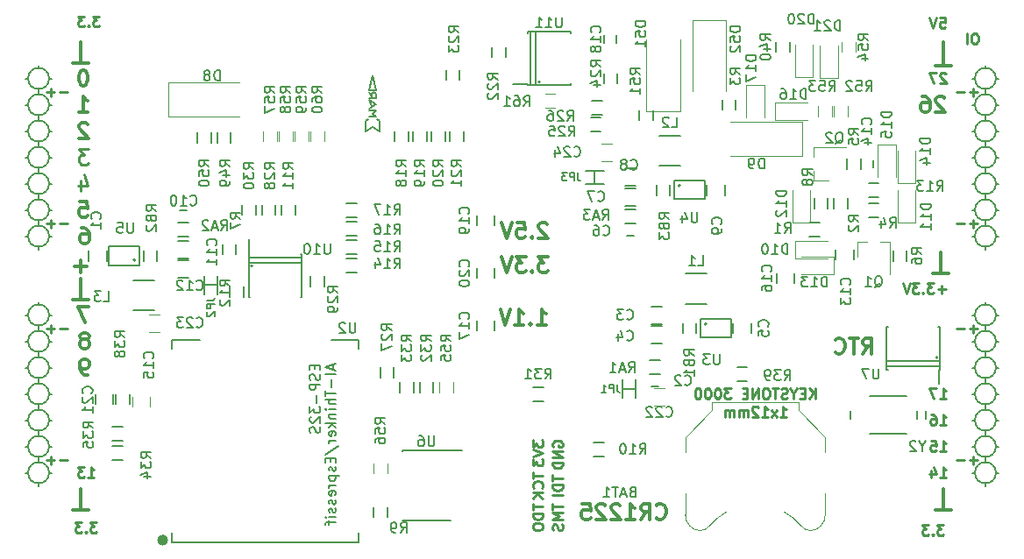
<source format=gbo>
G04 #@! TF.FileFunction,Legend,Bot*
%FSLAX46Y46*%
G04 Gerber Fmt 4.6, Leading zero omitted, Abs format (unit mm)*
G04 Created by KiCad (PCBNEW 4.0.7+dfsg1-1) date Wed Nov 15 16:27:29 2017*
%MOMM*%
%LPD*%
G01*
G04 APERTURE LIST*
%ADD10C,0.100000*%
%ADD11C,0.250000*%
%ADD12C,0.300000*%
%ADD13C,0.200000*%
%ADD14C,0.150000*%
%ADD15C,0.500000*%
%ADD16C,0.120000*%
%ADD17C,0.152400*%
G04 APERTURE END LIST*
D10*
D11*
X186032000Y-91971429D02*
X185270095Y-91971429D01*
X185651047Y-92352381D02*
X185651047Y-91590476D01*
X184793905Y-91971429D02*
X184032000Y-91971429D01*
X186032000Y-69111429D02*
X185270095Y-69111429D01*
X185651047Y-69492381D02*
X185651047Y-68730476D01*
X184793905Y-69111429D02*
X184032000Y-69111429D01*
X186032000Y-81811429D02*
X185270095Y-81811429D01*
X185651047Y-82192381D02*
X185651047Y-81430476D01*
X184793905Y-81811429D02*
X184032000Y-81811429D01*
X186032000Y-104671429D02*
X185270095Y-104671429D01*
X185651047Y-105052381D02*
X185651047Y-104290476D01*
X184793905Y-104671429D02*
X184032000Y-104671429D01*
X98148000Y-104671429D02*
X97386095Y-104671429D01*
X96909905Y-104671429D02*
X96148000Y-104671429D01*
X96528952Y-105052381D02*
X96528952Y-104290476D01*
X98148000Y-91971429D02*
X97386095Y-91971429D01*
X96909905Y-91971429D02*
X96148000Y-91971429D01*
X96528952Y-92352381D02*
X96528952Y-91590476D01*
X98148000Y-81811429D02*
X97386095Y-81811429D01*
X96909905Y-81811429D02*
X96148000Y-81811429D01*
X96528952Y-82192381D02*
X96528952Y-81430476D01*
X98148000Y-69111429D02*
X97386095Y-69111429D01*
X96909905Y-69111429D02*
X96148000Y-69111429D01*
X96528952Y-69492381D02*
X96528952Y-68730476D01*
X185873333Y-63412381D02*
X185682856Y-63412381D01*
X185587618Y-63460000D01*
X185492380Y-63555238D01*
X185444761Y-63745714D01*
X185444761Y-64079048D01*
X185492380Y-64269524D01*
X185587618Y-64364762D01*
X185682856Y-64412381D01*
X185873333Y-64412381D01*
X185968571Y-64364762D01*
X186063809Y-64269524D01*
X186111428Y-64079048D01*
X186111428Y-63745714D01*
X186063809Y-63555238D01*
X185968571Y-63460000D01*
X185873333Y-63412381D01*
X185016190Y-64412381D02*
X185016190Y-63412381D01*
D12*
X181984000Y-109426000D02*
X183508000Y-109426000D01*
X182746000Y-107394000D02*
X182746000Y-109426000D01*
D13*
X95370000Y-96726000D02*
X95370000Y-97234000D01*
X96386000Y-95710000D02*
X96640000Y-95710000D01*
X94354000Y-95710000D02*
X94100000Y-95710000D01*
X187826000Y-98250000D02*
X188080000Y-98250000D01*
X187826000Y-83010000D02*
X188080000Y-83010000D01*
X95370000Y-107140000D02*
X95370000Y-106886000D01*
X96386000Y-105870000D02*
X96640000Y-105870000D01*
X94354000Y-105870000D02*
X94100000Y-105870000D01*
X94354000Y-103330000D02*
X94100000Y-103330000D01*
X95370000Y-104346000D02*
X95370000Y-104854000D01*
X96386000Y-103330000D02*
X96640000Y-103330000D01*
X94354000Y-100790000D02*
X94100000Y-100790000D01*
X95370000Y-102314000D02*
X95370000Y-101806000D01*
X96386000Y-100790000D02*
X96640000Y-100790000D01*
X95370000Y-99266000D02*
X95370000Y-99774000D01*
X94354000Y-98250000D02*
X94100000Y-98250000D01*
X96386000Y-98250000D02*
X96640000Y-98250000D01*
X95370000Y-94186000D02*
X95370000Y-94694000D01*
X96386000Y-93170000D02*
X96640000Y-93170000D01*
X94354000Y-93170000D02*
X94100000Y-93170000D01*
X94354000Y-90630000D02*
X94100000Y-90630000D01*
X95370000Y-91646000D02*
X95370000Y-92154000D01*
X96640000Y-90630000D02*
X96386000Y-90630000D01*
X95370000Y-89360000D02*
X95370000Y-89614000D01*
X94354000Y-83010000D02*
X94100000Y-83010000D01*
X95370000Y-84280000D02*
X95370000Y-84026000D01*
X96386000Y-83010000D02*
X96640000Y-83010000D01*
X95370000Y-81486000D02*
X95370000Y-81994000D01*
X94354000Y-80470000D02*
X94100000Y-80470000D01*
X96640000Y-80470000D02*
X96386000Y-80470000D01*
X95370000Y-78946000D02*
X95370000Y-79454000D01*
X96386000Y-77930000D02*
X96640000Y-77930000D01*
X94354000Y-77930000D02*
X94100000Y-77930000D01*
X95370000Y-76406000D02*
X95370000Y-76914000D01*
X94354000Y-75390000D02*
X94100000Y-75390000D01*
X96386000Y-75390000D02*
X96640000Y-75390000D01*
X95370000Y-73866000D02*
X95370000Y-74374000D01*
X96386000Y-72850000D02*
X96640000Y-72850000D01*
X94100000Y-72850000D02*
X94354000Y-72850000D01*
X94354000Y-70310000D02*
X94100000Y-70310000D01*
X96640000Y-70310000D02*
X96386000Y-70310000D01*
X95370000Y-71326000D02*
X95370000Y-71834000D01*
X95370000Y-68786000D02*
X95370000Y-69294000D01*
X96386000Y-67770000D02*
X96640000Y-67770000D01*
X94354000Y-67770000D02*
X94100000Y-67770000D01*
X95370000Y-66500000D02*
X95370000Y-66754000D01*
X187826000Y-105870000D02*
X188080000Y-105870000D01*
X186810000Y-107140000D02*
X186810000Y-106886000D01*
X185540000Y-105870000D02*
X185794000Y-105870000D01*
X186810000Y-104346000D02*
X186810000Y-104854000D01*
X187826000Y-103330000D02*
X188080000Y-103330000D01*
X185540000Y-103330000D02*
X185794000Y-103330000D01*
X186810000Y-101806000D02*
X186810000Y-102314000D01*
X187826000Y-100790000D02*
X188080000Y-100790000D01*
X185540000Y-100790000D02*
X185794000Y-100790000D01*
X186810000Y-99266000D02*
X186810000Y-99774000D01*
X185540000Y-98250000D02*
X185794000Y-98250000D01*
X186810000Y-97234000D02*
X186810000Y-96726000D01*
X187826000Y-95710000D02*
X188080000Y-95710000D01*
X185540000Y-95710000D02*
X185794000Y-95710000D01*
X186810000Y-94694000D02*
X186810000Y-94186000D01*
X187826000Y-93170000D02*
X188080000Y-93170000D01*
X185540000Y-93170000D02*
X185794000Y-93170000D01*
X186810000Y-92154000D02*
X186810000Y-91646000D01*
X187826000Y-90630000D02*
X188080000Y-90630000D01*
X185540000Y-90630000D02*
X185794000Y-90630000D01*
X186810000Y-89360000D02*
X186810000Y-89614000D01*
X186810000Y-84280000D02*
X186810000Y-84026000D01*
X185540000Y-83010000D02*
X185794000Y-83010000D01*
X186810000Y-81994000D02*
X186810000Y-81486000D01*
X185794000Y-80470000D02*
X185540000Y-80470000D01*
X187826000Y-80470000D02*
X188080000Y-80470000D01*
X186810000Y-78946000D02*
X186810000Y-79454000D01*
X185794000Y-77930000D02*
X185540000Y-77930000D01*
X187826000Y-77930000D02*
X188080000Y-77930000D01*
X186810000Y-76406000D02*
X186810000Y-76914000D01*
X186810000Y-73866000D02*
X186810000Y-74374000D01*
X185794000Y-75390000D02*
X185540000Y-75390000D01*
X187826000Y-75390000D02*
X188080000Y-75390000D01*
X187826000Y-72850000D02*
X188080000Y-72850000D01*
X185540000Y-72850000D02*
X185794000Y-72850000D01*
X186810000Y-71834000D02*
X186810000Y-71326000D01*
X187826000Y-70310000D02*
X188080000Y-70310000D01*
X185540000Y-70310000D02*
X185794000Y-70310000D01*
X187826000Y-67770000D02*
X188080000Y-67770000D01*
X186810000Y-68786000D02*
X186810000Y-69294000D01*
X185540000Y-67770000D02*
X185794000Y-67770000D01*
X186810000Y-66500000D02*
X186810000Y-66754000D01*
X187826000Y-67770000D02*
G75*
G03X187826000Y-67770000I-1016000J0D01*
G01*
X187826000Y-70310000D02*
G75*
G03X187826000Y-70310000I-1016000J0D01*
G01*
X187826000Y-72850000D02*
G75*
G03X187826000Y-72850000I-1016000J0D01*
G01*
X187826000Y-75390000D02*
G75*
G03X187826000Y-75390000I-1016000J0D01*
G01*
X187826000Y-77930000D02*
G75*
G03X187826000Y-77930000I-1016000J0D01*
G01*
X187826000Y-80470000D02*
G75*
G03X187826000Y-80470000I-1016000J0D01*
G01*
X187826000Y-83010000D02*
G75*
G03X187826000Y-83010000I-1016000J0D01*
G01*
X187826000Y-90630000D02*
G75*
G03X187826000Y-90630000I-1016000J0D01*
G01*
X187826000Y-93170000D02*
G75*
G03X187826000Y-93170000I-1016000J0D01*
G01*
X187826000Y-95710000D02*
G75*
G03X187826000Y-95710000I-1016000J0D01*
G01*
X187826000Y-98250000D02*
G75*
G03X187826000Y-98250000I-1016000J0D01*
G01*
X187826000Y-100790000D02*
G75*
G03X187826000Y-100790000I-1016000J0D01*
G01*
X187826000Y-103330000D02*
G75*
G03X187826000Y-103330000I-1016000J0D01*
G01*
X187826000Y-105870000D02*
G75*
G03X187826000Y-105870000I-1016000J0D01*
G01*
X96386000Y-105870000D02*
G75*
G03X96386000Y-105870000I-1016000J0D01*
G01*
X96386000Y-103330000D02*
G75*
G03X96386000Y-103330000I-1016000J0D01*
G01*
X96386000Y-100790000D02*
G75*
G03X96386000Y-100790000I-1016000J0D01*
G01*
X96386000Y-98250000D02*
G75*
G03X96386000Y-98250000I-1016000J0D01*
G01*
X96386000Y-95710000D02*
G75*
G03X96386000Y-95710000I-1016000J0D01*
G01*
X96386000Y-93170000D02*
G75*
G03X96386000Y-93170000I-1016000J0D01*
G01*
X96386000Y-90630000D02*
G75*
G03X96386000Y-90630000I-1016000J0D01*
G01*
X96386000Y-83010000D02*
G75*
G03X96386000Y-83010000I-1016000J0D01*
G01*
X96386000Y-80470000D02*
G75*
G03X96386000Y-80470000I-1016000J0D01*
G01*
X96386000Y-77930000D02*
G75*
G03X96386000Y-77930000I-1016000J0D01*
G01*
X96386000Y-75390000D02*
G75*
G03X96386000Y-75390000I-1016000J0D01*
G01*
X96386000Y-72850000D02*
G75*
G03X96386000Y-72850000I-1016000J0D01*
G01*
X96386000Y-70310000D02*
G75*
G03X96386000Y-70310000I-1016000J0D01*
G01*
X96386000Y-67770000D02*
G75*
G03X96386000Y-67770000I-1016000J0D01*
G01*
D11*
X182428476Y-61888381D02*
X182904667Y-61888381D01*
X182952286Y-62364571D01*
X182904667Y-62316952D01*
X182809429Y-62269333D01*
X182571333Y-62269333D01*
X182476095Y-62316952D01*
X182428476Y-62364571D01*
X182380857Y-62459810D01*
X182380857Y-62697905D01*
X182428476Y-62793143D01*
X182476095Y-62840762D01*
X182571333Y-62888381D01*
X182809429Y-62888381D01*
X182904667Y-62840762D01*
X182952286Y-62793143D01*
X182095143Y-61888381D02*
X181761810Y-62888381D01*
X181428476Y-61888381D01*
D12*
X181984000Y-66500000D02*
X183508000Y-66500000D01*
X182746000Y-64214000D02*
X182746000Y-66500000D01*
D11*
X182999905Y-67317619D02*
X182952286Y-67270000D01*
X182857048Y-67222381D01*
X182618952Y-67222381D01*
X182523714Y-67270000D01*
X182476095Y-67317619D01*
X182428476Y-67412857D01*
X182428476Y-67508095D01*
X182476095Y-67650952D01*
X183047524Y-68222381D01*
X182428476Y-68222381D01*
X182095143Y-67222381D02*
X181428476Y-67222381D01*
X181857048Y-68222381D01*
D12*
X182872857Y-69631429D02*
X182801428Y-69560000D01*
X182658571Y-69488571D01*
X182301428Y-69488571D01*
X182158571Y-69560000D01*
X182087142Y-69631429D01*
X182015714Y-69774286D01*
X182015714Y-69917143D01*
X182087142Y-70131429D01*
X182944285Y-70988571D01*
X182015714Y-70988571D01*
X180730000Y-69488571D02*
X181015714Y-69488571D01*
X181158571Y-69560000D01*
X181230000Y-69631429D01*
X181372857Y-69845714D01*
X181444286Y-70131429D01*
X181444286Y-70702857D01*
X181372857Y-70845714D01*
X181301429Y-70917143D01*
X181158571Y-70988571D01*
X180872857Y-70988571D01*
X180730000Y-70917143D01*
X180658571Y-70845714D01*
X180587143Y-70702857D01*
X180587143Y-70345714D01*
X180658571Y-70202857D01*
X180730000Y-70131429D01*
X180872857Y-70060000D01*
X181158571Y-70060000D01*
X181301429Y-70131429D01*
X181372857Y-70202857D01*
X181444286Y-70345714D01*
X181730000Y-86566000D02*
X183254000Y-86566000D01*
X182492000Y-84534000D02*
X182492000Y-86566000D01*
D11*
X182968000Y-88161429D02*
X182206095Y-88161429D01*
X182587047Y-88542381D02*
X182587047Y-87780476D01*
X181825143Y-87542381D02*
X181206095Y-87542381D01*
X181539429Y-87923333D01*
X181396571Y-87923333D01*
X181301333Y-87970952D01*
X181253714Y-88018571D01*
X181206095Y-88113810D01*
X181206095Y-88351905D01*
X181253714Y-88447143D01*
X181301333Y-88494762D01*
X181396571Y-88542381D01*
X181682286Y-88542381D01*
X181777524Y-88494762D01*
X181825143Y-88447143D01*
X180777524Y-88447143D02*
X180729905Y-88494762D01*
X180777524Y-88542381D01*
X180825143Y-88494762D01*
X180777524Y-88447143D01*
X180777524Y-88542381D01*
X180396572Y-87542381D02*
X179777524Y-87542381D01*
X180110858Y-87923333D01*
X179968000Y-87923333D01*
X179872762Y-87970952D01*
X179825143Y-88018571D01*
X179777524Y-88113810D01*
X179777524Y-88351905D01*
X179825143Y-88447143D01*
X179872762Y-88494762D01*
X179968000Y-88542381D01*
X180253715Y-88542381D01*
X180348953Y-88494762D01*
X180396572Y-88447143D01*
X179491810Y-87542381D02*
X179158477Y-88542381D01*
X178825143Y-87542381D01*
X182428476Y-98702381D02*
X182999905Y-98702381D01*
X182714191Y-98702381D02*
X182714191Y-97702381D01*
X182809429Y-97845238D01*
X182904667Y-97940476D01*
X182999905Y-97988095D01*
X182095143Y-97702381D02*
X181428476Y-97702381D01*
X181857048Y-98702381D01*
X182428476Y-101242381D02*
X182999905Y-101242381D01*
X182714191Y-101242381D02*
X182714191Y-100242381D01*
X182809429Y-100385238D01*
X182904667Y-100480476D01*
X182999905Y-100528095D01*
X181571333Y-100242381D02*
X181761810Y-100242381D01*
X181857048Y-100290000D01*
X181904667Y-100337619D01*
X181999905Y-100480476D01*
X182047524Y-100670952D01*
X182047524Y-101051905D01*
X181999905Y-101147143D01*
X181952286Y-101194762D01*
X181857048Y-101242381D01*
X181666571Y-101242381D01*
X181571333Y-101194762D01*
X181523714Y-101147143D01*
X181476095Y-101051905D01*
X181476095Y-100813810D01*
X181523714Y-100718571D01*
X181571333Y-100670952D01*
X181666571Y-100623333D01*
X181857048Y-100623333D01*
X181952286Y-100670952D01*
X181999905Y-100718571D01*
X182047524Y-100813810D01*
X182428476Y-103782381D02*
X182999905Y-103782381D01*
X182714191Y-103782381D02*
X182714191Y-102782381D01*
X182809429Y-102925238D01*
X182904667Y-103020476D01*
X182999905Y-103068095D01*
X181523714Y-102782381D02*
X181999905Y-102782381D01*
X182047524Y-103258571D01*
X181999905Y-103210952D01*
X181904667Y-103163333D01*
X181666571Y-103163333D01*
X181571333Y-103210952D01*
X181523714Y-103258571D01*
X181476095Y-103353810D01*
X181476095Y-103591905D01*
X181523714Y-103687143D01*
X181571333Y-103734762D01*
X181666571Y-103782381D01*
X181904667Y-103782381D01*
X181999905Y-103734762D01*
X182047524Y-103687143D01*
X182428476Y-106322381D02*
X182999905Y-106322381D01*
X182714191Y-106322381D02*
X182714191Y-105322381D01*
X182809429Y-105465238D01*
X182904667Y-105560476D01*
X182999905Y-105608095D01*
X181571333Y-105655714D02*
X181571333Y-106322381D01*
X181809429Y-105274762D02*
X182047524Y-105989048D01*
X181428476Y-105989048D01*
X182777619Y-110910381D02*
X182158571Y-110910381D01*
X182491905Y-111291333D01*
X182349047Y-111291333D01*
X182253809Y-111338952D01*
X182206190Y-111386571D01*
X182158571Y-111481810D01*
X182158571Y-111719905D01*
X182206190Y-111815143D01*
X182253809Y-111862762D01*
X182349047Y-111910381D01*
X182634762Y-111910381D01*
X182730000Y-111862762D01*
X182777619Y-111815143D01*
X181730000Y-111815143D02*
X181682381Y-111862762D01*
X181730000Y-111910381D01*
X181777619Y-111862762D01*
X181730000Y-111815143D01*
X181730000Y-111910381D01*
X181349048Y-110910381D02*
X180730000Y-110910381D01*
X181063334Y-111291333D01*
X180920476Y-111291333D01*
X180825238Y-111338952D01*
X180777619Y-111386571D01*
X180730000Y-111481810D01*
X180730000Y-111719905D01*
X180777619Y-111815143D01*
X180825238Y-111862762D01*
X180920476Y-111910381D01*
X181206191Y-111910381D01*
X181301429Y-111862762D01*
X181349048Y-111815143D01*
D12*
X100196000Y-109426000D02*
X98672000Y-109426000D01*
X99434000Y-107394000D02*
X99434000Y-109426000D01*
X98672000Y-89106000D02*
X100196000Y-89106000D01*
X99434000Y-87074000D02*
X99434000Y-89106000D01*
X98672000Y-66246000D02*
X100196000Y-66246000D01*
X99434000Y-64214000D02*
X99434000Y-66246000D01*
D11*
X100989619Y-110656381D02*
X100370571Y-110656381D01*
X100703905Y-111037333D01*
X100561047Y-111037333D01*
X100465809Y-111084952D01*
X100418190Y-111132571D01*
X100370571Y-111227810D01*
X100370571Y-111465905D01*
X100418190Y-111561143D01*
X100465809Y-111608762D01*
X100561047Y-111656381D01*
X100846762Y-111656381D01*
X100942000Y-111608762D01*
X100989619Y-111561143D01*
X99942000Y-111561143D02*
X99894381Y-111608762D01*
X99942000Y-111656381D01*
X99989619Y-111608762D01*
X99942000Y-111561143D01*
X99942000Y-111656381D01*
X99561048Y-110656381D02*
X98942000Y-110656381D01*
X99275334Y-111037333D01*
X99132476Y-111037333D01*
X99037238Y-111084952D01*
X98989619Y-111132571D01*
X98942000Y-111227810D01*
X98942000Y-111465905D01*
X98989619Y-111561143D01*
X99037238Y-111608762D01*
X99132476Y-111656381D01*
X99418191Y-111656381D01*
X99513429Y-111608762D01*
X99561048Y-111561143D01*
X100132476Y-106322381D02*
X100703905Y-106322381D01*
X100418191Y-106322381D02*
X100418191Y-105322381D01*
X100513429Y-105465238D01*
X100608667Y-105560476D01*
X100703905Y-105608095D01*
X99799143Y-105322381D02*
X99180095Y-105322381D01*
X99513429Y-105703333D01*
X99370571Y-105703333D01*
X99275333Y-105750952D01*
X99227714Y-105798571D01*
X99180095Y-105893810D01*
X99180095Y-106131905D01*
X99227714Y-106227143D01*
X99275333Y-106274762D01*
X99370571Y-106322381D01*
X99656286Y-106322381D01*
X99751524Y-106274762D01*
X99799143Y-106227143D01*
D12*
X100100714Y-96388571D02*
X99814999Y-96388571D01*
X99672142Y-96317143D01*
X99600714Y-96245714D01*
X99457856Y-96031429D01*
X99386428Y-95745714D01*
X99386428Y-95174286D01*
X99457856Y-95031429D01*
X99529285Y-94960000D01*
X99672142Y-94888571D01*
X99957856Y-94888571D01*
X100100714Y-94960000D01*
X100172142Y-95031429D01*
X100243571Y-95174286D01*
X100243571Y-95531429D01*
X100172142Y-95674286D01*
X100100714Y-95745714D01*
X99957856Y-95817143D01*
X99672142Y-95817143D01*
X99529285Y-95745714D01*
X99457856Y-95674286D01*
X99386428Y-95531429D01*
X99957856Y-92991429D02*
X100100714Y-92920000D01*
X100172142Y-92848571D01*
X100243571Y-92705714D01*
X100243571Y-92634286D01*
X100172142Y-92491429D01*
X100100714Y-92420000D01*
X99957856Y-92348571D01*
X99672142Y-92348571D01*
X99529285Y-92420000D01*
X99457856Y-92491429D01*
X99386428Y-92634286D01*
X99386428Y-92705714D01*
X99457856Y-92848571D01*
X99529285Y-92920000D01*
X99672142Y-92991429D01*
X99957856Y-92991429D01*
X100100714Y-93062857D01*
X100172142Y-93134286D01*
X100243571Y-93277143D01*
X100243571Y-93562857D01*
X100172142Y-93705714D01*
X100100714Y-93777143D01*
X99957856Y-93848571D01*
X99672142Y-93848571D01*
X99529285Y-93777143D01*
X99457856Y-93705714D01*
X99386428Y-93562857D01*
X99386428Y-93277143D01*
X99457856Y-93134286D01*
X99529285Y-93062857D01*
X99672142Y-92991429D01*
X100187999Y-89808571D02*
X99187999Y-89808571D01*
X99830856Y-91308571D01*
X100005428Y-85911143D02*
X98862571Y-85911143D01*
X99434000Y-86482571D02*
X99434000Y-85339714D01*
X99529285Y-82188571D02*
X99814999Y-82188571D01*
X99957856Y-82260000D01*
X100029285Y-82331429D01*
X100172142Y-82545714D01*
X100243571Y-82831429D01*
X100243571Y-83402857D01*
X100172142Y-83545714D01*
X100100714Y-83617143D01*
X99957856Y-83688571D01*
X99672142Y-83688571D01*
X99529285Y-83617143D01*
X99457856Y-83545714D01*
X99386428Y-83402857D01*
X99386428Y-83045714D01*
X99457856Y-82902857D01*
X99529285Y-82831429D01*
X99672142Y-82760000D01*
X99957856Y-82760000D01*
X100100714Y-82831429D01*
X100172142Y-82902857D01*
X100243571Y-83045714D01*
X99330856Y-79648571D02*
X100045142Y-79648571D01*
X100116571Y-80362857D01*
X100045142Y-80291429D01*
X99902285Y-80220000D01*
X99545142Y-80220000D01*
X99402285Y-80291429D01*
X99330856Y-80362857D01*
X99259428Y-80505714D01*
X99259428Y-80862857D01*
X99330856Y-81005714D01*
X99402285Y-81077143D01*
X99545142Y-81148571D01*
X99902285Y-81148571D01*
X100045142Y-81077143D01*
X100116571Y-81005714D01*
D11*
X99402285Y-77608571D02*
X99402285Y-78608571D01*
X99759428Y-77037143D02*
X100116571Y-78108571D01*
X99187999Y-78108571D01*
X100187999Y-74568571D02*
X99259428Y-74568571D01*
X99759428Y-75140000D01*
X99545142Y-75140000D01*
X99402285Y-75211429D01*
X99330856Y-75282857D01*
X99259428Y-75425714D01*
X99259428Y-75782857D01*
X99330856Y-75925714D01*
X99402285Y-75997143D01*
X99545142Y-76068571D01*
X99973714Y-76068571D01*
X100116571Y-75997143D01*
X100187999Y-75925714D01*
D12*
X100116571Y-72171429D02*
X100045142Y-72100000D01*
X99902285Y-72028571D01*
X99545142Y-72028571D01*
X99402285Y-72100000D01*
X99330856Y-72171429D01*
X99259428Y-72314286D01*
X99259428Y-72457143D01*
X99330856Y-72671429D01*
X100187999Y-73528571D01*
X99259428Y-73528571D01*
X99259428Y-70988571D02*
X100116571Y-70988571D01*
X99687999Y-70988571D02*
X99687999Y-69488571D01*
X99830856Y-69702857D01*
X99973714Y-69845714D01*
X100116571Y-69917143D01*
X99759428Y-66948571D02*
X99616571Y-66948571D01*
X99473714Y-67020000D01*
X99402285Y-67091429D01*
X99330856Y-67234286D01*
X99259428Y-67520000D01*
X99259428Y-67877143D01*
X99330856Y-68162857D01*
X99402285Y-68305714D01*
X99473714Y-68377143D01*
X99616571Y-68448571D01*
X99759428Y-68448571D01*
X99902285Y-68377143D01*
X99973714Y-68305714D01*
X100045142Y-68162857D01*
X100116571Y-67877143D01*
X100116571Y-67520000D01*
X100045142Y-67234286D01*
X99973714Y-67091429D01*
X99902285Y-67020000D01*
X99759428Y-66948571D01*
D11*
X101243619Y-61761381D02*
X100624571Y-61761381D01*
X100957905Y-62142333D01*
X100815047Y-62142333D01*
X100719809Y-62189952D01*
X100672190Y-62237571D01*
X100624571Y-62332810D01*
X100624571Y-62570905D01*
X100672190Y-62666143D01*
X100719809Y-62713762D01*
X100815047Y-62761381D01*
X101100762Y-62761381D01*
X101196000Y-62713762D01*
X101243619Y-62666143D01*
X100196000Y-62666143D02*
X100148381Y-62713762D01*
X100196000Y-62761381D01*
X100243619Y-62713762D01*
X100196000Y-62666143D01*
X100196000Y-62761381D01*
X99815048Y-61761381D02*
X99196000Y-61761381D01*
X99529334Y-62142333D01*
X99386476Y-62142333D01*
X99291238Y-62189952D01*
X99243619Y-62237571D01*
X99196000Y-62332810D01*
X99196000Y-62570905D01*
X99243619Y-62666143D01*
X99291238Y-62713762D01*
X99386476Y-62761381D01*
X99672191Y-62761381D01*
X99767429Y-62713762D01*
X99815048Y-62666143D01*
X170370715Y-98716381D02*
X170370715Y-97716381D01*
X169799286Y-98716381D02*
X170227858Y-98144952D01*
X169799286Y-97716381D02*
X170370715Y-98287810D01*
X169370715Y-98192571D02*
X169037381Y-98192571D01*
X168894524Y-98716381D02*
X169370715Y-98716381D01*
X169370715Y-97716381D01*
X168894524Y-97716381D01*
X168275477Y-98240190D02*
X168275477Y-98716381D01*
X168608810Y-97716381D02*
X168275477Y-98240190D01*
X167942143Y-97716381D01*
X167656429Y-98668762D02*
X167513572Y-98716381D01*
X167275476Y-98716381D01*
X167180238Y-98668762D01*
X167132619Y-98621143D01*
X167085000Y-98525905D01*
X167085000Y-98430667D01*
X167132619Y-98335429D01*
X167180238Y-98287810D01*
X167275476Y-98240190D01*
X167465953Y-98192571D01*
X167561191Y-98144952D01*
X167608810Y-98097333D01*
X167656429Y-98002095D01*
X167656429Y-97906857D01*
X167608810Y-97811619D01*
X167561191Y-97764000D01*
X167465953Y-97716381D01*
X167227857Y-97716381D01*
X167085000Y-97764000D01*
X166799286Y-97716381D02*
X166227857Y-97716381D01*
X166513572Y-98716381D02*
X166513572Y-97716381D01*
X165704048Y-97716381D02*
X165513571Y-97716381D01*
X165418333Y-97764000D01*
X165323095Y-97859238D01*
X165275476Y-98049714D01*
X165275476Y-98383048D01*
X165323095Y-98573524D01*
X165418333Y-98668762D01*
X165513571Y-98716381D01*
X165704048Y-98716381D01*
X165799286Y-98668762D01*
X165894524Y-98573524D01*
X165942143Y-98383048D01*
X165942143Y-98049714D01*
X165894524Y-97859238D01*
X165799286Y-97764000D01*
X165704048Y-97716381D01*
X164846905Y-98716381D02*
X164846905Y-97716381D01*
X164275476Y-98716381D01*
X164275476Y-97716381D01*
X163799286Y-98192571D02*
X163465952Y-98192571D01*
X163323095Y-98716381D02*
X163799286Y-98716381D01*
X163799286Y-97716381D01*
X163323095Y-97716381D01*
X162227857Y-97716381D02*
X161608809Y-97716381D01*
X161942143Y-98097333D01*
X161799285Y-98097333D01*
X161704047Y-98144952D01*
X161656428Y-98192571D01*
X161608809Y-98287810D01*
X161608809Y-98525905D01*
X161656428Y-98621143D01*
X161704047Y-98668762D01*
X161799285Y-98716381D01*
X162085000Y-98716381D01*
X162180238Y-98668762D01*
X162227857Y-98621143D01*
X160989762Y-97716381D02*
X160894523Y-97716381D01*
X160799285Y-97764000D01*
X160751666Y-97811619D01*
X160704047Y-97906857D01*
X160656428Y-98097333D01*
X160656428Y-98335429D01*
X160704047Y-98525905D01*
X160751666Y-98621143D01*
X160799285Y-98668762D01*
X160894523Y-98716381D01*
X160989762Y-98716381D01*
X161085000Y-98668762D01*
X161132619Y-98621143D01*
X161180238Y-98525905D01*
X161227857Y-98335429D01*
X161227857Y-98097333D01*
X161180238Y-97906857D01*
X161132619Y-97811619D01*
X161085000Y-97764000D01*
X160989762Y-97716381D01*
X160037381Y-97716381D02*
X159942142Y-97716381D01*
X159846904Y-97764000D01*
X159799285Y-97811619D01*
X159751666Y-97906857D01*
X159704047Y-98097333D01*
X159704047Y-98335429D01*
X159751666Y-98525905D01*
X159799285Y-98621143D01*
X159846904Y-98668762D01*
X159942142Y-98716381D01*
X160037381Y-98716381D01*
X160132619Y-98668762D01*
X160180238Y-98621143D01*
X160227857Y-98525905D01*
X160275476Y-98335429D01*
X160275476Y-98097333D01*
X160227857Y-97906857D01*
X160180238Y-97811619D01*
X160132619Y-97764000D01*
X160037381Y-97716381D01*
X159085000Y-97716381D02*
X158989761Y-97716381D01*
X158894523Y-97764000D01*
X158846904Y-97811619D01*
X158799285Y-97906857D01*
X158751666Y-98097333D01*
X158751666Y-98335429D01*
X158799285Y-98525905D01*
X158846904Y-98621143D01*
X158894523Y-98668762D01*
X158989761Y-98716381D01*
X159085000Y-98716381D01*
X159180238Y-98668762D01*
X159227857Y-98621143D01*
X159275476Y-98525905D01*
X159323095Y-98335429D01*
X159323095Y-98097333D01*
X159275476Y-97906857D01*
X159227857Y-97811619D01*
X159180238Y-97764000D01*
X159085000Y-97716381D01*
X166989761Y-100466381D02*
X167561190Y-100466381D01*
X167275476Y-100466381D02*
X167275476Y-99466381D01*
X167370714Y-99609238D01*
X167465952Y-99704476D01*
X167561190Y-99752095D01*
X166656428Y-100466381D02*
X166132618Y-99799714D01*
X166656428Y-99799714D02*
X166132618Y-100466381D01*
X165227856Y-100466381D02*
X165799285Y-100466381D01*
X165513571Y-100466381D02*
X165513571Y-99466381D01*
X165608809Y-99609238D01*
X165704047Y-99704476D01*
X165799285Y-99752095D01*
X164846904Y-99561619D02*
X164799285Y-99514000D01*
X164704047Y-99466381D01*
X164465951Y-99466381D01*
X164370713Y-99514000D01*
X164323094Y-99561619D01*
X164275475Y-99656857D01*
X164275475Y-99752095D01*
X164323094Y-99894952D01*
X164894523Y-100466381D01*
X164275475Y-100466381D01*
X163846904Y-100466381D02*
X163846904Y-99799714D01*
X163846904Y-99894952D02*
X163799285Y-99847333D01*
X163704047Y-99799714D01*
X163561189Y-99799714D01*
X163465951Y-99847333D01*
X163418332Y-99942571D01*
X163418332Y-100466381D01*
X163418332Y-99942571D02*
X163370713Y-99847333D01*
X163275475Y-99799714D01*
X163132618Y-99799714D01*
X163037380Y-99847333D01*
X162989761Y-99942571D01*
X162989761Y-100466381D01*
X162513571Y-100466381D02*
X162513571Y-99799714D01*
X162513571Y-99894952D02*
X162465952Y-99847333D01*
X162370714Y-99799714D01*
X162227856Y-99799714D01*
X162132618Y-99847333D01*
X162084999Y-99942571D01*
X162084999Y-100466381D01*
X162084999Y-99942571D02*
X162037380Y-99847333D01*
X161942142Y-99799714D01*
X161799285Y-99799714D01*
X161704047Y-99847333D01*
X161656428Y-99942571D01*
X161656428Y-100466381D01*
D12*
X155027856Y-110215714D02*
X155099285Y-110287143D01*
X155313571Y-110358571D01*
X155456428Y-110358571D01*
X155670713Y-110287143D01*
X155813571Y-110144286D01*
X155884999Y-110001429D01*
X155956428Y-109715714D01*
X155956428Y-109501429D01*
X155884999Y-109215714D01*
X155813571Y-109072857D01*
X155670713Y-108930000D01*
X155456428Y-108858571D01*
X155313571Y-108858571D01*
X155099285Y-108930000D01*
X155027856Y-109001429D01*
X153527856Y-110358571D02*
X154027856Y-109644286D01*
X154384999Y-110358571D02*
X154384999Y-108858571D01*
X153813571Y-108858571D01*
X153670713Y-108930000D01*
X153599285Y-109001429D01*
X153527856Y-109144286D01*
X153527856Y-109358571D01*
X153599285Y-109501429D01*
X153670713Y-109572857D01*
X153813571Y-109644286D01*
X154384999Y-109644286D01*
X152099285Y-110358571D02*
X152956428Y-110358571D01*
X152527856Y-110358571D02*
X152527856Y-108858571D01*
X152670713Y-109072857D01*
X152813571Y-109215714D01*
X152956428Y-109287143D01*
X151527857Y-109001429D02*
X151456428Y-108930000D01*
X151313571Y-108858571D01*
X150956428Y-108858571D01*
X150813571Y-108930000D01*
X150742142Y-109001429D01*
X150670714Y-109144286D01*
X150670714Y-109287143D01*
X150742142Y-109501429D01*
X151599285Y-110358571D01*
X150670714Y-110358571D01*
X150099286Y-109001429D02*
X150027857Y-108930000D01*
X149885000Y-108858571D01*
X149527857Y-108858571D01*
X149385000Y-108930000D01*
X149313571Y-109001429D01*
X149242143Y-109144286D01*
X149242143Y-109287143D01*
X149313571Y-109501429D01*
X150170714Y-110358571D01*
X149242143Y-110358571D01*
X147885000Y-108858571D02*
X148599286Y-108858571D01*
X148670715Y-109572857D01*
X148599286Y-109501429D01*
X148456429Y-109430000D01*
X148099286Y-109430000D01*
X147956429Y-109501429D01*
X147885000Y-109572857D01*
X147813572Y-109715714D01*
X147813572Y-110072857D01*
X147885000Y-110215714D01*
X147956429Y-110287143D01*
X148099286Y-110358571D01*
X148456429Y-110358571D01*
X148599286Y-110287143D01*
X148670715Y-110215714D01*
X144502857Y-81823429D02*
X144431428Y-81752000D01*
X144288571Y-81680571D01*
X143931428Y-81680571D01*
X143788571Y-81752000D01*
X143717142Y-81823429D01*
X143645714Y-81966286D01*
X143645714Y-82109143D01*
X143717142Y-82323429D01*
X144574285Y-83180571D01*
X143645714Y-83180571D01*
X143002857Y-83037714D02*
X142931429Y-83109143D01*
X143002857Y-83180571D01*
X143074286Y-83109143D01*
X143002857Y-83037714D01*
X143002857Y-83180571D01*
X141574285Y-81680571D02*
X142288571Y-81680571D01*
X142360000Y-82394857D01*
X142288571Y-82323429D01*
X142145714Y-82252000D01*
X141788571Y-82252000D01*
X141645714Y-82323429D01*
X141574285Y-82394857D01*
X141502857Y-82537714D01*
X141502857Y-82894857D01*
X141574285Y-83037714D01*
X141645714Y-83109143D01*
X141788571Y-83180571D01*
X142145714Y-83180571D01*
X142288571Y-83109143D01*
X142360000Y-83037714D01*
X141074286Y-81680571D02*
X140574286Y-83180571D01*
X140074286Y-81680571D01*
X144574285Y-84982571D02*
X143645714Y-84982571D01*
X144145714Y-85554000D01*
X143931428Y-85554000D01*
X143788571Y-85625429D01*
X143717142Y-85696857D01*
X143645714Y-85839714D01*
X143645714Y-86196857D01*
X143717142Y-86339714D01*
X143788571Y-86411143D01*
X143931428Y-86482571D01*
X144360000Y-86482571D01*
X144502857Y-86411143D01*
X144574285Y-86339714D01*
X143002857Y-86339714D02*
X142931429Y-86411143D01*
X143002857Y-86482571D01*
X143074286Y-86411143D01*
X143002857Y-86339714D01*
X143002857Y-86482571D01*
X142431428Y-84982571D02*
X141502857Y-84982571D01*
X142002857Y-85554000D01*
X141788571Y-85554000D01*
X141645714Y-85625429D01*
X141574285Y-85696857D01*
X141502857Y-85839714D01*
X141502857Y-86196857D01*
X141574285Y-86339714D01*
X141645714Y-86411143D01*
X141788571Y-86482571D01*
X142217143Y-86482571D01*
X142360000Y-86411143D01*
X142431428Y-86339714D01*
X141074286Y-84982571D02*
X140574286Y-86482571D01*
X140074286Y-84982571D01*
X143518714Y-91562571D02*
X144375857Y-91562571D01*
X143947285Y-91562571D02*
X143947285Y-90062571D01*
X144090142Y-90276857D01*
X144233000Y-90419714D01*
X144375857Y-90491143D01*
X142875857Y-91419714D02*
X142804429Y-91491143D01*
X142875857Y-91562571D01*
X142947286Y-91491143D01*
X142875857Y-91419714D01*
X142875857Y-91562571D01*
X141375857Y-91562571D02*
X142233000Y-91562571D01*
X141804428Y-91562571D02*
X141804428Y-90062571D01*
X141947285Y-90276857D01*
X142090143Y-90419714D01*
X142233000Y-90491143D01*
X140947286Y-90062571D02*
X140447286Y-91562571D01*
X139947286Y-90062571D01*
D11*
X143082381Y-105854286D02*
X143082381Y-106425715D01*
X144082381Y-106140000D02*
X143082381Y-106140000D01*
X143987143Y-107330477D02*
X144034762Y-107282858D01*
X144082381Y-107140001D01*
X144082381Y-107044763D01*
X144034762Y-106901905D01*
X143939524Y-106806667D01*
X143844286Y-106759048D01*
X143653810Y-106711429D01*
X143510952Y-106711429D01*
X143320476Y-106759048D01*
X143225238Y-106806667D01*
X143130000Y-106901905D01*
X143082381Y-107044763D01*
X143082381Y-107140001D01*
X143130000Y-107282858D01*
X143177619Y-107330477D01*
X144082381Y-107759048D02*
X143082381Y-107759048D01*
X144082381Y-108330477D02*
X143510952Y-107901905D01*
X143082381Y-108330477D02*
X143653810Y-107759048D01*
X143082381Y-102726905D02*
X143082381Y-103345953D01*
X143463333Y-103012619D01*
X143463333Y-103155477D01*
X143510952Y-103250715D01*
X143558571Y-103298334D01*
X143653810Y-103345953D01*
X143891905Y-103345953D01*
X143987143Y-103298334D01*
X144034762Y-103250715D01*
X144082381Y-103155477D01*
X144082381Y-102869762D01*
X144034762Y-102774524D01*
X143987143Y-102726905D01*
X143082381Y-103631667D02*
X144082381Y-103965000D01*
X143082381Y-104298334D01*
X143082381Y-104536429D02*
X143082381Y-105155477D01*
X143463333Y-104822143D01*
X143463333Y-104965001D01*
X143510952Y-105060239D01*
X143558571Y-105107858D01*
X143653810Y-105155477D01*
X143891905Y-105155477D01*
X143987143Y-105107858D01*
X144034762Y-105060239D01*
X144082381Y-104965001D01*
X144082381Y-104679286D01*
X144034762Y-104584048D01*
X143987143Y-104536429D01*
X143082381Y-108878476D02*
X143082381Y-109449905D01*
X144082381Y-109164190D02*
X143082381Y-109164190D01*
X144082381Y-109783238D02*
X143082381Y-109783238D01*
X143082381Y-110021333D01*
X143130000Y-110164191D01*
X143225238Y-110259429D01*
X143320476Y-110307048D01*
X143510952Y-110354667D01*
X143653810Y-110354667D01*
X143844286Y-110307048D01*
X143939524Y-110259429D01*
X144034762Y-110164191D01*
X144082381Y-110021333D01*
X144082381Y-109783238D01*
X143082381Y-110973714D02*
X143082381Y-111164191D01*
X143130000Y-111259429D01*
X143225238Y-111354667D01*
X143415714Y-111402286D01*
X143749048Y-111402286D01*
X143939524Y-111354667D01*
X144034762Y-111259429D01*
X144082381Y-111164191D01*
X144082381Y-110973714D01*
X144034762Y-110878476D01*
X143939524Y-110783238D01*
X143749048Y-110735619D01*
X143415714Y-110735619D01*
X143225238Y-110783238D01*
X143130000Y-110878476D01*
X143082381Y-110973714D01*
X145035000Y-103330096D02*
X144987381Y-103234858D01*
X144987381Y-103092001D01*
X145035000Y-102949143D01*
X145130238Y-102853905D01*
X145225476Y-102806286D01*
X145415952Y-102758667D01*
X145558810Y-102758667D01*
X145749286Y-102806286D01*
X145844524Y-102853905D01*
X145939762Y-102949143D01*
X145987381Y-103092001D01*
X145987381Y-103187239D01*
X145939762Y-103330096D01*
X145892143Y-103377715D01*
X145558810Y-103377715D01*
X145558810Y-103187239D01*
X145987381Y-103806286D02*
X144987381Y-103806286D01*
X145987381Y-104377715D01*
X144987381Y-104377715D01*
X145987381Y-104853905D02*
X144987381Y-104853905D01*
X144987381Y-105092000D01*
X145035000Y-105234858D01*
X145130238Y-105330096D01*
X145225476Y-105377715D01*
X145415952Y-105425334D01*
X145558810Y-105425334D01*
X145749286Y-105377715D01*
X145844524Y-105330096D01*
X145939762Y-105234858D01*
X145987381Y-105092000D01*
X145987381Y-104853905D01*
X144987381Y-106116191D02*
X144987381Y-106687620D01*
X145987381Y-106401905D02*
X144987381Y-106401905D01*
X145987381Y-107020953D02*
X144987381Y-107020953D01*
X144987381Y-107259048D01*
X145035000Y-107401906D01*
X145130238Y-107497144D01*
X145225476Y-107544763D01*
X145415952Y-107592382D01*
X145558810Y-107592382D01*
X145749286Y-107544763D01*
X145844524Y-107497144D01*
X145939762Y-107401906D01*
X145987381Y-107259048D01*
X145987381Y-107020953D01*
X145987381Y-108020953D02*
X144987381Y-108020953D01*
X144987381Y-108854667D02*
X144987381Y-109426096D01*
X145987381Y-109140381D02*
X144987381Y-109140381D01*
X145987381Y-109759429D02*
X144987381Y-109759429D01*
X145701667Y-110092763D01*
X144987381Y-110426096D01*
X145987381Y-110426096D01*
X145939762Y-110854667D02*
X145987381Y-110997524D01*
X145987381Y-111235620D01*
X145939762Y-111330858D01*
X145892143Y-111378477D01*
X145796905Y-111426096D01*
X145701667Y-111426096D01*
X145606429Y-111378477D01*
X145558810Y-111330858D01*
X145511190Y-111235620D01*
X145463571Y-111045143D01*
X145415952Y-110949905D01*
X145368333Y-110902286D01*
X145273095Y-110854667D01*
X145177857Y-110854667D01*
X145082619Y-110902286D01*
X145035000Y-110949905D01*
X144987381Y-111045143D01*
X144987381Y-111283239D01*
X145035000Y-111426096D01*
D12*
X174967142Y-94356571D02*
X175467142Y-93642286D01*
X175824285Y-94356571D02*
X175824285Y-92856571D01*
X175252857Y-92856571D01*
X175109999Y-92928000D01*
X175038571Y-92999429D01*
X174967142Y-93142286D01*
X174967142Y-93356571D01*
X175038571Y-93499429D01*
X175109999Y-93570857D01*
X175252857Y-93642286D01*
X175824285Y-93642286D01*
X174538571Y-92856571D02*
X173681428Y-92856571D01*
X174109999Y-94356571D02*
X174109999Y-92856571D01*
X172324285Y-94213714D02*
X172395714Y-94285143D01*
X172610000Y-94356571D01*
X172752857Y-94356571D01*
X172967142Y-94285143D01*
X173110000Y-94142286D01*
X173181428Y-93999429D01*
X173252857Y-93713714D01*
X173252857Y-93499429D01*
X173181428Y-93213714D01*
X173110000Y-93070857D01*
X172967142Y-92928000D01*
X172752857Y-92856571D01*
X172610000Y-92856571D01*
X172395714Y-92928000D01*
X172324285Y-92999429D01*
D14*
X102823000Y-98258000D02*
X102823000Y-99258000D01*
X104173000Y-99258000D02*
X104173000Y-98258000D01*
X151758000Y-97742000D02*
X153028000Y-97742000D01*
X153028000Y-96853000D02*
X153028000Y-98631000D01*
X151758000Y-96853000D02*
X151758000Y-98631000D01*
X108232500Y-112562000D02*
X108232500Y-111673000D01*
X126266500Y-112562000D02*
X108232500Y-112562000D01*
X126266500Y-111673000D02*
X126266500Y-112562000D01*
X126266500Y-93004000D02*
X126266500Y-93893000D01*
X123663000Y-93004000D02*
X126266500Y-93004000D01*
X108232500Y-93004000D02*
X110963000Y-93004000D01*
X108232500Y-93893000D02*
X108232500Y-93004000D01*
D15*
X107638415Y-112384338D02*
G75*
G03X107638415Y-112384338I-283981J0D01*
G01*
D16*
X157345000Y-70900000D02*
X154045000Y-70900000D01*
X154045000Y-70900000D02*
X154045000Y-64000000D01*
X157345000Y-70900000D02*
X157345000Y-64000000D01*
D14*
X153369000Y-70826000D02*
X153369000Y-71826000D01*
X154719000Y-71826000D02*
X154719000Y-70826000D01*
X157870000Y-89565000D02*
X159870000Y-89565000D01*
X159870000Y-86615000D02*
X157870000Y-86615000D01*
X159886803Y-91500000D02*
G75*
G03X159886803Y-91500000I-111803J0D01*
G01*
X159275000Y-92800000D02*
X162275000Y-92800000D01*
X162275000Y-92800000D02*
X162275000Y-91000000D01*
X162275000Y-91000000D02*
X159275000Y-91000000D01*
X159275000Y-91000000D02*
X159275000Y-92800000D01*
X155330000Y-76230000D02*
X157330000Y-76230000D01*
X157330000Y-73280000D02*
X155330000Y-73280000D01*
X157346803Y-78135000D02*
G75*
G03X157346803Y-78135000I-111803J0D01*
G01*
X156735000Y-79435000D02*
X159735000Y-79435000D01*
X159735000Y-79435000D02*
X159735000Y-77635000D01*
X159735000Y-77635000D02*
X156735000Y-77635000D01*
X156735000Y-77635000D02*
X156735000Y-79435000D01*
X106530000Y-87250000D02*
X104530000Y-87250000D01*
X104530000Y-90200000D02*
X106530000Y-90200000D01*
X104736803Y-85315000D02*
G75*
G03X104736803Y-85315000I-111803J0D01*
G01*
X105125000Y-84015000D02*
X102125000Y-84015000D01*
X102125000Y-84015000D02*
X102125000Y-85815000D01*
X102125000Y-85815000D02*
X105125000Y-85815000D01*
X105125000Y-85815000D02*
X105125000Y-84015000D01*
X100235000Y-85415000D02*
X100235000Y-84415000D01*
X101935000Y-84415000D02*
X101935000Y-85415000D01*
X155560000Y-91480000D02*
X154560000Y-91480000D01*
X154560000Y-89780000D02*
X155560000Y-89780000D01*
X155560000Y-93385000D02*
X154560000Y-93385000D01*
X154560000Y-91685000D02*
X155560000Y-91685000D01*
X164165000Y-91400000D02*
X164165000Y-92400000D01*
X162465000Y-92400000D02*
X162465000Y-91400000D01*
X153020000Y-80050000D02*
X152020000Y-80050000D01*
X152020000Y-78350000D02*
X153020000Y-78350000D01*
X153020000Y-78145000D02*
X152020000Y-78145000D01*
X152020000Y-76445000D02*
X153020000Y-76445000D01*
X161625000Y-78065000D02*
X161625000Y-79065000D01*
X159925000Y-79065000D02*
X159925000Y-78065000D01*
X108840000Y-83430000D02*
X109840000Y-83430000D01*
X109840000Y-85130000D02*
X108840000Y-85130000D01*
X108840000Y-85335000D02*
X109840000Y-85335000D01*
X109840000Y-87035000D02*
X108840000Y-87035000D01*
X174071000Y-84288000D02*
X174071000Y-85288000D01*
X172371000Y-85288000D02*
X172371000Y-84288000D01*
D16*
X174435000Y-83520000D02*
X175365000Y-83520000D01*
X177595000Y-83520000D02*
X176665000Y-83520000D01*
X177595000Y-83520000D02*
X177595000Y-86680000D01*
X174435000Y-83520000D02*
X174435000Y-84980000D01*
X170175000Y-77605000D02*
X170175000Y-76675000D01*
X170175000Y-74445000D02*
X170175000Y-75375000D01*
X170175000Y-74445000D02*
X173335000Y-74445000D01*
X170175000Y-77605000D02*
X171635000Y-77605000D01*
D14*
X154510000Y-97510000D02*
X155210000Y-97510000D01*
X155210000Y-96310000D02*
X154510000Y-96310000D01*
X152170000Y-82975000D02*
X152870000Y-82975000D01*
X152870000Y-81775000D02*
X152170000Y-81775000D01*
X109690000Y-80505000D02*
X108990000Y-80505000D01*
X108990000Y-81705000D02*
X109690000Y-81705000D01*
X174780000Y-75675000D02*
X174780000Y-76375000D01*
X175980000Y-76375000D02*
X175980000Y-75675000D01*
X170800000Y-81700000D02*
X169800000Y-81700000D01*
X169800000Y-83050000D02*
X170800000Y-83050000D01*
X172165000Y-79335000D02*
X172165000Y-80335000D01*
X173515000Y-80335000D02*
X173515000Y-79335000D01*
X175515000Y-81145000D02*
X176515000Y-81145000D01*
X176515000Y-79795000D02*
X175515000Y-79795000D01*
X174785000Y-76525000D02*
X174785000Y-75525000D01*
X173435000Y-75525000D02*
X173435000Y-76525000D01*
X179230000Y-85415000D02*
X179230000Y-84415000D01*
X177880000Y-84415000D02*
X177880000Y-85415000D01*
X114460000Y-84780000D02*
X114460000Y-83780000D01*
X113110000Y-83780000D02*
X113110000Y-84780000D01*
X170260000Y-79335000D02*
X170260000Y-80335000D01*
X171610000Y-80335000D02*
X171610000Y-79335000D01*
X129065000Y-110180000D02*
X129065000Y-109180000D01*
X127715000Y-109180000D02*
X127715000Y-110180000D01*
X148972000Y-104259000D02*
X149972000Y-104259000D01*
X149972000Y-102909000D02*
X148972000Y-102909000D01*
X175515000Y-79240000D02*
X176515000Y-79240000D01*
X176515000Y-77890000D02*
X175515000Y-77890000D01*
X155360000Y-94965000D02*
X154360000Y-94965000D01*
X154360000Y-96315000D02*
X155360000Y-96315000D01*
X108840000Y-83050000D02*
X109840000Y-83050000D01*
X109840000Y-81700000D02*
X108840000Y-81700000D01*
X153020000Y-80430000D02*
X152020000Y-80430000D01*
X152020000Y-81780000D02*
X153020000Y-81780000D01*
X158910000Y-92400000D02*
X158910000Y-91400000D01*
X157560000Y-91400000D02*
X157560000Y-92400000D01*
X105490000Y-84415000D02*
X105490000Y-85415000D01*
X106840000Y-85415000D02*
X106840000Y-84415000D01*
X156370000Y-79065000D02*
X156370000Y-78065000D01*
X155020000Y-78065000D02*
X155020000Y-79065000D01*
X125096000Y-86479000D02*
X126096000Y-86479000D01*
X126096000Y-85129000D02*
X125096000Y-85129000D01*
X125096000Y-84701000D02*
X126096000Y-84701000D01*
X126096000Y-83351000D02*
X125096000Y-83351000D01*
X125096000Y-82923000D02*
X126096000Y-82923000D01*
X126096000Y-81573000D02*
X125096000Y-81573000D01*
X125096000Y-81145000D02*
X126096000Y-81145000D01*
X126096000Y-79795000D02*
X125096000Y-79795000D01*
X129747000Y-72858000D02*
X129747000Y-73858000D01*
X131097000Y-73858000D02*
X131097000Y-72858000D01*
X131525000Y-72858000D02*
X131525000Y-73858000D01*
X132875000Y-73858000D02*
X132875000Y-72858000D01*
X133303000Y-72858000D02*
X133303000Y-73858000D01*
X134653000Y-73858000D02*
X134653000Y-72858000D01*
X135081000Y-72858000D02*
X135081000Y-73858000D01*
X136431000Y-73858000D02*
X136431000Y-72858000D01*
X151189600Y-64310000D02*
X151189600Y-63610000D01*
X149989600Y-63610000D02*
X149989600Y-64310000D01*
X161370000Y-69810000D02*
X161370000Y-70810000D01*
X162720000Y-70810000D02*
X162720000Y-69810000D01*
X139145000Y-64730000D02*
X139145000Y-65730000D01*
X140495000Y-65730000D02*
X140495000Y-64730000D01*
X134700000Y-66932000D02*
X134700000Y-67932000D01*
X136050000Y-67932000D02*
X136050000Y-66932000D01*
X149940000Y-67270000D02*
X149940000Y-68270000D01*
X151290000Y-68270000D02*
X151290000Y-67270000D01*
X148675000Y-72890000D02*
X149675000Y-72890000D01*
X149675000Y-71540000D02*
X148675000Y-71540000D01*
X148780000Y-71275000D02*
X149780000Y-71275000D01*
X149780000Y-69925000D02*
X148780000Y-69925000D01*
X130510000Y-103690000D02*
X130510000Y-103790000D01*
X130510000Y-110515000D02*
X130510000Y-110490000D01*
X135160000Y-110515000D02*
X135160000Y-110490000D01*
X136235000Y-103690000D02*
X130510000Y-103690000D01*
X135160000Y-110515000D02*
X130510000Y-110515000D01*
X120175000Y-80970000D02*
X120175000Y-79970000D01*
X118825000Y-79970000D02*
X118825000Y-80970000D01*
X113805000Y-87900000D02*
X113805000Y-88900000D01*
X115155000Y-88900000D02*
X115155000Y-87900000D01*
X128350000Y-95675000D02*
X128350000Y-96675000D01*
X129700000Y-96675000D02*
X129700000Y-95675000D01*
X118270000Y-80970000D02*
X118270000Y-79970000D01*
X116920000Y-79970000D02*
X116920000Y-80970000D01*
X122955000Y-87900000D02*
X122955000Y-86900000D01*
X121605000Y-86900000D02*
X121605000Y-87900000D01*
X116365000Y-80970000D02*
X116365000Y-79970000D01*
X115015000Y-79970000D02*
X115015000Y-80970000D01*
X143130000Y-98925000D02*
X144130000Y-98925000D01*
X144130000Y-97575000D02*
X143130000Y-97575000D01*
X132160000Y-97115000D02*
X132160000Y-98115000D01*
X133510000Y-98115000D02*
X133510000Y-97115000D01*
X130255000Y-97115000D02*
X130255000Y-98115000D01*
X131605000Y-98115000D02*
X131605000Y-97115000D01*
X103490000Y-103290000D02*
X102490000Y-103290000D01*
X102490000Y-104640000D02*
X103490000Y-104640000D01*
X102490000Y-102735000D02*
X103490000Y-102735000D01*
X103490000Y-101385000D02*
X102490000Y-101385000D01*
X168356000Y-86574000D02*
X168356000Y-87574000D01*
X166656000Y-87574000D02*
X166656000Y-86574000D01*
X162815000Y-97020000D02*
X163815000Y-97020000D01*
X163815000Y-95670000D02*
X162815000Y-95670000D01*
X166577000Y-64222000D02*
X166577000Y-65222000D01*
X167927000Y-65222000D02*
X167927000Y-64222000D01*
X137700000Y-92146000D02*
X137700000Y-91146000D01*
X139400000Y-91146000D02*
X139400000Y-92146000D01*
X139400000Y-80986000D02*
X139400000Y-81986000D01*
X137700000Y-81986000D02*
X137700000Y-80986000D01*
X137700000Y-87066000D02*
X137700000Y-86066000D01*
X139400000Y-86066000D02*
X139400000Y-87066000D01*
X100870000Y-99258000D02*
X100870000Y-98258000D01*
X102570000Y-98258000D02*
X102570000Y-99258000D01*
X112602000Y-72985000D02*
X112602000Y-73985000D01*
X113952000Y-73985000D02*
X113952000Y-72985000D01*
X110697000Y-72985000D02*
X110697000Y-73985000D01*
X112047000Y-73985000D02*
X112047000Y-72985000D01*
D16*
X172160000Y-70445000D02*
X172160000Y-71445000D01*
X173520000Y-71445000D02*
X173520000Y-70445000D01*
X170636000Y-70445000D02*
X170636000Y-71445000D01*
X171996000Y-71445000D02*
X171996000Y-70445000D01*
D14*
X173812000Y-99882000D02*
X173812000Y-100682000D01*
X179212000Y-98482000D02*
X175612000Y-98482000D01*
X179212000Y-102082000D02*
X175612000Y-102082000D01*
X180212000Y-99882000D02*
X180212000Y-100682000D01*
X181012000Y-99882000D02*
X181012000Y-100682000D01*
D16*
X106126000Y-98512000D02*
X106126000Y-99512000D01*
X104426000Y-99512000D02*
X104426000Y-98512000D01*
X107861000Y-71452000D02*
X107861000Y-68152000D01*
X107861000Y-68152000D02*
X114761000Y-68152000D01*
X107861000Y-71452000D02*
X114761000Y-71452000D01*
X169112000Y-71962000D02*
X169112000Y-75262000D01*
X169112000Y-75262000D02*
X162212000Y-75262000D01*
X169112000Y-71962000D02*
X162212000Y-71962000D01*
X158490000Y-62100000D02*
X161790000Y-62100000D01*
X161790000Y-62100000D02*
X161790000Y-69000000D01*
X158490000Y-62100000D02*
X158490000Y-69000000D01*
X155814000Y-99354000D02*
X154814000Y-99354000D01*
X154814000Y-97654000D02*
X155814000Y-97654000D01*
X106046000Y-90542000D02*
X107046000Y-90542000D01*
X107046000Y-92242000D02*
X106046000Y-92242000D01*
X149734000Y-74032000D02*
X150734000Y-74032000D01*
X150734000Y-75732000D02*
X149734000Y-75732000D01*
X172922000Y-64222000D02*
X172922000Y-65222000D01*
X174282000Y-65222000D02*
X174282000Y-64222000D01*
X135420000Y-98115000D02*
X135420000Y-97115000D01*
X134060000Y-97115000D02*
X134060000Y-98115000D01*
D14*
X126928000Y-71869000D02*
X127228000Y-71669000D01*
X128328000Y-71869000D02*
X128028000Y-71669000D01*
X126928000Y-72869000D02*
X126928000Y-71869000D01*
X127628000Y-72469000D02*
X126928000Y-72869000D01*
X128328000Y-72869000D02*
X127628000Y-72469000D01*
X128328000Y-71869000D02*
X128328000Y-72869000D01*
X127628000Y-67469000D02*
X127328000Y-68869000D01*
X127928000Y-68869000D02*
X127628000Y-67469000D01*
X127328000Y-68869000D02*
X127928000Y-68869000D01*
X127328000Y-69069000D02*
X127528000Y-69569000D01*
X127528000Y-69269000D02*
X127528000Y-69669000D01*
X127728000Y-69069000D02*
X127528000Y-69269000D01*
X127928000Y-69269000D02*
X127728000Y-69069000D01*
X127928000Y-69669000D02*
X127928000Y-69269000D01*
X127328000Y-69669000D02*
X127928000Y-69669000D01*
X127328000Y-69869000D02*
X127528000Y-70469000D01*
X127928000Y-70269000D02*
X127328000Y-69869000D01*
X127328000Y-70669000D02*
X127928000Y-70269000D01*
X127928000Y-70869000D02*
X127328000Y-70869000D01*
X127628000Y-71169000D02*
X127928000Y-70869000D01*
X127928000Y-71469000D02*
X127628000Y-71169000D01*
X127328000Y-71469000D02*
X127928000Y-71469000D01*
D16*
X160091264Y-111074552D02*
G75*
G02X161785000Y-109670000I4493736J-3695448D01*
G01*
X167317553Y-109624793D02*
G75*
G02X169085000Y-111070000I-2732553J-5145207D01*
G01*
X159170385Y-111454160D02*
G75*
G03X160085000Y-111070000I124615J984160D01*
G01*
X169999615Y-111454160D02*
G75*
G02X169085000Y-111070000I-124615J984160D01*
G01*
X157835000Y-109920000D02*
G75*
G03X159285000Y-111470000I1500000J-50000D01*
G01*
X171335000Y-109920000D02*
G75*
G02X169885000Y-111470000I-1500000J-50000D01*
G01*
X157835000Y-107870000D02*
X157835000Y-109970000D01*
X171335000Y-107870000D02*
X171335000Y-109970000D01*
X171335000Y-103870000D02*
X171335000Y-102420000D01*
X171335000Y-102420000D02*
X168735000Y-99820000D01*
X168735000Y-99820000D02*
X168735000Y-99020000D01*
X168735000Y-99020000D02*
X160435000Y-99020000D01*
X160435000Y-99020000D02*
X160435000Y-99820000D01*
X160435000Y-99820000D02*
X157835000Y-102420000D01*
X157835000Y-102420000D02*
X157835000Y-103870000D01*
X170134000Y-67638000D02*
X168434000Y-67638000D01*
X168434000Y-67638000D02*
X168434000Y-64488000D01*
X170134000Y-67638000D02*
X170134000Y-64488000D01*
X172547000Y-67731000D02*
X170847000Y-67731000D01*
X170847000Y-67731000D02*
X170847000Y-64581000D01*
X172547000Y-67731000D02*
X172547000Y-64581000D01*
X168400000Y-85130000D02*
X168400000Y-83430000D01*
X168400000Y-83430000D02*
X171550000Y-83430000D01*
X168400000Y-85130000D02*
X171550000Y-85130000D01*
X180040000Y-81735000D02*
X178340000Y-81735000D01*
X178340000Y-81735000D02*
X178340000Y-78585000D01*
X180040000Y-81735000D02*
X180040000Y-78585000D01*
X169880000Y-81735000D02*
X168180000Y-81735000D01*
X168180000Y-81735000D02*
X168180000Y-78585000D01*
X169880000Y-81735000D02*
X169880000Y-78585000D01*
X172200000Y-84954000D02*
X172200000Y-86654000D01*
X172200000Y-86654000D02*
X169050000Y-86654000D01*
X172200000Y-84954000D02*
X169050000Y-84954000D01*
X180040000Y-77925000D02*
X178340000Y-77925000D01*
X178340000Y-77925000D02*
X178340000Y-74775000D01*
X180040000Y-77925000D02*
X180040000Y-74775000D01*
X176435000Y-74125000D02*
X178135000Y-74125000D01*
X178135000Y-74125000D02*
X178135000Y-77275000D01*
X176435000Y-74125000D02*
X176435000Y-77275000D01*
X166495000Y-71795000D02*
X166495000Y-70095000D01*
X166495000Y-70095000D02*
X169645000Y-70095000D01*
X166495000Y-71795000D02*
X169645000Y-71795000D01*
X163735000Y-68410000D02*
X165435000Y-68410000D01*
X165435000Y-68410000D02*
X165435000Y-71560000D01*
X163735000Y-68410000D02*
X163735000Y-71560000D01*
D14*
X111372000Y-87709000D02*
X112642000Y-87709000D01*
X112642000Y-86820000D02*
X112642000Y-88598000D01*
X111372000Y-86820000D02*
X111372000Y-88598000D01*
X149091000Y-76660000D02*
X149091000Y-77930000D01*
X149980000Y-77930000D02*
X148202000Y-77930000D01*
X149980000Y-76660000D02*
X148202000Y-76660000D01*
D16*
X127710000Y-104946000D02*
X127710000Y-105946000D01*
X129070000Y-105946000D02*
X129070000Y-104946000D01*
X117042000Y-72858000D02*
X117042000Y-73858000D01*
X118402000Y-73858000D02*
X118402000Y-72858000D01*
X118566000Y-72858000D02*
X118566000Y-73858000D01*
X119926000Y-73858000D02*
X119926000Y-72858000D01*
X120090000Y-72858000D02*
X120090000Y-73858000D01*
X121450000Y-73858000D02*
X121450000Y-72858000D01*
X121614000Y-72858000D02*
X121614000Y-73858000D01*
X122974000Y-73858000D02*
X122974000Y-72858000D01*
X144280000Y-70580000D02*
X145280000Y-70580000D01*
X145280000Y-69220000D02*
X144280000Y-69220000D01*
D14*
X182200803Y-94757500D02*
G75*
G03X182200803Y-94757500I-89803J0D01*
G01*
X177285000Y-95583000D02*
X182365000Y-95583000D01*
X182365000Y-95075000D02*
X177285000Y-95075000D01*
X182400000Y-95880000D02*
X182350000Y-95880000D01*
X182400000Y-91730000D02*
X182255000Y-91730000D01*
X177250000Y-91730000D02*
X177395000Y-91730000D01*
X177250000Y-95880000D02*
X177395000Y-95880000D01*
X182400000Y-95880000D02*
X182400000Y-91730000D01*
X177250000Y-95880000D02*
X177250000Y-91730000D01*
X182350000Y-95880000D02*
X182350000Y-97280000D01*
X143817303Y-68087500D02*
G75*
G03X143817303Y-68087500I-89803J0D01*
G01*
X142902000Y-63261500D02*
X142902000Y-68341500D01*
X143410000Y-68341500D02*
X143410000Y-63261500D01*
X142605000Y-68376500D02*
X142605000Y-68326500D01*
X146755000Y-68376500D02*
X146755000Y-68231500D01*
X146755000Y-63226500D02*
X146755000Y-63371500D01*
X142605000Y-63226500D02*
X142605000Y-63371500D01*
X142605000Y-68376500D02*
X146755000Y-68376500D01*
X142605000Y-63226500D02*
X146755000Y-63226500D01*
X142605000Y-68326500D02*
X141205000Y-68326500D01*
X116033803Y-85867500D02*
G75*
G03X116033803Y-85867500I-89803J0D01*
G01*
X120770000Y-85042000D02*
X115690000Y-85042000D01*
X115690000Y-85550000D02*
X120770000Y-85550000D01*
X115655000Y-84745000D02*
X115705000Y-84745000D01*
X115655000Y-88895000D02*
X115800000Y-88895000D01*
X120805000Y-88895000D02*
X120660000Y-88895000D01*
X120805000Y-84745000D02*
X120660000Y-84745000D01*
X115655000Y-84745000D02*
X115655000Y-88895000D01*
X120805000Y-84745000D02*
X120805000Y-88895000D01*
X115705000Y-84745000D02*
X115705000Y-83345000D01*
X103696381Y-92781143D02*
X103220190Y-92447809D01*
X103696381Y-92209714D02*
X102696381Y-92209714D01*
X102696381Y-92590667D01*
X102744000Y-92685905D01*
X102791619Y-92733524D01*
X102886857Y-92781143D01*
X103029714Y-92781143D01*
X103124952Y-92733524D01*
X103172571Y-92685905D01*
X103220190Y-92590667D01*
X103220190Y-92209714D01*
X102696381Y-93114476D02*
X102696381Y-93733524D01*
X103077333Y-93400190D01*
X103077333Y-93543048D01*
X103124952Y-93638286D01*
X103172571Y-93685905D01*
X103267810Y-93733524D01*
X103505905Y-93733524D01*
X103601143Y-93685905D01*
X103648762Y-93638286D01*
X103696381Y-93543048D01*
X103696381Y-93257333D01*
X103648762Y-93162095D01*
X103601143Y-93114476D01*
X103124952Y-94304952D02*
X103077333Y-94209714D01*
X103029714Y-94162095D01*
X102934476Y-94114476D01*
X102886857Y-94114476D01*
X102791619Y-94162095D01*
X102744000Y-94209714D01*
X102696381Y-94304952D01*
X102696381Y-94495429D01*
X102744000Y-94590667D01*
X102791619Y-94638286D01*
X102886857Y-94685905D01*
X102934476Y-94685905D01*
X103029714Y-94638286D01*
X103077333Y-94590667D01*
X103124952Y-94495429D01*
X103124952Y-94304952D01*
X103172571Y-94209714D01*
X103220190Y-94162095D01*
X103315429Y-94114476D01*
X103505905Y-94114476D01*
X103601143Y-94162095D01*
X103648762Y-94209714D01*
X103696381Y-94304952D01*
X103696381Y-94495429D01*
X103648762Y-94590667D01*
X103601143Y-94638286D01*
X103505905Y-94685905D01*
X103315429Y-94685905D01*
X103220190Y-94638286D01*
X103172571Y-94590667D01*
X103124952Y-94495429D01*
D17*
X151249999Y-97324714D02*
X151249999Y-97869000D01*
X151286285Y-97977857D01*
X151358856Y-98050429D01*
X151467713Y-98086714D01*
X151540285Y-98086714D01*
X150887142Y-98086714D02*
X150887142Y-97324714D01*
X150596857Y-97324714D01*
X150524285Y-97361000D01*
X150488000Y-97397286D01*
X150451714Y-97469857D01*
X150451714Y-97578714D01*
X150488000Y-97651286D01*
X150524285Y-97687571D01*
X150596857Y-97723857D01*
X150887142Y-97723857D01*
X149726000Y-98086714D02*
X150161428Y-98086714D01*
X149943714Y-98086714D02*
X149943714Y-97324714D01*
X150016285Y-97433571D01*
X150088857Y-97506143D01*
X150161428Y-97542429D01*
D14*
X125976905Y-91352381D02*
X125976905Y-92161905D01*
X125929286Y-92257143D01*
X125881667Y-92304762D01*
X125786429Y-92352381D01*
X125595952Y-92352381D01*
X125500714Y-92304762D01*
X125453095Y-92257143D01*
X125405476Y-92161905D01*
X125405476Y-91352381D01*
X124976905Y-91447619D02*
X124929286Y-91400000D01*
X124834048Y-91352381D01*
X124595952Y-91352381D01*
X124500714Y-91400000D01*
X124453095Y-91447619D01*
X124405476Y-91542857D01*
X124405476Y-91638095D01*
X124453095Y-91780952D01*
X125024524Y-92352381D01*
X124405476Y-92352381D01*
X123779667Y-95446333D02*
X123779667Y-95922524D01*
X124065381Y-95351095D02*
X123065381Y-95684428D01*
X124065381Y-96017762D01*
X124065381Y-96351095D02*
X123065381Y-96351095D01*
X123684429Y-96827285D02*
X123684429Y-97589190D01*
X123065381Y-97922523D02*
X123065381Y-98493952D01*
X124065381Y-98208237D02*
X123065381Y-98208237D01*
X124065381Y-98827285D02*
X123065381Y-98827285D01*
X124065381Y-99255857D02*
X123541571Y-99255857D01*
X123446333Y-99208238D01*
X123398714Y-99113000D01*
X123398714Y-98970142D01*
X123446333Y-98874904D01*
X123493952Y-98827285D01*
X124065381Y-99732047D02*
X123398714Y-99732047D01*
X123065381Y-99732047D02*
X123113000Y-99684428D01*
X123160619Y-99732047D01*
X123113000Y-99779666D01*
X123065381Y-99732047D01*
X123160619Y-99732047D01*
X123398714Y-100208237D02*
X124065381Y-100208237D01*
X123493952Y-100208237D02*
X123446333Y-100255856D01*
X123398714Y-100351094D01*
X123398714Y-100493952D01*
X123446333Y-100589190D01*
X123541571Y-100636809D01*
X124065381Y-100636809D01*
X124065381Y-101112999D02*
X123065381Y-101112999D01*
X123684429Y-101208237D02*
X124065381Y-101493952D01*
X123398714Y-101493952D02*
X123779667Y-101112999D01*
X124017762Y-102303476D02*
X124065381Y-102208238D01*
X124065381Y-102017761D01*
X124017762Y-101922523D01*
X123922524Y-101874904D01*
X123541571Y-101874904D01*
X123446333Y-101922523D01*
X123398714Y-102017761D01*
X123398714Y-102208238D01*
X123446333Y-102303476D01*
X123541571Y-102351095D01*
X123636810Y-102351095D01*
X123732048Y-101874904D01*
X124065381Y-102779666D02*
X123398714Y-102779666D01*
X123589190Y-102779666D02*
X123493952Y-102827285D01*
X123446333Y-102874904D01*
X123398714Y-102970142D01*
X123398714Y-103065381D01*
X123017762Y-104113000D02*
X124303476Y-103255857D01*
X123541571Y-104446333D02*
X123541571Y-104779667D01*
X124065381Y-104922524D02*
X124065381Y-104446333D01*
X123065381Y-104446333D01*
X123065381Y-104922524D01*
X124017762Y-105303476D02*
X124065381Y-105398714D01*
X124065381Y-105589190D01*
X124017762Y-105684429D01*
X123922524Y-105732048D01*
X123874905Y-105732048D01*
X123779667Y-105684429D01*
X123732048Y-105589190D01*
X123732048Y-105446333D01*
X123684429Y-105351095D01*
X123589190Y-105303476D01*
X123541571Y-105303476D01*
X123446333Y-105351095D01*
X123398714Y-105446333D01*
X123398714Y-105589190D01*
X123446333Y-105684429D01*
X123398714Y-106160619D02*
X124398714Y-106160619D01*
X123446333Y-106160619D02*
X123398714Y-106255857D01*
X123398714Y-106446334D01*
X123446333Y-106541572D01*
X123493952Y-106589191D01*
X123589190Y-106636810D01*
X123874905Y-106636810D01*
X123970143Y-106589191D01*
X124017762Y-106541572D01*
X124065381Y-106446334D01*
X124065381Y-106255857D01*
X124017762Y-106160619D01*
X124065381Y-107065381D02*
X123398714Y-107065381D01*
X123589190Y-107065381D02*
X123493952Y-107113000D01*
X123446333Y-107160619D01*
X123398714Y-107255857D01*
X123398714Y-107351096D01*
X124017762Y-108065382D02*
X124065381Y-107970144D01*
X124065381Y-107779667D01*
X124017762Y-107684429D01*
X123922524Y-107636810D01*
X123541571Y-107636810D01*
X123446333Y-107684429D01*
X123398714Y-107779667D01*
X123398714Y-107970144D01*
X123446333Y-108065382D01*
X123541571Y-108113001D01*
X123636810Y-108113001D01*
X123732048Y-107636810D01*
X124017762Y-108493953D02*
X124065381Y-108589191D01*
X124065381Y-108779667D01*
X124017762Y-108874906D01*
X123922524Y-108922525D01*
X123874905Y-108922525D01*
X123779667Y-108874906D01*
X123732048Y-108779667D01*
X123732048Y-108636810D01*
X123684429Y-108541572D01*
X123589190Y-108493953D01*
X123541571Y-108493953D01*
X123446333Y-108541572D01*
X123398714Y-108636810D01*
X123398714Y-108779667D01*
X123446333Y-108874906D01*
X124017762Y-109303477D02*
X124065381Y-109398715D01*
X124065381Y-109589191D01*
X124017762Y-109684430D01*
X123922524Y-109732049D01*
X123874905Y-109732049D01*
X123779667Y-109684430D01*
X123732048Y-109589191D01*
X123732048Y-109446334D01*
X123684429Y-109351096D01*
X123589190Y-109303477D01*
X123541571Y-109303477D01*
X123446333Y-109351096D01*
X123398714Y-109446334D01*
X123398714Y-109589191D01*
X123446333Y-109684430D01*
X124065381Y-110160620D02*
X123398714Y-110160620D01*
X123065381Y-110160620D02*
X123113000Y-110113001D01*
X123160619Y-110160620D01*
X123113000Y-110208239D01*
X123065381Y-110160620D01*
X123160619Y-110160620D01*
X123398714Y-110493953D02*
X123398714Y-110874905D01*
X124065381Y-110636810D02*
X123208238Y-110636810D01*
X123113000Y-110684429D01*
X123065381Y-110779667D01*
X123065381Y-110874905D01*
X122041571Y-95474905D02*
X122041571Y-95808239D01*
X122565381Y-95951096D02*
X122565381Y-95474905D01*
X121565381Y-95474905D01*
X121565381Y-95951096D01*
X122517762Y-96332048D02*
X122565381Y-96474905D01*
X122565381Y-96713001D01*
X122517762Y-96808239D01*
X122470143Y-96855858D01*
X122374905Y-96903477D01*
X122279667Y-96903477D01*
X122184429Y-96855858D01*
X122136810Y-96808239D01*
X122089190Y-96713001D01*
X122041571Y-96522524D01*
X121993952Y-96427286D01*
X121946333Y-96379667D01*
X121851095Y-96332048D01*
X121755857Y-96332048D01*
X121660619Y-96379667D01*
X121613000Y-96427286D01*
X121565381Y-96522524D01*
X121565381Y-96760620D01*
X121613000Y-96903477D01*
X122565381Y-97332048D02*
X121565381Y-97332048D01*
X121565381Y-97713001D01*
X121613000Y-97808239D01*
X121660619Y-97855858D01*
X121755857Y-97903477D01*
X121898714Y-97903477D01*
X121993952Y-97855858D01*
X122041571Y-97808239D01*
X122089190Y-97713001D01*
X122089190Y-97332048D01*
X122184429Y-98332048D02*
X122184429Y-99093953D01*
X121565381Y-99474905D02*
X121565381Y-100093953D01*
X121946333Y-99760619D01*
X121946333Y-99903477D01*
X121993952Y-99998715D01*
X122041571Y-100046334D01*
X122136810Y-100093953D01*
X122374905Y-100093953D01*
X122470143Y-100046334D01*
X122517762Y-99998715D01*
X122565381Y-99903477D01*
X122565381Y-99617762D01*
X122517762Y-99522524D01*
X122470143Y-99474905D01*
X121660619Y-100474905D02*
X121613000Y-100522524D01*
X121565381Y-100617762D01*
X121565381Y-100855858D01*
X121613000Y-100951096D01*
X121660619Y-100998715D01*
X121755857Y-101046334D01*
X121851095Y-101046334D01*
X121993952Y-100998715D01*
X122565381Y-100427286D01*
X122565381Y-101046334D01*
X122517762Y-101427286D02*
X122565381Y-101570143D01*
X122565381Y-101808239D01*
X122517762Y-101903477D01*
X122470143Y-101951096D01*
X122374905Y-101998715D01*
X122279667Y-101998715D01*
X122184429Y-101951096D01*
X122136810Y-101903477D01*
X122089190Y-101808239D01*
X122041571Y-101617762D01*
X121993952Y-101522524D01*
X121946333Y-101474905D01*
X121851095Y-101427286D01*
X121755857Y-101427286D01*
X121660619Y-101474905D01*
X121613000Y-101522524D01*
X121565381Y-101617762D01*
X121565381Y-101855858D01*
X121613000Y-101998715D01*
X153988381Y-62237714D02*
X152988381Y-62237714D01*
X152988381Y-62475809D01*
X153036000Y-62618667D01*
X153131238Y-62713905D01*
X153226476Y-62761524D01*
X153416952Y-62809143D01*
X153559810Y-62809143D01*
X153750286Y-62761524D01*
X153845524Y-62713905D01*
X153940762Y-62618667D01*
X153988381Y-62475809D01*
X153988381Y-62237714D01*
X152988381Y-63713905D02*
X152988381Y-63237714D01*
X153464571Y-63190095D01*
X153416952Y-63237714D01*
X153369333Y-63332952D01*
X153369333Y-63571048D01*
X153416952Y-63666286D01*
X153464571Y-63713905D01*
X153559810Y-63761524D01*
X153797905Y-63761524D01*
X153893143Y-63713905D01*
X153940762Y-63666286D01*
X153988381Y-63571048D01*
X153988381Y-63332952D01*
X153940762Y-63237714D01*
X153893143Y-63190095D01*
X153988381Y-64713905D02*
X153988381Y-64142476D01*
X153988381Y-64428190D02*
X152988381Y-64428190D01*
X153131238Y-64332952D01*
X153226476Y-64237714D01*
X153274095Y-64142476D01*
X153480381Y-67381143D02*
X153004190Y-67047809D01*
X153480381Y-66809714D02*
X152480381Y-66809714D01*
X152480381Y-67190667D01*
X152528000Y-67285905D01*
X152575619Y-67333524D01*
X152670857Y-67381143D01*
X152813714Y-67381143D01*
X152908952Y-67333524D01*
X152956571Y-67285905D01*
X153004190Y-67190667D01*
X153004190Y-66809714D01*
X152480381Y-68285905D02*
X152480381Y-67809714D01*
X152956571Y-67762095D01*
X152908952Y-67809714D01*
X152861333Y-67904952D01*
X152861333Y-68143048D01*
X152908952Y-68238286D01*
X152956571Y-68285905D01*
X153051810Y-68333524D01*
X153289905Y-68333524D01*
X153385143Y-68285905D01*
X153432762Y-68238286D01*
X153480381Y-68143048D01*
X153480381Y-67904952D01*
X153432762Y-67809714D01*
X153385143Y-67762095D01*
X153480381Y-69285905D02*
X153480381Y-68714476D01*
X153480381Y-69000190D02*
X152480381Y-69000190D01*
X152623238Y-68904952D01*
X152718476Y-68809714D01*
X152766095Y-68714476D01*
X159036666Y-85842381D02*
X159512857Y-85842381D01*
X159512857Y-84842381D01*
X158179523Y-85842381D02*
X158750952Y-85842381D01*
X158465238Y-85842381D02*
X158465238Y-84842381D01*
X158560476Y-84985238D01*
X158655714Y-85080476D01*
X158750952Y-85128095D01*
D13*
X161155905Y-94400381D02*
X161155905Y-95209905D01*
X161108286Y-95305143D01*
X161060667Y-95352762D01*
X160965429Y-95400381D01*
X160774952Y-95400381D01*
X160679714Y-95352762D01*
X160632095Y-95305143D01*
X160584476Y-95209905D01*
X160584476Y-94400381D01*
X160203524Y-94400381D02*
X159584476Y-94400381D01*
X159917810Y-94781333D01*
X159774952Y-94781333D01*
X159679714Y-94828952D01*
X159632095Y-94876571D01*
X159584476Y-94971810D01*
X159584476Y-95209905D01*
X159632095Y-95305143D01*
X159679714Y-95352762D01*
X159774952Y-95400381D01*
X160060667Y-95400381D01*
X160155905Y-95352762D01*
X160203524Y-95305143D01*
D14*
X156496666Y-72507381D02*
X156972857Y-72507381D01*
X156972857Y-71507381D01*
X156210952Y-71602619D02*
X156163333Y-71555000D01*
X156068095Y-71507381D01*
X155829999Y-71507381D01*
X155734761Y-71555000D01*
X155687142Y-71602619D01*
X155639523Y-71697857D01*
X155639523Y-71793095D01*
X155687142Y-71935952D01*
X156258571Y-72507381D01*
X155639523Y-72507381D01*
D13*
X158996905Y-80684381D02*
X158996905Y-81493905D01*
X158949286Y-81589143D01*
X158901667Y-81636762D01*
X158806429Y-81684381D01*
X158615952Y-81684381D01*
X158520714Y-81636762D01*
X158473095Y-81589143D01*
X158425476Y-81493905D01*
X158425476Y-80684381D01*
X157520714Y-81017714D02*
X157520714Y-81684381D01*
X157758810Y-80636762D02*
X157996905Y-81351048D01*
X157377857Y-81351048D01*
D14*
X101632666Y-89304381D02*
X102108857Y-89304381D01*
X102108857Y-88304381D01*
X101394571Y-88304381D02*
X100775523Y-88304381D01*
X101108857Y-88685333D01*
X100965999Y-88685333D01*
X100870761Y-88732952D01*
X100823142Y-88780571D01*
X100775523Y-88875810D01*
X100775523Y-89113905D01*
X100823142Y-89209143D01*
X100870761Y-89256762D01*
X100965999Y-89304381D01*
X101251714Y-89304381D01*
X101346952Y-89256762D01*
X101394571Y-89209143D01*
D13*
X104513905Y-81700381D02*
X104513905Y-82509905D01*
X104466286Y-82605143D01*
X104418667Y-82652762D01*
X104323429Y-82700381D01*
X104132952Y-82700381D01*
X104037714Y-82652762D01*
X103990095Y-82605143D01*
X103942476Y-82509905D01*
X103942476Y-81700381D01*
X102990095Y-81700381D02*
X103466286Y-81700381D01*
X103513905Y-82176571D01*
X103466286Y-82128952D01*
X103371048Y-82081333D01*
X103132952Y-82081333D01*
X103037714Y-82128952D01*
X102990095Y-82176571D01*
X102942476Y-82271810D01*
X102942476Y-82509905D01*
X102990095Y-82605143D01*
X103037714Y-82652762D01*
X103132952Y-82700381D01*
X103371048Y-82700381D01*
X103466286Y-82652762D01*
X103513905Y-82605143D01*
D14*
X101315143Y-81319334D02*
X101362762Y-81271715D01*
X101410381Y-81128858D01*
X101410381Y-81033620D01*
X101362762Y-80890762D01*
X101267524Y-80795524D01*
X101172286Y-80747905D01*
X100981810Y-80700286D01*
X100838952Y-80700286D01*
X100648476Y-80747905D01*
X100553238Y-80795524D01*
X100458000Y-80890762D01*
X100410381Y-81033620D01*
X100410381Y-81128858D01*
X100458000Y-81271715D01*
X100505619Y-81319334D01*
X101410381Y-82271715D02*
X101410381Y-81700286D01*
X101410381Y-81986000D02*
X100410381Y-81986000D01*
X100553238Y-81890762D01*
X100648476Y-81795524D01*
X100696095Y-81700286D01*
X152178666Y-90987143D02*
X152226285Y-91034762D01*
X152369142Y-91082381D01*
X152464380Y-91082381D01*
X152607238Y-91034762D01*
X152702476Y-90939524D01*
X152750095Y-90844286D01*
X152797714Y-90653810D01*
X152797714Y-90510952D01*
X152750095Y-90320476D01*
X152702476Y-90225238D01*
X152607238Y-90130000D01*
X152464380Y-90082381D01*
X152369142Y-90082381D01*
X152226285Y-90130000D01*
X152178666Y-90177619D01*
X151845333Y-90082381D02*
X151226285Y-90082381D01*
X151559619Y-90463333D01*
X151416761Y-90463333D01*
X151321523Y-90510952D01*
X151273904Y-90558571D01*
X151226285Y-90653810D01*
X151226285Y-90891905D01*
X151273904Y-90987143D01*
X151321523Y-91034762D01*
X151416761Y-91082381D01*
X151702476Y-91082381D01*
X151797714Y-91034762D01*
X151845333Y-90987143D01*
X152178666Y-93019143D02*
X152226285Y-93066762D01*
X152369142Y-93114381D01*
X152464380Y-93114381D01*
X152607238Y-93066762D01*
X152702476Y-92971524D01*
X152750095Y-92876286D01*
X152797714Y-92685810D01*
X152797714Y-92542952D01*
X152750095Y-92352476D01*
X152702476Y-92257238D01*
X152607238Y-92162000D01*
X152464380Y-92114381D01*
X152369142Y-92114381D01*
X152226285Y-92162000D01*
X152178666Y-92209619D01*
X151321523Y-92447714D02*
X151321523Y-93114381D01*
X151559619Y-92066762D02*
X151797714Y-92781048D01*
X151178666Y-92781048D01*
X165772143Y-91733334D02*
X165819762Y-91685715D01*
X165867381Y-91542858D01*
X165867381Y-91447620D01*
X165819762Y-91304762D01*
X165724524Y-91209524D01*
X165629286Y-91161905D01*
X165438810Y-91114286D01*
X165295952Y-91114286D01*
X165105476Y-91161905D01*
X165010238Y-91209524D01*
X164915000Y-91304762D01*
X164867381Y-91447620D01*
X164867381Y-91542858D01*
X164915000Y-91685715D01*
X164962619Y-91733334D01*
X164867381Y-92638096D02*
X164867381Y-92161905D01*
X165343571Y-92114286D01*
X165295952Y-92161905D01*
X165248333Y-92257143D01*
X165248333Y-92495239D01*
X165295952Y-92590477D01*
X165343571Y-92638096D01*
X165438810Y-92685715D01*
X165676905Y-92685715D01*
X165772143Y-92638096D01*
X165819762Y-92590477D01*
X165867381Y-92495239D01*
X165867381Y-92257143D01*
X165819762Y-92161905D01*
X165772143Y-92114286D01*
X149384666Y-79557143D02*
X149432285Y-79604762D01*
X149575142Y-79652381D01*
X149670380Y-79652381D01*
X149813238Y-79604762D01*
X149908476Y-79509524D01*
X149956095Y-79414286D01*
X150003714Y-79223810D01*
X150003714Y-79080952D01*
X149956095Y-78890476D01*
X149908476Y-78795238D01*
X149813238Y-78700000D01*
X149670380Y-78652381D01*
X149575142Y-78652381D01*
X149432285Y-78700000D01*
X149384666Y-78747619D01*
X149051333Y-78652381D02*
X148384666Y-78652381D01*
X148813238Y-79652381D01*
X152559666Y-76509143D02*
X152607285Y-76556762D01*
X152750142Y-76604381D01*
X152845380Y-76604381D01*
X152988238Y-76556762D01*
X153083476Y-76461524D01*
X153131095Y-76366286D01*
X153178714Y-76175810D01*
X153178714Y-76032952D01*
X153131095Y-75842476D01*
X153083476Y-75747238D01*
X152988238Y-75652000D01*
X152845380Y-75604381D01*
X152750142Y-75604381D01*
X152607285Y-75652000D01*
X152559666Y-75699619D01*
X151988238Y-76032952D02*
X152083476Y-75985333D01*
X152131095Y-75937714D01*
X152178714Y-75842476D01*
X152178714Y-75794857D01*
X152131095Y-75699619D01*
X152083476Y-75652000D01*
X151988238Y-75604381D01*
X151797761Y-75604381D01*
X151702523Y-75652000D01*
X151654904Y-75699619D01*
X151607285Y-75794857D01*
X151607285Y-75842476D01*
X151654904Y-75937714D01*
X151702523Y-75985333D01*
X151797761Y-76032952D01*
X151988238Y-76032952D01*
X152083476Y-76080571D01*
X152131095Y-76128190D01*
X152178714Y-76223429D01*
X152178714Y-76413905D01*
X152131095Y-76509143D01*
X152083476Y-76556762D01*
X151988238Y-76604381D01*
X151797761Y-76604381D01*
X151702523Y-76556762D01*
X151654904Y-76509143D01*
X151607285Y-76413905D01*
X151607285Y-76223429D01*
X151654904Y-76128190D01*
X151702523Y-76080571D01*
X151797761Y-76032952D01*
X161259143Y-81827334D02*
X161306762Y-81779715D01*
X161354381Y-81636858D01*
X161354381Y-81541620D01*
X161306762Y-81398762D01*
X161211524Y-81303524D01*
X161116286Y-81255905D01*
X160925810Y-81208286D01*
X160782952Y-81208286D01*
X160592476Y-81255905D01*
X160497238Y-81303524D01*
X160402000Y-81398762D01*
X160354381Y-81541620D01*
X160354381Y-81636858D01*
X160402000Y-81779715D01*
X160449619Y-81827334D01*
X161354381Y-82303524D02*
X161354381Y-82494000D01*
X161306762Y-82589239D01*
X161259143Y-82636858D01*
X161116286Y-82732096D01*
X160925810Y-82779715D01*
X160544857Y-82779715D01*
X160449619Y-82732096D01*
X160402000Y-82684477D01*
X160354381Y-82589239D01*
X160354381Y-82398762D01*
X160402000Y-82303524D01*
X160449619Y-82255905D01*
X160544857Y-82208286D01*
X160782952Y-82208286D01*
X160878190Y-82255905D01*
X160925810Y-82303524D01*
X160973429Y-82398762D01*
X160973429Y-82589239D01*
X160925810Y-82684477D01*
X160878190Y-82732096D01*
X160782952Y-82779715D01*
X112491143Y-83891143D02*
X112538762Y-83843524D01*
X112586381Y-83700667D01*
X112586381Y-83605429D01*
X112538762Y-83462571D01*
X112443524Y-83367333D01*
X112348286Y-83319714D01*
X112157810Y-83272095D01*
X112014952Y-83272095D01*
X111824476Y-83319714D01*
X111729238Y-83367333D01*
X111634000Y-83462571D01*
X111586381Y-83605429D01*
X111586381Y-83700667D01*
X111634000Y-83843524D01*
X111681619Y-83891143D01*
X112586381Y-84843524D02*
X112586381Y-84272095D01*
X112586381Y-84557809D02*
X111586381Y-84557809D01*
X111729238Y-84462571D01*
X111824476Y-84367333D01*
X111872095Y-84272095D01*
X112586381Y-85795905D02*
X112586381Y-85224476D01*
X112586381Y-85510190D02*
X111586381Y-85510190D01*
X111729238Y-85414952D01*
X111824476Y-85319714D01*
X111872095Y-85224476D01*
X110617857Y-88157143D02*
X110665476Y-88204762D01*
X110808333Y-88252381D01*
X110903571Y-88252381D01*
X111046429Y-88204762D01*
X111141667Y-88109524D01*
X111189286Y-88014286D01*
X111236905Y-87823810D01*
X111236905Y-87680952D01*
X111189286Y-87490476D01*
X111141667Y-87395238D01*
X111046429Y-87300000D01*
X110903571Y-87252381D01*
X110808333Y-87252381D01*
X110665476Y-87300000D01*
X110617857Y-87347619D01*
X109665476Y-88252381D02*
X110236905Y-88252381D01*
X109951191Y-88252381D02*
X109951191Y-87252381D01*
X110046429Y-87395238D01*
X110141667Y-87490476D01*
X110236905Y-87538095D01*
X109284524Y-87347619D02*
X109236905Y-87300000D01*
X109141667Y-87252381D01*
X108903571Y-87252381D01*
X108808333Y-87300000D01*
X108760714Y-87347619D01*
X108713095Y-87442857D01*
X108713095Y-87538095D01*
X108760714Y-87680952D01*
X109332143Y-88252381D01*
X108713095Y-88252381D01*
X173705143Y-87701143D02*
X173752762Y-87653524D01*
X173800381Y-87510667D01*
X173800381Y-87415429D01*
X173752762Y-87272571D01*
X173657524Y-87177333D01*
X173562286Y-87129714D01*
X173371810Y-87082095D01*
X173228952Y-87082095D01*
X173038476Y-87129714D01*
X172943238Y-87177333D01*
X172848000Y-87272571D01*
X172800381Y-87415429D01*
X172800381Y-87510667D01*
X172848000Y-87653524D01*
X172895619Y-87701143D01*
X173800381Y-88653524D02*
X173800381Y-88082095D01*
X173800381Y-88367809D02*
X172800381Y-88367809D01*
X172943238Y-88272571D01*
X173038476Y-88177333D01*
X173086095Y-88082095D01*
X172800381Y-88986857D02*
X172800381Y-89605905D01*
X173181333Y-89272571D01*
X173181333Y-89415429D01*
X173228952Y-89510667D01*
X173276571Y-89558286D01*
X173371810Y-89605905D01*
X173609905Y-89605905D01*
X173705143Y-89558286D01*
X173752762Y-89510667D01*
X173800381Y-89415429D01*
X173800381Y-89129714D01*
X173752762Y-89034476D01*
X173705143Y-88986857D01*
X176110238Y-87939119D02*
X176205476Y-87891500D01*
X176300714Y-87796262D01*
X176443571Y-87653405D01*
X176538810Y-87605786D01*
X176634048Y-87605786D01*
X176586429Y-87843881D02*
X176681667Y-87796262D01*
X176776905Y-87701024D01*
X176824524Y-87510548D01*
X176824524Y-87177214D01*
X176776905Y-86986738D01*
X176681667Y-86891500D01*
X176586429Y-86843881D01*
X176395952Y-86843881D01*
X176300714Y-86891500D01*
X176205476Y-86986738D01*
X176157857Y-87177214D01*
X176157857Y-87510548D01*
X176205476Y-87701024D01*
X176300714Y-87796262D01*
X176395952Y-87843881D01*
X176586429Y-87843881D01*
X175205476Y-87843881D02*
X175776905Y-87843881D01*
X175491191Y-87843881D02*
X175491191Y-86843881D01*
X175586429Y-86986738D01*
X175681667Y-87081976D01*
X175776905Y-87129595D01*
X172325238Y-74072619D02*
X172420476Y-74025000D01*
X172515714Y-73929762D01*
X172658571Y-73786905D01*
X172753810Y-73739286D01*
X172849048Y-73739286D01*
X172801429Y-73977381D02*
X172896667Y-73929762D01*
X172991905Y-73834524D01*
X173039524Y-73644048D01*
X173039524Y-73310714D01*
X172991905Y-73120238D01*
X172896667Y-73025000D01*
X172801429Y-72977381D01*
X172610952Y-72977381D01*
X172515714Y-73025000D01*
X172420476Y-73120238D01*
X172372857Y-73310714D01*
X172372857Y-73644048D01*
X172420476Y-73834524D01*
X172515714Y-73929762D01*
X172610952Y-73977381D01*
X172801429Y-73977381D01*
X171991905Y-73072619D02*
X171944286Y-73025000D01*
X171849048Y-72977381D01*
X171610952Y-72977381D01*
X171515714Y-73025000D01*
X171468095Y-73072619D01*
X171420476Y-73167857D01*
X171420476Y-73263095D01*
X171468095Y-73405952D01*
X172039524Y-73977381D01*
X171420476Y-73977381D01*
X157766666Y-97337143D02*
X157814285Y-97384762D01*
X157957142Y-97432381D01*
X158052380Y-97432381D01*
X158195238Y-97384762D01*
X158290476Y-97289524D01*
X158338095Y-97194286D01*
X158385714Y-97003810D01*
X158385714Y-96860952D01*
X158338095Y-96670476D01*
X158290476Y-96575238D01*
X158195238Y-96480000D01*
X158052380Y-96432381D01*
X157957142Y-96432381D01*
X157814285Y-96480000D01*
X157766666Y-96527619D01*
X157385714Y-96527619D02*
X157338095Y-96480000D01*
X157242857Y-96432381D01*
X157004761Y-96432381D01*
X156909523Y-96480000D01*
X156861904Y-96527619D01*
X156814285Y-96622857D01*
X156814285Y-96718095D01*
X156861904Y-96860952D01*
X157433333Y-97432381D01*
X156814285Y-97432381D01*
X149892666Y-82859143D02*
X149940285Y-82906762D01*
X150083142Y-82954381D01*
X150178380Y-82954381D01*
X150321238Y-82906762D01*
X150416476Y-82811524D01*
X150464095Y-82716286D01*
X150511714Y-82525810D01*
X150511714Y-82382952D01*
X150464095Y-82192476D01*
X150416476Y-82097238D01*
X150321238Y-82002000D01*
X150178380Y-81954381D01*
X150083142Y-81954381D01*
X149940285Y-82002000D01*
X149892666Y-82049619D01*
X149035523Y-81954381D02*
X149226000Y-81954381D01*
X149321238Y-82002000D01*
X149368857Y-82049619D01*
X149464095Y-82192476D01*
X149511714Y-82382952D01*
X149511714Y-82763905D01*
X149464095Y-82859143D01*
X149416476Y-82906762D01*
X149321238Y-82954381D01*
X149130761Y-82954381D01*
X149035523Y-82906762D01*
X148987904Y-82859143D01*
X148940285Y-82763905D01*
X148940285Y-82525810D01*
X148987904Y-82430571D01*
X149035523Y-82382952D01*
X149130761Y-82335333D01*
X149321238Y-82335333D01*
X149416476Y-82382952D01*
X149464095Y-82430571D01*
X149511714Y-82525810D01*
X110022857Y-79957143D02*
X110070476Y-80004762D01*
X110213333Y-80052381D01*
X110308571Y-80052381D01*
X110451429Y-80004762D01*
X110546667Y-79909524D01*
X110594286Y-79814286D01*
X110641905Y-79623810D01*
X110641905Y-79480952D01*
X110594286Y-79290476D01*
X110546667Y-79195238D01*
X110451429Y-79100000D01*
X110308571Y-79052381D01*
X110213333Y-79052381D01*
X110070476Y-79100000D01*
X110022857Y-79147619D01*
X109070476Y-80052381D02*
X109641905Y-80052381D01*
X109356191Y-80052381D02*
X109356191Y-79052381D01*
X109451429Y-79195238D01*
X109546667Y-79290476D01*
X109641905Y-79338095D01*
X108451429Y-79052381D02*
X108356190Y-79052381D01*
X108260952Y-79100000D01*
X108213333Y-79147619D01*
X108165714Y-79242857D01*
X108118095Y-79433333D01*
X108118095Y-79671429D01*
X108165714Y-79861905D01*
X108213333Y-79957143D01*
X108260952Y-80004762D01*
X108356190Y-80052381D01*
X108451429Y-80052381D01*
X108546667Y-80004762D01*
X108594286Y-79957143D01*
X108641905Y-79861905D01*
X108689524Y-79671429D01*
X108689524Y-79433333D01*
X108641905Y-79242857D01*
X108594286Y-79147619D01*
X108546667Y-79100000D01*
X108451429Y-79052381D01*
X175737143Y-72207143D02*
X175784762Y-72159524D01*
X175832381Y-72016667D01*
X175832381Y-71921429D01*
X175784762Y-71778571D01*
X175689524Y-71683333D01*
X175594286Y-71635714D01*
X175403810Y-71588095D01*
X175260952Y-71588095D01*
X175070476Y-71635714D01*
X174975238Y-71683333D01*
X174880000Y-71778571D01*
X174832381Y-71921429D01*
X174832381Y-72016667D01*
X174880000Y-72159524D01*
X174927619Y-72207143D01*
X175832381Y-73159524D02*
X175832381Y-72588095D01*
X175832381Y-72873809D02*
X174832381Y-72873809D01*
X174975238Y-72778571D01*
X175070476Y-72683333D01*
X175118095Y-72588095D01*
X175165714Y-74016667D02*
X175832381Y-74016667D01*
X174784762Y-73778571D02*
X175499048Y-73540476D01*
X175499048Y-74159524D01*
X167418666Y-82700381D02*
X167752000Y-82224190D01*
X167990095Y-82700381D02*
X167990095Y-81700381D01*
X167609142Y-81700381D01*
X167513904Y-81748000D01*
X167466285Y-81795619D01*
X167418666Y-81890857D01*
X167418666Y-82033714D01*
X167466285Y-82128952D01*
X167513904Y-82176571D01*
X167609142Y-82224190D01*
X167990095Y-82224190D01*
X166466285Y-82700381D02*
X167037714Y-82700381D01*
X166752000Y-82700381D02*
X166752000Y-81700381D01*
X166847238Y-81843238D01*
X166942476Y-81938476D01*
X167037714Y-81986095D01*
X174562381Y-81573334D02*
X174086190Y-81240000D01*
X174562381Y-81001905D02*
X173562381Y-81001905D01*
X173562381Y-81382858D01*
X173610000Y-81478096D01*
X173657619Y-81525715D01*
X173752857Y-81573334D01*
X173895714Y-81573334D01*
X173990952Y-81525715D01*
X174038571Y-81478096D01*
X174086190Y-81382858D01*
X174086190Y-81001905D01*
X173657619Y-81954286D02*
X173610000Y-82001905D01*
X173562381Y-82097143D01*
X173562381Y-82335239D01*
X173610000Y-82430477D01*
X173657619Y-82478096D01*
X173752857Y-82525715D01*
X173848095Y-82525715D01*
X173990952Y-82478096D01*
X174562381Y-81906667D01*
X174562381Y-82525715D01*
X177578666Y-82192381D02*
X177912000Y-81716190D01*
X178150095Y-82192381D02*
X178150095Y-81192381D01*
X177769142Y-81192381D01*
X177673904Y-81240000D01*
X177626285Y-81287619D01*
X177578666Y-81382857D01*
X177578666Y-81525714D01*
X177626285Y-81620952D01*
X177673904Y-81668571D01*
X177769142Y-81716190D01*
X178150095Y-81716190D01*
X176721523Y-81525714D02*
X176721523Y-82192381D01*
X176959619Y-81144762D02*
X177197714Y-81859048D01*
X176578666Y-81859048D01*
X174562381Y-73191334D02*
X174086190Y-72858000D01*
X174562381Y-72619905D02*
X173562381Y-72619905D01*
X173562381Y-73000858D01*
X173610000Y-73096096D01*
X173657619Y-73143715D01*
X173752857Y-73191334D01*
X173895714Y-73191334D01*
X173990952Y-73143715D01*
X174038571Y-73096096D01*
X174086190Y-73000858D01*
X174086190Y-72619905D01*
X173562381Y-74096096D02*
X173562381Y-73619905D01*
X174038571Y-73572286D01*
X173990952Y-73619905D01*
X173943333Y-73715143D01*
X173943333Y-73953239D01*
X173990952Y-74048477D01*
X174038571Y-74096096D01*
X174133810Y-74143715D01*
X174371905Y-74143715D01*
X174467143Y-74096096D01*
X174514762Y-74048477D01*
X174562381Y-73953239D01*
X174562381Y-73715143D01*
X174514762Y-73619905D01*
X174467143Y-73572286D01*
X180658381Y-84748334D02*
X180182190Y-84415000D01*
X180658381Y-84176905D02*
X179658381Y-84176905D01*
X179658381Y-84557858D01*
X179706000Y-84653096D01*
X179753619Y-84700715D01*
X179848857Y-84748334D01*
X179991714Y-84748334D01*
X180086952Y-84700715D01*
X180134571Y-84653096D01*
X180182190Y-84557858D01*
X180182190Y-84176905D01*
X179658381Y-85605477D02*
X179658381Y-85415000D01*
X179706000Y-85319762D01*
X179753619Y-85272143D01*
X179896476Y-85176905D01*
X180086952Y-85129286D01*
X180467905Y-85129286D01*
X180563143Y-85176905D01*
X180610762Y-85224524D01*
X180658381Y-85319762D01*
X180658381Y-85510239D01*
X180610762Y-85605477D01*
X180563143Y-85653096D01*
X180467905Y-85700715D01*
X180229810Y-85700715D01*
X180134571Y-85653096D01*
X180086952Y-85605477D01*
X180039333Y-85510239D01*
X180039333Y-85319762D01*
X180086952Y-85224524D01*
X180134571Y-85176905D01*
X180229810Y-85129286D01*
X114872381Y-81319334D02*
X114396190Y-80986000D01*
X114872381Y-80747905D02*
X113872381Y-80747905D01*
X113872381Y-81128858D01*
X113920000Y-81224096D01*
X113967619Y-81271715D01*
X114062857Y-81319334D01*
X114205714Y-81319334D01*
X114300952Y-81271715D01*
X114348571Y-81224096D01*
X114396190Y-81128858D01*
X114396190Y-80747905D01*
X113872381Y-81652667D02*
X113872381Y-82319334D01*
X114872381Y-81890762D01*
X170117381Y-77128334D02*
X169641190Y-76795000D01*
X170117381Y-76556905D02*
X169117381Y-76556905D01*
X169117381Y-76937858D01*
X169165000Y-77033096D01*
X169212619Y-77080715D01*
X169307857Y-77128334D01*
X169450714Y-77128334D01*
X169545952Y-77080715D01*
X169593571Y-77033096D01*
X169641190Y-76937858D01*
X169641190Y-76556905D01*
X169545952Y-77699762D02*
X169498333Y-77604524D01*
X169450714Y-77556905D01*
X169355476Y-77509286D01*
X169307857Y-77509286D01*
X169212619Y-77556905D01*
X169165000Y-77604524D01*
X169117381Y-77699762D01*
X169117381Y-77890239D01*
X169165000Y-77985477D01*
X169212619Y-78033096D01*
X169307857Y-78080715D01*
X169355476Y-78080715D01*
X169450714Y-78033096D01*
X169498333Y-77985477D01*
X169545952Y-77890239D01*
X169545952Y-77699762D01*
X169593571Y-77604524D01*
X169641190Y-77556905D01*
X169736429Y-77509286D01*
X169926905Y-77509286D01*
X170022143Y-77556905D01*
X170069762Y-77604524D01*
X170117381Y-77699762D01*
X170117381Y-77890239D01*
X170069762Y-77985477D01*
X170022143Y-78033096D01*
X169926905Y-78080715D01*
X169736429Y-78080715D01*
X169641190Y-78033096D01*
X169593571Y-77985477D01*
X169545952Y-77890239D01*
X130334666Y-111656381D02*
X130668000Y-111180190D01*
X130906095Y-111656381D02*
X130906095Y-110656381D01*
X130525142Y-110656381D01*
X130429904Y-110704000D01*
X130382285Y-110751619D01*
X130334666Y-110846857D01*
X130334666Y-110989714D01*
X130382285Y-111084952D01*
X130429904Y-111132571D01*
X130525142Y-111180190D01*
X130906095Y-111180190D01*
X129858476Y-111656381D02*
X129668000Y-111656381D01*
X129572761Y-111608762D01*
X129525142Y-111561143D01*
X129429904Y-111418286D01*
X129382285Y-111227810D01*
X129382285Y-110846857D01*
X129429904Y-110751619D01*
X129477523Y-110704000D01*
X129572761Y-110656381D01*
X129763238Y-110656381D01*
X129858476Y-110704000D01*
X129906095Y-110751619D01*
X129953714Y-110846857D01*
X129953714Y-111084952D01*
X129906095Y-111180190D01*
X129858476Y-111227810D01*
X129763238Y-111275429D01*
X129572761Y-111275429D01*
X129477523Y-111227810D01*
X129429904Y-111180190D01*
X129382285Y-111084952D01*
X153416857Y-104036381D02*
X153750191Y-103560190D01*
X153988286Y-104036381D02*
X153988286Y-103036381D01*
X153607333Y-103036381D01*
X153512095Y-103084000D01*
X153464476Y-103131619D01*
X153416857Y-103226857D01*
X153416857Y-103369714D01*
X153464476Y-103464952D01*
X153512095Y-103512571D01*
X153607333Y-103560190D01*
X153988286Y-103560190D01*
X152464476Y-104036381D02*
X153035905Y-104036381D01*
X152750191Y-104036381D02*
X152750191Y-103036381D01*
X152845429Y-103179238D01*
X152940667Y-103274476D01*
X153035905Y-103322095D01*
X151845429Y-103036381D02*
X151750190Y-103036381D01*
X151654952Y-103084000D01*
X151607333Y-103131619D01*
X151559714Y-103226857D01*
X151512095Y-103417333D01*
X151512095Y-103655429D01*
X151559714Y-103845905D01*
X151607333Y-103941143D01*
X151654952Y-103988762D01*
X151750190Y-104036381D01*
X151845429Y-104036381D01*
X151940667Y-103988762D01*
X151988286Y-103941143D01*
X152035905Y-103845905D01*
X152083524Y-103655429D01*
X152083524Y-103417333D01*
X152035905Y-103226857D01*
X151988286Y-103131619D01*
X151940667Y-103084000D01*
X151845429Y-103036381D01*
X182118857Y-78636381D02*
X182452191Y-78160190D01*
X182690286Y-78636381D02*
X182690286Y-77636381D01*
X182309333Y-77636381D01*
X182214095Y-77684000D01*
X182166476Y-77731619D01*
X182118857Y-77826857D01*
X182118857Y-77969714D01*
X182166476Y-78064952D01*
X182214095Y-78112571D01*
X182309333Y-78160190D01*
X182690286Y-78160190D01*
X181166476Y-78636381D02*
X181737905Y-78636381D01*
X181452191Y-78636381D02*
X181452191Y-77636381D01*
X181547429Y-77779238D01*
X181642667Y-77874476D01*
X181737905Y-77922095D01*
X180833143Y-77636381D02*
X180214095Y-77636381D01*
X180547429Y-78017333D01*
X180404571Y-78017333D01*
X180309333Y-78064952D01*
X180261714Y-78112571D01*
X180214095Y-78207810D01*
X180214095Y-78445905D01*
X180261714Y-78541143D01*
X180309333Y-78588762D01*
X180404571Y-78636381D01*
X180690286Y-78636381D01*
X180785524Y-78588762D01*
X180833143Y-78541143D01*
X152353238Y-96162381D02*
X152686572Y-95686190D01*
X152924667Y-96162381D02*
X152924667Y-95162381D01*
X152543714Y-95162381D01*
X152448476Y-95210000D01*
X152400857Y-95257619D01*
X152353238Y-95352857D01*
X152353238Y-95495714D01*
X152400857Y-95590952D01*
X152448476Y-95638571D01*
X152543714Y-95686190D01*
X152924667Y-95686190D01*
X151972286Y-95876667D02*
X151496095Y-95876667D01*
X152067524Y-96162381D02*
X151734191Y-95162381D01*
X151400857Y-96162381D01*
X150543714Y-96162381D02*
X151115143Y-96162381D01*
X150829429Y-96162381D02*
X150829429Y-95162381D01*
X150924667Y-95305238D01*
X151019905Y-95400476D01*
X151115143Y-95448095D01*
X112983238Y-82446381D02*
X113316572Y-81970190D01*
X113554667Y-82446381D02*
X113554667Y-81446381D01*
X113173714Y-81446381D01*
X113078476Y-81494000D01*
X113030857Y-81541619D01*
X112983238Y-81636857D01*
X112983238Y-81779714D01*
X113030857Y-81874952D01*
X113078476Y-81922571D01*
X113173714Y-81970190D01*
X113554667Y-81970190D01*
X112602286Y-82160667D02*
X112126095Y-82160667D01*
X112697524Y-82446381D02*
X112364191Y-81446381D01*
X112030857Y-82446381D01*
X111745143Y-81541619D02*
X111697524Y-81494000D01*
X111602286Y-81446381D01*
X111364190Y-81446381D01*
X111268952Y-81494000D01*
X111221333Y-81541619D01*
X111173714Y-81636857D01*
X111173714Y-81732095D01*
X111221333Y-81874952D01*
X111792762Y-82446381D01*
X111173714Y-82446381D01*
X149813238Y-81430381D02*
X150146572Y-80954190D01*
X150384667Y-81430381D02*
X150384667Y-80430381D01*
X150003714Y-80430381D01*
X149908476Y-80478000D01*
X149860857Y-80525619D01*
X149813238Y-80620857D01*
X149813238Y-80763714D01*
X149860857Y-80858952D01*
X149908476Y-80906571D01*
X150003714Y-80954190D01*
X150384667Y-80954190D01*
X149432286Y-81144667D02*
X148956095Y-81144667D01*
X149527524Y-81430381D02*
X149194191Y-80430381D01*
X148860857Y-81430381D01*
X148622762Y-80430381D02*
X148003714Y-80430381D01*
X148337048Y-80811333D01*
X148194190Y-80811333D01*
X148098952Y-80858952D01*
X148051333Y-80906571D01*
X148003714Y-81001810D01*
X148003714Y-81239905D01*
X148051333Y-81335143D01*
X148098952Y-81382762D01*
X148194190Y-81430381D01*
X148479905Y-81430381D01*
X148575143Y-81382762D01*
X148622762Y-81335143D01*
X158687381Y-94535334D02*
X158211190Y-94202000D01*
X158687381Y-93963905D02*
X157687381Y-93963905D01*
X157687381Y-94344858D01*
X157735000Y-94440096D01*
X157782619Y-94487715D01*
X157877857Y-94535334D01*
X158020714Y-94535334D01*
X158115952Y-94487715D01*
X158163571Y-94440096D01*
X158211190Y-94344858D01*
X158211190Y-93963905D01*
X158163571Y-95297239D02*
X158211190Y-95440096D01*
X158258810Y-95487715D01*
X158354048Y-95535334D01*
X158496905Y-95535334D01*
X158592143Y-95487715D01*
X158639762Y-95440096D01*
X158687381Y-95344858D01*
X158687381Y-94963905D01*
X157687381Y-94963905D01*
X157687381Y-95297239D01*
X157735000Y-95392477D01*
X157782619Y-95440096D01*
X157877857Y-95487715D01*
X157973095Y-95487715D01*
X158068333Y-95440096D01*
X158115952Y-95392477D01*
X158163571Y-95297239D01*
X158163571Y-94963905D01*
X158687381Y-96487715D02*
X158687381Y-95916286D01*
X158687381Y-96202000D02*
X157687381Y-96202000D01*
X157830238Y-96106762D01*
X157925476Y-96011524D01*
X157973095Y-95916286D01*
X106744381Y-80565334D02*
X106268190Y-80232000D01*
X106744381Y-79993905D02*
X105744381Y-79993905D01*
X105744381Y-80374858D01*
X105792000Y-80470096D01*
X105839619Y-80517715D01*
X105934857Y-80565334D01*
X106077714Y-80565334D01*
X106172952Y-80517715D01*
X106220571Y-80470096D01*
X106268190Y-80374858D01*
X106268190Y-79993905D01*
X106220571Y-81327239D02*
X106268190Y-81470096D01*
X106315810Y-81517715D01*
X106411048Y-81565334D01*
X106553905Y-81565334D01*
X106649143Y-81517715D01*
X106696762Y-81470096D01*
X106744381Y-81374858D01*
X106744381Y-80993905D01*
X105744381Y-80993905D01*
X105744381Y-81327239D01*
X105792000Y-81422477D01*
X105839619Y-81470096D01*
X105934857Y-81517715D01*
X106030095Y-81517715D01*
X106125333Y-81470096D01*
X106172952Y-81422477D01*
X106220571Y-81327239D01*
X106220571Y-80993905D01*
X105839619Y-81946286D02*
X105792000Y-81993905D01*
X105744381Y-82089143D01*
X105744381Y-82327239D01*
X105792000Y-82422477D01*
X105839619Y-82470096D01*
X105934857Y-82517715D01*
X106030095Y-82517715D01*
X106172952Y-82470096D01*
X106744381Y-81898667D01*
X106744381Y-82517715D01*
X156274381Y-81327334D02*
X155798190Y-80994000D01*
X156274381Y-80755905D02*
X155274381Y-80755905D01*
X155274381Y-81136858D01*
X155322000Y-81232096D01*
X155369619Y-81279715D01*
X155464857Y-81327334D01*
X155607714Y-81327334D01*
X155702952Y-81279715D01*
X155750571Y-81232096D01*
X155798190Y-81136858D01*
X155798190Y-80755905D01*
X155750571Y-82089239D02*
X155798190Y-82232096D01*
X155845810Y-82279715D01*
X155941048Y-82327334D01*
X156083905Y-82327334D01*
X156179143Y-82279715D01*
X156226762Y-82232096D01*
X156274381Y-82136858D01*
X156274381Y-81755905D01*
X155274381Y-81755905D01*
X155274381Y-82089239D01*
X155322000Y-82184477D01*
X155369619Y-82232096D01*
X155464857Y-82279715D01*
X155560095Y-82279715D01*
X155655333Y-82232096D01*
X155702952Y-82184477D01*
X155750571Y-82089239D01*
X155750571Y-81755905D01*
X155274381Y-82660667D02*
X155274381Y-83279715D01*
X155655333Y-82946381D01*
X155655333Y-83089239D01*
X155702952Y-83184477D01*
X155750571Y-83232096D01*
X155845810Y-83279715D01*
X156083905Y-83279715D01*
X156179143Y-83232096D01*
X156226762Y-83184477D01*
X156274381Y-83089239D01*
X156274381Y-82803524D01*
X156226762Y-82708286D01*
X156179143Y-82660667D01*
X129708857Y-86129381D02*
X130042191Y-85653190D01*
X130280286Y-86129381D02*
X130280286Y-85129381D01*
X129899333Y-85129381D01*
X129804095Y-85177000D01*
X129756476Y-85224619D01*
X129708857Y-85319857D01*
X129708857Y-85462714D01*
X129756476Y-85557952D01*
X129804095Y-85605571D01*
X129899333Y-85653190D01*
X130280286Y-85653190D01*
X128756476Y-86129381D02*
X129327905Y-86129381D01*
X129042191Y-86129381D02*
X129042191Y-85129381D01*
X129137429Y-85272238D01*
X129232667Y-85367476D01*
X129327905Y-85415095D01*
X127899333Y-85462714D02*
X127899333Y-86129381D01*
X128137429Y-85081762D02*
X128375524Y-85796048D01*
X127756476Y-85796048D01*
X129708857Y-84479381D02*
X130042191Y-84003190D01*
X130280286Y-84479381D02*
X130280286Y-83479381D01*
X129899333Y-83479381D01*
X129804095Y-83527000D01*
X129756476Y-83574619D01*
X129708857Y-83669857D01*
X129708857Y-83812714D01*
X129756476Y-83907952D01*
X129804095Y-83955571D01*
X129899333Y-84003190D01*
X130280286Y-84003190D01*
X128756476Y-84479381D02*
X129327905Y-84479381D01*
X129042191Y-84479381D02*
X129042191Y-83479381D01*
X129137429Y-83622238D01*
X129232667Y-83717476D01*
X129327905Y-83765095D01*
X127851714Y-83479381D02*
X128327905Y-83479381D01*
X128375524Y-83955571D01*
X128327905Y-83907952D01*
X128232667Y-83860333D01*
X127994571Y-83860333D01*
X127899333Y-83907952D01*
X127851714Y-83955571D01*
X127804095Y-84050810D01*
X127804095Y-84288905D01*
X127851714Y-84384143D01*
X127899333Y-84431762D01*
X127994571Y-84479381D01*
X128232667Y-84479381D01*
X128327905Y-84431762D01*
X128375524Y-84384143D01*
X129708857Y-82827381D02*
X130042191Y-82351190D01*
X130280286Y-82827381D02*
X130280286Y-81827381D01*
X129899333Y-81827381D01*
X129804095Y-81875000D01*
X129756476Y-81922619D01*
X129708857Y-82017857D01*
X129708857Y-82160714D01*
X129756476Y-82255952D01*
X129804095Y-82303571D01*
X129899333Y-82351190D01*
X130280286Y-82351190D01*
X128756476Y-82827381D02*
X129327905Y-82827381D01*
X129042191Y-82827381D02*
X129042191Y-81827381D01*
X129137429Y-81970238D01*
X129232667Y-82065476D01*
X129327905Y-82113095D01*
X127899333Y-81827381D02*
X128089810Y-81827381D01*
X128185048Y-81875000D01*
X128232667Y-81922619D01*
X128327905Y-82065476D01*
X128375524Y-82255952D01*
X128375524Y-82636905D01*
X128327905Y-82732143D01*
X128280286Y-82779762D01*
X128185048Y-82827381D01*
X127994571Y-82827381D01*
X127899333Y-82779762D01*
X127851714Y-82732143D01*
X127804095Y-82636905D01*
X127804095Y-82398810D01*
X127851714Y-82303571D01*
X127899333Y-82255952D01*
X127994571Y-82208333D01*
X128185048Y-82208333D01*
X128280286Y-82255952D01*
X128327905Y-82303571D01*
X128375524Y-82398810D01*
X129708857Y-80922381D02*
X130042191Y-80446190D01*
X130280286Y-80922381D02*
X130280286Y-79922381D01*
X129899333Y-79922381D01*
X129804095Y-79970000D01*
X129756476Y-80017619D01*
X129708857Y-80112857D01*
X129708857Y-80255714D01*
X129756476Y-80350952D01*
X129804095Y-80398571D01*
X129899333Y-80446190D01*
X130280286Y-80446190D01*
X128756476Y-80922381D02*
X129327905Y-80922381D01*
X129042191Y-80922381D02*
X129042191Y-79922381D01*
X129137429Y-80065238D01*
X129232667Y-80160476D01*
X129327905Y-80208095D01*
X128423143Y-79922381D02*
X127756476Y-79922381D01*
X128185048Y-80922381D01*
X130874381Y-76271143D02*
X130398190Y-75937809D01*
X130874381Y-75699714D02*
X129874381Y-75699714D01*
X129874381Y-76080667D01*
X129922000Y-76175905D01*
X129969619Y-76223524D01*
X130064857Y-76271143D01*
X130207714Y-76271143D01*
X130302952Y-76223524D01*
X130350571Y-76175905D01*
X130398190Y-76080667D01*
X130398190Y-75699714D01*
X130874381Y-77223524D02*
X130874381Y-76652095D01*
X130874381Y-76937809D02*
X129874381Y-76937809D01*
X130017238Y-76842571D01*
X130112476Y-76747333D01*
X130160095Y-76652095D01*
X130302952Y-77794952D02*
X130255333Y-77699714D01*
X130207714Y-77652095D01*
X130112476Y-77604476D01*
X130064857Y-77604476D01*
X129969619Y-77652095D01*
X129922000Y-77699714D01*
X129874381Y-77794952D01*
X129874381Y-77985429D01*
X129922000Y-78080667D01*
X129969619Y-78128286D01*
X130064857Y-78175905D01*
X130112476Y-78175905D01*
X130207714Y-78128286D01*
X130255333Y-78080667D01*
X130302952Y-77985429D01*
X130302952Y-77794952D01*
X130350571Y-77699714D01*
X130398190Y-77652095D01*
X130493429Y-77604476D01*
X130683905Y-77604476D01*
X130779143Y-77652095D01*
X130826762Y-77699714D01*
X130874381Y-77794952D01*
X130874381Y-77985429D01*
X130826762Y-78080667D01*
X130779143Y-78128286D01*
X130683905Y-78175905D01*
X130493429Y-78175905D01*
X130398190Y-78128286D01*
X130350571Y-78080667D01*
X130302952Y-77985429D01*
X132652381Y-76271143D02*
X132176190Y-75937809D01*
X132652381Y-75699714D02*
X131652381Y-75699714D01*
X131652381Y-76080667D01*
X131700000Y-76175905D01*
X131747619Y-76223524D01*
X131842857Y-76271143D01*
X131985714Y-76271143D01*
X132080952Y-76223524D01*
X132128571Y-76175905D01*
X132176190Y-76080667D01*
X132176190Y-75699714D01*
X132652381Y-77223524D02*
X132652381Y-76652095D01*
X132652381Y-76937809D02*
X131652381Y-76937809D01*
X131795238Y-76842571D01*
X131890476Y-76747333D01*
X131938095Y-76652095D01*
X132652381Y-77699714D02*
X132652381Y-77890190D01*
X132604762Y-77985429D01*
X132557143Y-78033048D01*
X132414286Y-78128286D01*
X132223810Y-78175905D01*
X131842857Y-78175905D01*
X131747619Y-78128286D01*
X131700000Y-78080667D01*
X131652381Y-77985429D01*
X131652381Y-77794952D01*
X131700000Y-77699714D01*
X131747619Y-77652095D01*
X131842857Y-77604476D01*
X132080952Y-77604476D01*
X132176190Y-77652095D01*
X132223810Y-77699714D01*
X132271429Y-77794952D01*
X132271429Y-77985429D01*
X132223810Y-78080667D01*
X132176190Y-78128286D01*
X132080952Y-78175905D01*
X134430381Y-76271143D02*
X133954190Y-75937809D01*
X134430381Y-75699714D02*
X133430381Y-75699714D01*
X133430381Y-76080667D01*
X133478000Y-76175905D01*
X133525619Y-76223524D01*
X133620857Y-76271143D01*
X133763714Y-76271143D01*
X133858952Y-76223524D01*
X133906571Y-76175905D01*
X133954190Y-76080667D01*
X133954190Y-75699714D01*
X133525619Y-76652095D02*
X133478000Y-76699714D01*
X133430381Y-76794952D01*
X133430381Y-77033048D01*
X133478000Y-77128286D01*
X133525619Y-77175905D01*
X133620857Y-77223524D01*
X133716095Y-77223524D01*
X133858952Y-77175905D01*
X134430381Y-76604476D01*
X134430381Y-77223524D01*
X133430381Y-77842571D02*
X133430381Y-77937810D01*
X133478000Y-78033048D01*
X133525619Y-78080667D01*
X133620857Y-78128286D01*
X133811333Y-78175905D01*
X134049429Y-78175905D01*
X134239905Y-78128286D01*
X134335143Y-78080667D01*
X134382762Y-78033048D01*
X134430381Y-77937810D01*
X134430381Y-77842571D01*
X134382762Y-77747333D01*
X134335143Y-77699714D01*
X134239905Y-77652095D01*
X134049429Y-77604476D01*
X133811333Y-77604476D01*
X133620857Y-77652095D01*
X133525619Y-77699714D01*
X133478000Y-77747333D01*
X133430381Y-77842571D01*
X136208381Y-76271143D02*
X135732190Y-75937809D01*
X136208381Y-75699714D02*
X135208381Y-75699714D01*
X135208381Y-76080667D01*
X135256000Y-76175905D01*
X135303619Y-76223524D01*
X135398857Y-76271143D01*
X135541714Y-76271143D01*
X135636952Y-76223524D01*
X135684571Y-76175905D01*
X135732190Y-76080667D01*
X135732190Y-75699714D01*
X135303619Y-76652095D02*
X135256000Y-76699714D01*
X135208381Y-76794952D01*
X135208381Y-77033048D01*
X135256000Y-77128286D01*
X135303619Y-77175905D01*
X135398857Y-77223524D01*
X135494095Y-77223524D01*
X135636952Y-77175905D01*
X136208381Y-76604476D01*
X136208381Y-77223524D01*
X136208381Y-78175905D02*
X136208381Y-77604476D01*
X136208381Y-77890190D02*
X135208381Y-77890190D01*
X135351238Y-77794952D01*
X135446476Y-77699714D01*
X135494095Y-77604476D01*
X149575143Y-63317143D02*
X149622762Y-63269524D01*
X149670381Y-63126667D01*
X149670381Y-63031429D01*
X149622762Y-62888571D01*
X149527524Y-62793333D01*
X149432286Y-62745714D01*
X149241810Y-62698095D01*
X149098952Y-62698095D01*
X148908476Y-62745714D01*
X148813238Y-62793333D01*
X148718000Y-62888571D01*
X148670381Y-63031429D01*
X148670381Y-63126667D01*
X148718000Y-63269524D01*
X148765619Y-63317143D01*
X149670381Y-64269524D02*
X149670381Y-63698095D01*
X149670381Y-63983809D02*
X148670381Y-63983809D01*
X148813238Y-63888571D01*
X148908476Y-63793333D01*
X148956095Y-63698095D01*
X149098952Y-64840952D02*
X149051333Y-64745714D01*
X149003714Y-64698095D01*
X148908476Y-64650476D01*
X148860857Y-64650476D01*
X148765619Y-64698095D01*
X148718000Y-64745714D01*
X148670381Y-64840952D01*
X148670381Y-65031429D01*
X148718000Y-65126667D01*
X148765619Y-65174286D01*
X148860857Y-65221905D01*
X148908476Y-65221905D01*
X149003714Y-65174286D01*
X149051333Y-65126667D01*
X149098952Y-65031429D01*
X149098952Y-64840952D01*
X149146571Y-64745714D01*
X149194190Y-64698095D01*
X149289429Y-64650476D01*
X149479905Y-64650476D01*
X149575143Y-64698095D01*
X149622762Y-64745714D01*
X149670381Y-64840952D01*
X149670381Y-65031429D01*
X149622762Y-65126667D01*
X149575143Y-65174286D01*
X149479905Y-65221905D01*
X149289429Y-65221905D01*
X149194190Y-65174286D01*
X149146571Y-65126667D01*
X149098952Y-65031429D01*
X163132381Y-67349334D02*
X162656190Y-67016000D01*
X163132381Y-66777905D02*
X162132381Y-66777905D01*
X162132381Y-67158858D01*
X162180000Y-67254096D01*
X162227619Y-67301715D01*
X162322857Y-67349334D01*
X162465714Y-67349334D01*
X162560952Y-67301715D01*
X162608571Y-67254096D01*
X162656190Y-67158858D01*
X162656190Y-66777905D01*
X162132381Y-67682667D02*
X162132381Y-68301715D01*
X162513333Y-67968381D01*
X162513333Y-68111239D01*
X162560952Y-68206477D01*
X162608571Y-68254096D01*
X162703810Y-68301715D01*
X162941905Y-68301715D01*
X163037143Y-68254096D01*
X163084762Y-68206477D01*
X163132381Y-68111239D01*
X163132381Y-67825524D01*
X163084762Y-67730286D01*
X163037143Y-67682667D01*
X139732381Y-67857143D02*
X139256190Y-67523809D01*
X139732381Y-67285714D02*
X138732381Y-67285714D01*
X138732381Y-67666667D01*
X138780000Y-67761905D01*
X138827619Y-67809524D01*
X138922857Y-67857143D01*
X139065714Y-67857143D01*
X139160952Y-67809524D01*
X139208571Y-67761905D01*
X139256190Y-67666667D01*
X139256190Y-67285714D01*
X138827619Y-68238095D02*
X138780000Y-68285714D01*
X138732381Y-68380952D01*
X138732381Y-68619048D01*
X138780000Y-68714286D01*
X138827619Y-68761905D01*
X138922857Y-68809524D01*
X139018095Y-68809524D01*
X139160952Y-68761905D01*
X139732381Y-68190476D01*
X139732381Y-68809524D01*
X138827619Y-69190476D02*
X138780000Y-69238095D01*
X138732381Y-69333333D01*
X138732381Y-69571429D01*
X138780000Y-69666667D01*
X138827619Y-69714286D01*
X138922857Y-69761905D01*
X139018095Y-69761905D01*
X139160952Y-69714286D01*
X139732381Y-69142857D01*
X139732381Y-69761905D01*
X135954381Y-63317143D02*
X135478190Y-62983809D01*
X135954381Y-62745714D02*
X134954381Y-62745714D01*
X134954381Y-63126667D01*
X135002000Y-63221905D01*
X135049619Y-63269524D01*
X135144857Y-63317143D01*
X135287714Y-63317143D01*
X135382952Y-63269524D01*
X135430571Y-63221905D01*
X135478190Y-63126667D01*
X135478190Y-62745714D01*
X135049619Y-63698095D02*
X135002000Y-63745714D01*
X134954381Y-63840952D01*
X134954381Y-64079048D01*
X135002000Y-64174286D01*
X135049619Y-64221905D01*
X135144857Y-64269524D01*
X135240095Y-64269524D01*
X135382952Y-64221905D01*
X135954381Y-63650476D01*
X135954381Y-64269524D01*
X134954381Y-64602857D02*
X134954381Y-65221905D01*
X135335333Y-64888571D01*
X135335333Y-65031429D01*
X135382952Y-65126667D01*
X135430571Y-65174286D01*
X135525810Y-65221905D01*
X135763905Y-65221905D01*
X135859143Y-65174286D01*
X135906762Y-65126667D01*
X135954381Y-65031429D01*
X135954381Y-64745714D01*
X135906762Y-64650476D01*
X135859143Y-64602857D01*
X149670381Y-66619143D02*
X149194190Y-66285809D01*
X149670381Y-66047714D02*
X148670381Y-66047714D01*
X148670381Y-66428667D01*
X148718000Y-66523905D01*
X148765619Y-66571524D01*
X148860857Y-66619143D01*
X149003714Y-66619143D01*
X149098952Y-66571524D01*
X149146571Y-66523905D01*
X149194190Y-66428667D01*
X149194190Y-66047714D01*
X148765619Y-67000095D02*
X148718000Y-67047714D01*
X148670381Y-67142952D01*
X148670381Y-67381048D01*
X148718000Y-67476286D01*
X148765619Y-67523905D01*
X148860857Y-67571524D01*
X148956095Y-67571524D01*
X149098952Y-67523905D01*
X149670381Y-66952476D01*
X149670381Y-67571524D01*
X149003714Y-68428667D02*
X149670381Y-68428667D01*
X148622762Y-68190571D02*
X149337048Y-67952476D01*
X149337048Y-68571524D01*
X146558857Y-73352381D02*
X146892191Y-72876190D01*
X147130286Y-73352381D02*
X147130286Y-72352381D01*
X146749333Y-72352381D01*
X146654095Y-72400000D01*
X146606476Y-72447619D01*
X146558857Y-72542857D01*
X146558857Y-72685714D01*
X146606476Y-72780952D01*
X146654095Y-72828571D01*
X146749333Y-72876190D01*
X147130286Y-72876190D01*
X146177905Y-72447619D02*
X146130286Y-72400000D01*
X146035048Y-72352381D01*
X145796952Y-72352381D01*
X145701714Y-72400000D01*
X145654095Y-72447619D01*
X145606476Y-72542857D01*
X145606476Y-72638095D01*
X145654095Y-72780952D01*
X146225524Y-73352381D01*
X145606476Y-73352381D01*
X144701714Y-72352381D02*
X145177905Y-72352381D01*
X145225524Y-72828571D01*
X145177905Y-72780952D01*
X145082667Y-72733333D01*
X144844571Y-72733333D01*
X144749333Y-72780952D01*
X144701714Y-72828571D01*
X144654095Y-72923810D01*
X144654095Y-73161905D01*
X144701714Y-73257143D01*
X144749333Y-73304762D01*
X144844571Y-73352381D01*
X145082667Y-73352381D01*
X145177905Y-73304762D01*
X145225524Y-73257143D01*
X146422857Y-71852381D02*
X146756191Y-71376190D01*
X146994286Y-71852381D02*
X146994286Y-70852381D01*
X146613333Y-70852381D01*
X146518095Y-70900000D01*
X146470476Y-70947619D01*
X146422857Y-71042857D01*
X146422857Y-71185714D01*
X146470476Y-71280952D01*
X146518095Y-71328571D01*
X146613333Y-71376190D01*
X146994286Y-71376190D01*
X146041905Y-70947619D02*
X145994286Y-70900000D01*
X145899048Y-70852381D01*
X145660952Y-70852381D01*
X145565714Y-70900000D01*
X145518095Y-70947619D01*
X145470476Y-71042857D01*
X145470476Y-71138095D01*
X145518095Y-71280952D01*
X146089524Y-71852381D01*
X145470476Y-71852381D01*
X144613333Y-70852381D02*
X144803810Y-70852381D01*
X144899048Y-70900000D01*
X144946667Y-70947619D01*
X145041905Y-71090476D01*
X145089524Y-71280952D01*
X145089524Y-71661905D01*
X145041905Y-71757143D01*
X144994286Y-71804762D01*
X144899048Y-71852381D01*
X144708571Y-71852381D01*
X144613333Y-71804762D01*
X144565714Y-71757143D01*
X144518095Y-71661905D01*
X144518095Y-71423810D01*
X144565714Y-71328571D01*
X144613333Y-71280952D01*
X144708571Y-71233333D01*
X144899048Y-71233333D01*
X144994286Y-71280952D01*
X145041905Y-71328571D01*
X145089524Y-71423810D01*
X133596905Y-102292381D02*
X133596905Y-103101905D01*
X133549286Y-103197143D01*
X133501667Y-103244762D01*
X133406429Y-103292381D01*
X133215952Y-103292381D01*
X133120714Y-103244762D01*
X133073095Y-103197143D01*
X133025476Y-103101905D01*
X133025476Y-102292381D01*
X132120714Y-102292381D02*
X132311191Y-102292381D01*
X132406429Y-102340000D01*
X132454048Y-102387619D01*
X132549286Y-102530476D01*
X132596905Y-102720952D01*
X132596905Y-103101905D01*
X132549286Y-103197143D01*
X132501667Y-103244762D01*
X132406429Y-103292381D01*
X132215952Y-103292381D01*
X132120714Y-103244762D01*
X132073095Y-103197143D01*
X132025476Y-103101905D01*
X132025476Y-102863810D01*
X132073095Y-102768571D01*
X132120714Y-102720952D01*
X132215952Y-102673333D01*
X132406429Y-102673333D01*
X132501667Y-102720952D01*
X132549286Y-102768571D01*
X132596905Y-102863810D01*
X119952381Y-76525143D02*
X119476190Y-76191809D01*
X119952381Y-75953714D02*
X118952381Y-75953714D01*
X118952381Y-76334667D01*
X119000000Y-76429905D01*
X119047619Y-76477524D01*
X119142857Y-76525143D01*
X119285714Y-76525143D01*
X119380952Y-76477524D01*
X119428571Y-76429905D01*
X119476190Y-76334667D01*
X119476190Y-75953714D01*
X119952381Y-77477524D02*
X119952381Y-76906095D01*
X119952381Y-77191809D02*
X118952381Y-77191809D01*
X119095238Y-77096571D01*
X119190476Y-77001333D01*
X119238095Y-76906095D01*
X119952381Y-78429905D02*
X119952381Y-77858476D01*
X119952381Y-78144190D02*
X118952381Y-78144190D01*
X119095238Y-78048952D01*
X119190476Y-77953714D01*
X119238095Y-77858476D01*
X113856381Y-87828143D02*
X113380190Y-87494809D01*
X113856381Y-87256714D02*
X112856381Y-87256714D01*
X112856381Y-87637667D01*
X112904000Y-87732905D01*
X112951619Y-87780524D01*
X113046857Y-87828143D01*
X113189714Y-87828143D01*
X113284952Y-87780524D01*
X113332571Y-87732905D01*
X113380190Y-87637667D01*
X113380190Y-87256714D01*
X113856381Y-88780524D02*
X113856381Y-88209095D01*
X113856381Y-88494809D02*
X112856381Y-88494809D01*
X112999238Y-88399571D01*
X113094476Y-88304333D01*
X113142095Y-88209095D01*
X112951619Y-89161476D02*
X112904000Y-89209095D01*
X112856381Y-89304333D01*
X112856381Y-89542429D01*
X112904000Y-89637667D01*
X112951619Y-89685286D01*
X113046857Y-89732905D01*
X113142095Y-89732905D01*
X113284952Y-89685286D01*
X113856381Y-89113857D01*
X113856381Y-89732905D01*
X129477381Y-92103143D02*
X129001190Y-91769809D01*
X129477381Y-91531714D02*
X128477381Y-91531714D01*
X128477381Y-91912667D01*
X128525000Y-92007905D01*
X128572619Y-92055524D01*
X128667857Y-92103143D01*
X128810714Y-92103143D01*
X128905952Y-92055524D01*
X128953571Y-92007905D01*
X129001190Y-91912667D01*
X129001190Y-91531714D01*
X128572619Y-92484095D02*
X128525000Y-92531714D01*
X128477381Y-92626952D01*
X128477381Y-92865048D01*
X128525000Y-92960286D01*
X128572619Y-93007905D01*
X128667857Y-93055524D01*
X128763095Y-93055524D01*
X128905952Y-93007905D01*
X129477381Y-92436476D01*
X129477381Y-93055524D01*
X128477381Y-93388857D02*
X128477381Y-94055524D01*
X129477381Y-93626952D01*
X118174381Y-76525143D02*
X117698190Y-76191809D01*
X118174381Y-75953714D02*
X117174381Y-75953714D01*
X117174381Y-76334667D01*
X117222000Y-76429905D01*
X117269619Y-76477524D01*
X117364857Y-76525143D01*
X117507714Y-76525143D01*
X117602952Y-76477524D01*
X117650571Y-76429905D01*
X117698190Y-76334667D01*
X117698190Y-75953714D01*
X117269619Y-76906095D02*
X117222000Y-76953714D01*
X117174381Y-77048952D01*
X117174381Y-77287048D01*
X117222000Y-77382286D01*
X117269619Y-77429905D01*
X117364857Y-77477524D01*
X117460095Y-77477524D01*
X117602952Y-77429905D01*
X118174381Y-76858476D01*
X118174381Y-77477524D01*
X117602952Y-78048952D02*
X117555333Y-77953714D01*
X117507714Y-77906095D01*
X117412476Y-77858476D01*
X117364857Y-77858476D01*
X117269619Y-77906095D01*
X117222000Y-77953714D01*
X117174381Y-78048952D01*
X117174381Y-78239429D01*
X117222000Y-78334667D01*
X117269619Y-78382286D01*
X117364857Y-78429905D01*
X117412476Y-78429905D01*
X117507714Y-78382286D01*
X117555333Y-78334667D01*
X117602952Y-78239429D01*
X117602952Y-78048952D01*
X117650571Y-77953714D01*
X117698190Y-77906095D01*
X117793429Y-77858476D01*
X117983905Y-77858476D01*
X118079143Y-77906095D01*
X118126762Y-77953714D01*
X118174381Y-78048952D01*
X118174381Y-78239429D01*
X118126762Y-78334667D01*
X118079143Y-78382286D01*
X117983905Y-78429905D01*
X117793429Y-78429905D01*
X117698190Y-78382286D01*
X117650571Y-78334667D01*
X117602952Y-78239429D01*
X124270381Y-88463143D02*
X123794190Y-88129809D01*
X124270381Y-87891714D02*
X123270381Y-87891714D01*
X123270381Y-88272667D01*
X123318000Y-88367905D01*
X123365619Y-88415524D01*
X123460857Y-88463143D01*
X123603714Y-88463143D01*
X123698952Y-88415524D01*
X123746571Y-88367905D01*
X123794190Y-88272667D01*
X123794190Y-87891714D01*
X123365619Y-88844095D02*
X123318000Y-88891714D01*
X123270381Y-88986952D01*
X123270381Y-89225048D01*
X123318000Y-89320286D01*
X123365619Y-89367905D01*
X123460857Y-89415524D01*
X123556095Y-89415524D01*
X123698952Y-89367905D01*
X124270381Y-88796476D01*
X124270381Y-89415524D01*
X124270381Y-89891714D02*
X124270381Y-90082190D01*
X124222762Y-90177429D01*
X124175143Y-90225048D01*
X124032286Y-90320286D01*
X123841810Y-90367905D01*
X123460857Y-90367905D01*
X123365619Y-90320286D01*
X123318000Y-90272667D01*
X123270381Y-90177429D01*
X123270381Y-89986952D01*
X123318000Y-89891714D01*
X123365619Y-89844095D01*
X123460857Y-89796476D01*
X123698952Y-89796476D01*
X123794190Y-89844095D01*
X123841810Y-89891714D01*
X123889429Y-89986952D01*
X123889429Y-90177429D01*
X123841810Y-90272667D01*
X123794190Y-90320286D01*
X123698952Y-90367905D01*
X116142381Y-76525143D02*
X115666190Y-76191809D01*
X116142381Y-75953714D02*
X115142381Y-75953714D01*
X115142381Y-76334667D01*
X115190000Y-76429905D01*
X115237619Y-76477524D01*
X115332857Y-76525143D01*
X115475714Y-76525143D01*
X115570952Y-76477524D01*
X115618571Y-76429905D01*
X115666190Y-76334667D01*
X115666190Y-75953714D01*
X115142381Y-76858476D02*
X115142381Y-77477524D01*
X115523333Y-77144190D01*
X115523333Y-77287048D01*
X115570952Y-77382286D01*
X115618571Y-77429905D01*
X115713810Y-77477524D01*
X115951905Y-77477524D01*
X116047143Y-77429905D01*
X116094762Y-77382286D01*
X116142381Y-77287048D01*
X116142381Y-77001333D01*
X116094762Y-76906095D01*
X116047143Y-76858476D01*
X115142381Y-78096571D02*
X115142381Y-78191810D01*
X115190000Y-78287048D01*
X115237619Y-78334667D01*
X115332857Y-78382286D01*
X115523333Y-78429905D01*
X115761429Y-78429905D01*
X115951905Y-78382286D01*
X116047143Y-78334667D01*
X116094762Y-78287048D01*
X116142381Y-78191810D01*
X116142381Y-78096571D01*
X116094762Y-78001333D01*
X116047143Y-77953714D01*
X115951905Y-77906095D01*
X115761429Y-77858476D01*
X115523333Y-77858476D01*
X115332857Y-77906095D01*
X115237619Y-77953714D01*
X115190000Y-78001333D01*
X115142381Y-78096571D01*
X144272857Y-96802381D02*
X144606191Y-96326190D01*
X144844286Y-96802381D02*
X144844286Y-95802381D01*
X144463333Y-95802381D01*
X144368095Y-95850000D01*
X144320476Y-95897619D01*
X144272857Y-95992857D01*
X144272857Y-96135714D01*
X144320476Y-96230952D01*
X144368095Y-96278571D01*
X144463333Y-96326190D01*
X144844286Y-96326190D01*
X143939524Y-95802381D02*
X143320476Y-95802381D01*
X143653810Y-96183333D01*
X143510952Y-96183333D01*
X143415714Y-96230952D01*
X143368095Y-96278571D01*
X143320476Y-96373810D01*
X143320476Y-96611905D01*
X143368095Y-96707143D01*
X143415714Y-96754762D01*
X143510952Y-96802381D01*
X143796667Y-96802381D01*
X143891905Y-96754762D01*
X143939524Y-96707143D01*
X142368095Y-96802381D02*
X142939524Y-96802381D01*
X142653810Y-96802381D02*
X142653810Y-95802381D01*
X142749048Y-95945238D01*
X142844286Y-96040476D01*
X142939524Y-96088095D01*
X133287381Y-93162143D02*
X132811190Y-92828809D01*
X133287381Y-92590714D02*
X132287381Y-92590714D01*
X132287381Y-92971667D01*
X132335000Y-93066905D01*
X132382619Y-93114524D01*
X132477857Y-93162143D01*
X132620714Y-93162143D01*
X132715952Y-93114524D01*
X132763571Y-93066905D01*
X132811190Y-92971667D01*
X132811190Y-92590714D01*
X132287381Y-93495476D02*
X132287381Y-94114524D01*
X132668333Y-93781190D01*
X132668333Y-93924048D01*
X132715952Y-94019286D01*
X132763571Y-94066905D01*
X132858810Y-94114524D01*
X133096905Y-94114524D01*
X133192143Y-94066905D01*
X133239762Y-94019286D01*
X133287381Y-93924048D01*
X133287381Y-93638333D01*
X133239762Y-93543095D01*
X133192143Y-93495476D01*
X132382619Y-94495476D02*
X132335000Y-94543095D01*
X132287381Y-94638333D01*
X132287381Y-94876429D01*
X132335000Y-94971667D01*
X132382619Y-95019286D01*
X132477857Y-95066905D01*
X132573095Y-95066905D01*
X132715952Y-95019286D01*
X133287381Y-94447857D01*
X133287381Y-95066905D01*
X131382381Y-93162143D02*
X130906190Y-92828809D01*
X131382381Y-92590714D02*
X130382381Y-92590714D01*
X130382381Y-92971667D01*
X130430000Y-93066905D01*
X130477619Y-93114524D01*
X130572857Y-93162143D01*
X130715714Y-93162143D01*
X130810952Y-93114524D01*
X130858571Y-93066905D01*
X130906190Y-92971667D01*
X130906190Y-92590714D01*
X130382381Y-93495476D02*
X130382381Y-94114524D01*
X130763333Y-93781190D01*
X130763333Y-93924048D01*
X130810952Y-94019286D01*
X130858571Y-94066905D01*
X130953810Y-94114524D01*
X131191905Y-94114524D01*
X131287143Y-94066905D01*
X131334762Y-94019286D01*
X131382381Y-93924048D01*
X131382381Y-93638333D01*
X131334762Y-93543095D01*
X131287143Y-93495476D01*
X130382381Y-94447857D02*
X130382381Y-95066905D01*
X130763333Y-94733571D01*
X130763333Y-94876429D01*
X130810952Y-94971667D01*
X130858571Y-95019286D01*
X130953810Y-95066905D01*
X131191905Y-95066905D01*
X131287143Y-95019286D01*
X131334762Y-94971667D01*
X131382381Y-94876429D01*
X131382381Y-94590714D01*
X131334762Y-94495476D01*
X131287143Y-94447857D01*
X106236381Y-104465143D02*
X105760190Y-104131809D01*
X106236381Y-103893714D02*
X105236381Y-103893714D01*
X105236381Y-104274667D01*
X105284000Y-104369905D01*
X105331619Y-104417524D01*
X105426857Y-104465143D01*
X105569714Y-104465143D01*
X105664952Y-104417524D01*
X105712571Y-104369905D01*
X105760190Y-104274667D01*
X105760190Y-103893714D01*
X105236381Y-104798476D02*
X105236381Y-105417524D01*
X105617333Y-105084190D01*
X105617333Y-105227048D01*
X105664952Y-105322286D01*
X105712571Y-105369905D01*
X105807810Y-105417524D01*
X106045905Y-105417524D01*
X106141143Y-105369905D01*
X106188762Y-105322286D01*
X106236381Y-105227048D01*
X106236381Y-104941333D01*
X106188762Y-104846095D01*
X106141143Y-104798476D01*
X105569714Y-106274667D02*
X106236381Y-106274667D01*
X105188762Y-106036571D02*
X105903048Y-105798476D01*
X105903048Y-106417524D01*
X100648381Y-101544143D02*
X100172190Y-101210809D01*
X100648381Y-100972714D02*
X99648381Y-100972714D01*
X99648381Y-101353667D01*
X99696000Y-101448905D01*
X99743619Y-101496524D01*
X99838857Y-101544143D01*
X99981714Y-101544143D01*
X100076952Y-101496524D01*
X100124571Y-101448905D01*
X100172190Y-101353667D01*
X100172190Y-100972714D01*
X99648381Y-101877476D02*
X99648381Y-102496524D01*
X100029333Y-102163190D01*
X100029333Y-102306048D01*
X100076952Y-102401286D01*
X100124571Y-102448905D01*
X100219810Y-102496524D01*
X100457905Y-102496524D01*
X100553143Y-102448905D01*
X100600762Y-102401286D01*
X100648381Y-102306048D01*
X100648381Y-102020333D01*
X100600762Y-101925095D01*
X100553143Y-101877476D01*
X99648381Y-103401286D02*
X99648381Y-102925095D01*
X100124571Y-102877476D01*
X100076952Y-102925095D01*
X100029333Y-103020333D01*
X100029333Y-103258429D01*
X100076952Y-103353667D01*
X100124571Y-103401286D01*
X100219810Y-103448905D01*
X100457905Y-103448905D01*
X100553143Y-103401286D01*
X100600762Y-103353667D01*
X100648381Y-103258429D01*
X100648381Y-103020333D01*
X100600762Y-102925095D01*
X100553143Y-102877476D01*
X166085143Y-86431143D02*
X166132762Y-86383524D01*
X166180381Y-86240667D01*
X166180381Y-86145429D01*
X166132762Y-86002571D01*
X166037524Y-85907333D01*
X165942286Y-85859714D01*
X165751810Y-85812095D01*
X165608952Y-85812095D01*
X165418476Y-85859714D01*
X165323238Y-85907333D01*
X165228000Y-86002571D01*
X165180381Y-86145429D01*
X165180381Y-86240667D01*
X165228000Y-86383524D01*
X165275619Y-86431143D01*
X166180381Y-87383524D02*
X166180381Y-86812095D01*
X166180381Y-87097809D02*
X165180381Y-87097809D01*
X165323238Y-87002571D01*
X165418476Y-86907333D01*
X165466095Y-86812095D01*
X165180381Y-88240667D02*
X165180381Y-88050190D01*
X165228000Y-87954952D01*
X165275619Y-87907333D01*
X165418476Y-87812095D01*
X165608952Y-87764476D01*
X165989905Y-87764476D01*
X166085143Y-87812095D01*
X166132762Y-87859714D01*
X166180381Y-87954952D01*
X166180381Y-88145429D01*
X166132762Y-88240667D01*
X166085143Y-88288286D01*
X165989905Y-88335905D01*
X165751810Y-88335905D01*
X165656571Y-88288286D01*
X165608952Y-88240667D01*
X165561333Y-88145429D01*
X165561333Y-87954952D01*
X165608952Y-87859714D01*
X165656571Y-87812095D01*
X165751810Y-87764476D01*
X167386857Y-96924381D02*
X167720191Y-96448190D01*
X167958286Y-96924381D02*
X167958286Y-95924381D01*
X167577333Y-95924381D01*
X167482095Y-95972000D01*
X167434476Y-96019619D01*
X167386857Y-96114857D01*
X167386857Y-96257714D01*
X167434476Y-96352952D01*
X167482095Y-96400571D01*
X167577333Y-96448190D01*
X167958286Y-96448190D01*
X167053524Y-95924381D02*
X166434476Y-95924381D01*
X166767810Y-96305333D01*
X166624952Y-96305333D01*
X166529714Y-96352952D01*
X166482095Y-96400571D01*
X166434476Y-96495810D01*
X166434476Y-96733905D01*
X166482095Y-96829143D01*
X166529714Y-96876762D01*
X166624952Y-96924381D01*
X166910667Y-96924381D01*
X167005905Y-96876762D01*
X167053524Y-96829143D01*
X165958286Y-96924381D02*
X165767810Y-96924381D01*
X165672571Y-96876762D01*
X165624952Y-96829143D01*
X165529714Y-96686286D01*
X165482095Y-96495810D01*
X165482095Y-96114857D01*
X165529714Y-96019619D01*
X165577333Y-95972000D01*
X165672571Y-95924381D01*
X165863048Y-95924381D01*
X165958286Y-95972000D01*
X166005905Y-96019619D01*
X166053524Y-96114857D01*
X166053524Y-96352952D01*
X166005905Y-96448190D01*
X165958286Y-96495810D01*
X165863048Y-96543429D01*
X165672571Y-96543429D01*
X165577333Y-96495810D01*
X165529714Y-96448190D01*
X165482095Y-96352952D01*
X166053381Y-64079143D02*
X165577190Y-63745809D01*
X166053381Y-63507714D02*
X165053381Y-63507714D01*
X165053381Y-63888667D01*
X165101000Y-63983905D01*
X165148619Y-64031524D01*
X165243857Y-64079143D01*
X165386714Y-64079143D01*
X165481952Y-64031524D01*
X165529571Y-63983905D01*
X165577190Y-63888667D01*
X165577190Y-63507714D01*
X165386714Y-64936286D02*
X166053381Y-64936286D01*
X165005762Y-64698190D02*
X165720048Y-64460095D01*
X165720048Y-65079143D01*
X165053381Y-65650571D02*
X165053381Y-65745810D01*
X165101000Y-65841048D01*
X165148619Y-65888667D01*
X165243857Y-65936286D01*
X165434333Y-65983905D01*
X165672429Y-65983905D01*
X165862905Y-65936286D01*
X165958143Y-65888667D01*
X166005762Y-65841048D01*
X166053381Y-65745810D01*
X166053381Y-65650571D01*
X166005762Y-65555333D01*
X165958143Y-65507714D01*
X165862905Y-65460095D01*
X165672429Y-65412476D01*
X165434333Y-65412476D01*
X165243857Y-65460095D01*
X165148619Y-65507714D01*
X165101000Y-65555333D01*
X165053381Y-65650571D01*
X136875143Y-91003143D02*
X136922762Y-90955524D01*
X136970381Y-90812667D01*
X136970381Y-90717429D01*
X136922762Y-90574571D01*
X136827524Y-90479333D01*
X136732286Y-90431714D01*
X136541810Y-90384095D01*
X136398952Y-90384095D01*
X136208476Y-90431714D01*
X136113238Y-90479333D01*
X136018000Y-90574571D01*
X135970381Y-90717429D01*
X135970381Y-90812667D01*
X136018000Y-90955524D01*
X136065619Y-91003143D01*
X136970381Y-91955524D02*
X136970381Y-91384095D01*
X136970381Y-91669809D02*
X135970381Y-91669809D01*
X136113238Y-91574571D01*
X136208476Y-91479333D01*
X136256095Y-91384095D01*
X135970381Y-92288857D02*
X135970381Y-92955524D01*
X136970381Y-92526952D01*
X136875143Y-80843143D02*
X136922762Y-80795524D01*
X136970381Y-80652667D01*
X136970381Y-80557429D01*
X136922762Y-80414571D01*
X136827524Y-80319333D01*
X136732286Y-80271714D01*
X136541810Y-80224095D01*
X136398952Y-80224095D01*
X136208476Y-80271714D01*
X136113238Y-80319333D01*
X136018000Y-80414571D01*
X135970381Y-80557429D01*
X135970381Y-80652667D01*
X136018000Y-80795524D01*
X136065619Y-80843143D01*
X136970381Y-81795524D02*
X136970381Y-81224095D01*
X136970381Y-81509809D02*
X135970381Y-81509809D01*
X136113238Y-81414571D01*
X136208476Y-81319333D01*
X136256095Y-81224095D01*
X136970381Y-82271714D02*
X136970381Y-82462190D01*
X136922762Y-82557429D01*
X136875143Y-82605048D01*
X136732286Y-82700286D01*
X136541810Y-82747905D01*
X136160857Y-82747905D01*
X136065619Y-82700286D01*
X136018000Y-82652667D01*
X135970381Y-82557429D01*
X135970381Y-82366952D01*
X136018000Y-82271714D01*
X136065619Y-82224095D01*
X136160857Y-82176476D01*
X136398952Y-82176476D01*
X136494190Y-82224095D01*
X136541810Y-82271714D01*
X136589429Y-82366952D01*
X136589429Y-82557429D01*
X136541810Y-82652667D01*
X136494190Y-82700286D01*
X136398952Y-82747905D01*
X136875143Y-85943143D02*
X136922762Y-85895524D01*
X136970381Y-85752667D01*
X136970381Y-85657429D01*
X136922762Y-85514571D01*
X136827524Y-85419333D01*
X136732286Y-85371714D01*
X136541810Y-85324095D01*
X136398952Y-85324095D01*
X136208476Y-85371714D01*
X136113238Y-85419333D01*
X136018000Y-85514571D01*
X135970381Y-85657429D01*
X135970381Y-85752667D01*
X136018000Y-85895524D01*
X136065619Y-85943143D01*
X136065619Y-86324095D02*
X136018000Y-86371714D01*
X135970381Y-86466952D01*
X135970381Y-86705048D01*
X136018000Y-86800286D01*
X136065619Y-86847905D01*
X136160857Y-86895524D01*
X136256095Y-86895524D01*
X136398952Y-86847905D01*
X136970381Y-86276476D01*
X136970381Y-86895524D01*
X135970381Y-87514571D02*
X135970381Y-87609810D01*
X136018000Y-87705048D01*
X136065619Y-87752667D01*
X136160857Y-87800286D01*
X136351333Y-87847905D01*
X136589429Y-87847905D01*
X136779905Y-87800286D01*
X136875143Y-87752667D01*
X136922762Y-87705048D01*
X136970381Y-87609810D01*
X136970381Y-87514571D01*
X136922762Y-87419333D01*
X136875143Y-87371714D01*
X136779905Y-87324095D01*
X136589429Y-87276476D01*
X136351333Y-87276476D01*
X136160857Y-87324095D01*
X136065619Y-87371714D01*
X136018000Y-87419333D01*
X135970381Y-87514571D01*
X100489643Y-98178643D02*
X100537262Y-98131024D01*
X100584881Y-97988167D01*
X100584881Y-97892929D01*
X100537262Y-97750071D01*
X100442024Y-97654833D01*
X100346786Y-97607214D01*
X100156310Y-97559595D01*
X100013452Y-97559595D01*
X99822976Y-97607214D01*
X99727738Y-97654833D01*
X99632500Y-97750071D01*
X99584881Y-97892929D01*
X99584881Y-97988167D01*
X99632500Y-98131024D01*
X99680119Y-98178643D01*
X99680119Y-98559595D02*
X99632500Y-98607214D01*
X99584881Y-98702452D01*
X99584881Y-98940548D01*
X99632500Y-99035786D01*
X99680119Y-99083405D01*
X99775357Y-99131024D01*
X99870595Y-99131024D01*
X100013452Y-99083405D01*
X100584881Y-98511976D01*
X100584881Y-99131024D01*
X100584881Y-100083405D02*
X100584881Y-99511976D01*
X100584881Y-99797690D02*
X99584881Y-99797690D01*
X99727738Y-99702452D01*
X99822976Y-99607214D01*
X99870595Y-99511976D01*
X113856381Y-76271143D02*
X113380190Y-75937809D01*
X113856381Y-75699714D02*
X112856381Y-75699714D01*
X112856381Y-76080667D01*
X112904000Y-76175905D01*
X112951619Y-76223524D01*
X113046857Y-76271143D01*
X113189714Y-76271143D01*
X113284952Y-76223524D01*
X113332571Y-76175905D01*
X113380190Y-76080667D01*
X113380190Y-75699714D01*
X113189714Y-77128286D02*
X113856381Y-77128286D01*
X112808762Y-76890190D02*
X113523048Y-76652095D01*
X113523048Y-77271143D01*
X113856381Y-77699714D02*
X113856381Y-77890190D01*
X113808762Y-77985429D01*
X113761143Y-78033048D01*
X113618286Y-78128286D01*
X113427810Y-78175905D01*
X113046857Y-78175905D01*
X112951619Y-78128286D01*
X112904000Y-78080667D01*
X112856381Y-77985429D01*
X112856381Y-77794952D01*
X112904000Y-77699714D01*
X112951619Y-77652095D01*
X113046857Y-77604476D01*
X113284952Y-77604476D01*
X113380190Y-77652095D01*
X113427810Y-77699714D01*
X113475429Y-77794952D01*
X113475429Y-77985429D01*
X113427810Y-78080667D01*
X113380190Y-78128286D01*
X113284952Y-78175905D01*
X111824381Y-76271143D02*
X111348190Y-75937809D01*
X111824381Y-75699714D02*
X110824381Y-75699714D01*
X110824381Y-76080667D01*
X110872000Y-76175905D01*
X110919619Y-76223524D01*
X111014857Y-76271143D01*
X111157714Y-76271143D01*
X111252952Y-76223524D01*
X111300571Y-76175905D01*
X111348190Y-76080667D01*
X111348190Y-75699714D01*
X110824381Y-77175905D02*
X110824381Y-76699714D01*
X111300571Y-76652095D01*
X111252952Y-76699714D01*
X111205333Y-76794952D01*
X111205333Y-77033048D01*
X111252952Y-77128286D01*
X111300571Y-77175905D01*
X111395810Y-77223524D01*
X111633905Y-77223524D01*
X111729143Y-77175905D01*
X111776762Y-77128286D01*
X111824381Y-77033048D01*
X111824381Y-76794952D01*
X111776762Y-76699714D01*
X111729143Y-76652095D01*
X110824381Y-77842571D02*
X110824381Y-77937810D01*
X110872000Y-78033048D01*
X110919619Y-78080667D01*
X111014857Y-78128286D01*
X111205333Y-78175905D01*
X111443429Y-78175905D01*
X111633905Y-78128286D01*
X111729143Y-78080667D01*
X111776762Y-78033048D01*
X111824381Y-77937810D01*
X111824381Y-77842571D01*
X111776762Y-77747333D01*
X111729143Y-77699714D01*
X111633905Y-77652095D01*
X111443429Y-77604476D01*
X111205333Y-77604476D01*
X111014857Y-77652095D01*
X110919619Y-77699714D01*
X110872000Y-77747333D01*
X110824381Y-77842571D01*
X175260857Y-68984381D02*
X175594191Y-68508190D01*
X175832286Y-68984381D02*
X175832286Y-67984381D01*
X175451333Y-67984381D01*
X175356095Y-68032000D01*
X175308476Y-68079619D01*
X175260857Y-68174857D01*
X175260857Y-68317714D01*
X175308476Y-68412952D01*
X175356095Y-68460571D01*
X175451333Y-68508190D01*
X175832286Y-68508190D01*
X174356095Y-67984381D02*
X174832286Y-67984381D01*
X174879905Y-68460571D01*
X174832286Y-68412952D01*
X174737048Y-68365333D01*
X174498952Y-68365333D01*
X174403714Y-68412952D01*
X174356095Y-68460571D01*
X174308476Y-68555810D01*
X174308476Y-68793905D01*
X174356095Y-68889143D01*
X174403714Y-68936762D01*
X174498952Y-68984381D01*
X174737048Y-68984381D01*
X174832286Y-68936762D01*
X174879905Y-68889143D01*
X173927524Y-68079619D02*
X173879905Y-68032000D01*
X173784667Y-67984381D01*
X173546571Y-67984381D01*
X173451333Y-68032000D01*
X173403714Y-68079619D01*
X173356095Y-68174857D01*
X173356095Y-68270095D01*
X173403714Y-68412952D01*
X173975143Y-68984381D01*
X173356095Y-68984381D01*
X171704857Y-68984381D02*
X172038191Y-68508190D01*
X172276286Y-68984381D02*
X172276286Y-67984381D01*
X171895333Y-67984381D01*
X171800095Y-68032000D01*
X171752476Y-68079619D01*
X171704857Y-68174857D01*
X171704857Y-68317714D01*
X171752476Y-68412952D01*
X171800095Y-68460571D01*
X171895333Y-68508190D01*
X172276286Y-68508190D01*
X170800095Y-67984381D02*
X171276286Y-67984381D01*
X171323905Y-68460571D01*
X171276286Y-68412952D01*
X171181048Y-68365333D01*
X170942952Y-68365333D01*
X170847714Y-68412952D01*
X170800095Y-68460571D01*
X170752476Y-68555810D01*
X170752476Y-68793905D01*
X170800095Y-68889143D01*
X170847714Y-68936762D01*
X170942952Y-68984381D01*
X171181048Y-68984381D01*
X171276286Y-68936762D01*
X171323905Y-68889143D01*
X170419143Y-67984381D02*
X169800095Y-67984381D01*
X170133429Y-68365333D01*
X169990571Y-68365333D01*
X169895333Y-68412952D01*
X169847714Y-68460571D01*
X169800095Y-68555810D01*
X169800095Y-68793905D01*
X169847714Y-68889143D01*
X169895333Y-68936762D01*
X169990571Y-68984381D01*
X170276286Y-68984381D01*
X170371524Y-68936762D01*
X170419143Y-68889143D01*
X180682191Y-103306190D02*
X180682191Y-103782381D01*
X181015524Y-102782381D02*
X180682191Y-103306190D01*
X180348857Y-102782381D01*
X180063143Y-102877619D02*
X180015524Y-102830000D01*
X179920286Y-102782381D01*
X179682190Y-102782381D01*
X179586952Y-102830000D01*
X179539333Y-102877619D01*
X179491714Y-102972857D01*
X179491714Y-103068095D01*
X179539333Y-103210952D01*
X180110762Y-103782381D01*
X179491714Y-103782381D01*
X106395143Y-94813143D02*
X106442762Y-94765524D01*
X106490381Y-94622667D01*
X106490381Y-94527429D01*
X106442762Y-94384571D01*
X106347524Y-94289333D01*
X106252286Y-94241714D01*
X106061810Y-94194095D01*
X105918952Y-94194095D01*
X105728476Y-94241714D01*
X105633238Y-94289333D01*
X105538000Y-94384571D01*
X105490381Y-94527429D01*
X105490381Y-94622667D01*
X105538000Y-94765524D01*
X105585619Y-94813143D01*
X106490381Y-95765524D02*
X106490381Y-95194095D01*
X106490381Y-95479809D02*
X105490381Y-95479809D01*
X105633238Y-95384571D01*
X105728476Y-95289333D01*
X105776095Y-95194095D01*
X105490381Y-96670286D02*
X105490381Y-96194095D01*
X105966571Y-96146476D01*
X105918952Y-96194095D01*
X105871333Y-96289333D01*
X105871333Y-96527429D01*
X105918952Y-96622667D01*
X105966571Y-96670286D01*
X106061810Y-96717905D01*
X106299905Y-96717905D01*
X106395143Y-96670286D01*
X106442762Y-96622667D01*
X106490381Y-96527429D01*
X106490381Y-96289333D01*
X106442762Y-96194095D01*
X106395143Y-96146476D01*
X112872095Y-67968381D02*
X112872095Y-66968381D01*
X112634000Y-66968381D01*
X112491142Y-67016000D01*
X112395904Y-67111238D01*
X112348285Y-67206476D01*
X112300666Y-67396952D01*
X112300666Y-67539810D01*
X112348285Y-67730286D01*
X112395904Y-67825524D01*
X112491142Y-67920762D01*
X112634000Y-67968381D01*
X112872095Y-67968381D01*
X111729238Y-67396952D02*
X111824476Y-67349333D01*
X111872095Y-67301714D01*
X111919714Y-67206476D01*
X111919714Y-67158857D01*
X111872095Y-67063619D01*
X111824476Y-67016000D01*
X111729238Y-66968381D01*
X111538761Y-66968381D01*
X111443523Y-67016000D01*
X111395904Y-67063619D01*
X111348285Y-67158857D01*
X111348285Y-67206476D01*
X111395904Y-67301714D01*
X111443523Y-67349333D01*
X111538761Y-67396952D01*
X111729238Y-67396952D01*
X111824476Y-67444571D01*
X111872095Y-67492190D01*
X111919714Y-67587429D01*
X111919714Y-67777905D01*
X111872095Y-67873143D01*
X111824476Y-67920762D01*
X111729238Y-67968381D01*
X111538761Y-67968381D01*
X111443523Y-67920762D01*
X111395904Y-67873143D01*
X111348285Y-67777905D01*
X111348285Y-67587429D01*
X111395904Y-67492190D01*
X111443523Y-67444571D01*
X111538761Y-67396952D01*
X165450095Y-76477381D02*
X165450095Y-75477381D01*
X165212000Y-75477381D01*
X165069142Y-75525000D01*
X164973904Y-75620238D01*
X164926285Y-75715476D01*
X164878666Y-75905952D01*
X164878666Y-76048810D01*
X164926285Y-76239286D01*
X164973904Y-76334524D01*
X165069142Y-76429762D01*
X165212000Y-76477381D01*
X165450095Y-76477381D01*
X164402476Y-76477381D02*
X164212000Y-76477381D01*
X164116761Y-76429762D01*
X164069142Y-76382143D01*
X163973904Y-76239286D01*
X163926285Y-76048810D01*
X163926285Y-75667857D01*
X163973904Y-75572619D01*
X164021523Y-75525000D01*
X164116761Y-75477381D01*
X164307238Y-75477381D01*
X164402476Y-75525000D01*
X164450095Y-75572619D01*
X164497714Y-75667857D01*
X164497714Y-75905952D01*
X164450095Y-76001190D01*
X164402476Y-76048810D01*
X164307238Y-76096429D01*
X164116761Y-76096429D01*
X164021523Y-76048810D01*
X163973904Y-76001190D01*
X163926285Y-75905952D01*
X163132381Y-62745714D02*
X162132381Y-62745714D01*
X162132381Y-62983809D01*
X162180000Y-63126667D01*
X162275238Y-63221905D01*
X162370476Y-63269524D01*
X162560952Y-63317143D01*
X162703810Y-63317143D01*
X162894286Y-63269524D01*
X162989524Y-63221905D01*
X163084762Y-63126667D01*
X163132381Y-62983809D01*
X163132381Y-62745714D01*
X162132381Y-64221905D02*
X162132381Y-63745714D01*
X162608571Y-63698095D01*
X162560952Y-63745714D01*
X162513333Y-63840952D01*
X162513333Y-64079048D01*
X162560952Y-64174286D01*
X162608571Y-64221905D01*
X162703810Y-64269524D01*
X162941905Y-64269524D01*
X163037143Y-64221905D01*
X163084762Y-64174286D01*
X163132381Y-64079048D01*
X163132381Y-63840952D01*
X163084762Y-63745714D01*
X163037143Y-63698095D01*
X162227619Y-64650476D02*
X162180000Y-64698095D01*
X162132381Y-64793333D01*
X162132381Y-65031429D01*
X162180000Y-65126667D01*
X162227619Y-65174286D01*
X162322857Y-65221905D01*
X162418095Y-65221905D01*
X162560952Y-65174286D01*
X163132381Y-64602857D01*
X163132381Y-65221905D01*
X155956857Y-100385143D02*
X156004476Y-100432762D01*
X156147333Y-100480381D01*
X156242571Y-100480381D01*
X156385429Y-100432762D01*
X156480667Y-100337524D01*
X156528286Y-100242286D01*
X156575905Y-100051810D01*
X156575905Y-99908952D01*
X156528286Y-99718476D01*
X156480667Y-99623238D01*
X156385429Y-99528000D01*
X156242571Y-99480381D01*
X156147333Y-99480381D01*
X156004476Y-99528000D01*
X155956857Y-99575619D01*
X155575905Y-99575619D02*
X155528286Y-99528000D01*
X155433048Y-99480381D01*
X155194952Y-99480381D01*
X155099714Y-99528000D01*
X155052095Y-99575619D01*
X155004476Y-99670857D01*
X155004476Y-99766095D01*
X155052095Y-99908952D01*
X155623524Y-100480381D01*
X155004476Y-100480381D01*
X154623524Y-99575619D02*
X154575905Y-99528000D01*
X154480667Y-99480381D01*
X154242571Y-99480381D01*
X154147333Y-99528000D01*
X154099714Y-99575619D01*
X154052095Y-99670857D01*
X154052095Y-99766095D01*
X154099714Y-99908952D01*
X154671143Y-100480381D01*
X154052095Y-100480381D01*
X110617857Y-91749143D02*
X110665476Y-91796762D01*
X110808333Y-91844381D01*
X110903571Y-91844381D01*
X111046429Y-91796762D01*
X111141667Y-91701524D01*
X111189286Y-91606286D01*
X111236905Y-91415810D01*
X111236905Y-91272952D01*
X111189286Y-91082476D01*
X111141667Y-90987238D01*
X111046429Y-90892000D01*
X110903571Y-90844381D01*
X110808333Y-90844381D01*
X110665476Y-90892000D01*
X110617857Y-90939619D01*
X110236905Y-90939619D02*
X110189286Y-90892000D01*
X110094048Y-90844381D01*
X109855952Y-90844381D01*
X109760714Y-90892000D01*
X109713095Y-90939619D01*
X109665476Y-91034857D01*
X109665476Y-91130095D01*
X109713095Y-91272952D01*
X110284524Y-91844381D01*
X109665476Y-91844381D01*
X109332143Y-90844381D02*
X108713095Y-90844381D01*
X109046429Y-91225333D01*
X108903571Y-91225333D01*
X108808333Y-91272952D01*
X108760714Y-91320571D01*
X108713095Y-91415810D01*
X108713095Y-91653905D01*
X108760714Y-91749143D01*
X108808333Y-91796762D01*
X108903571Y-91844381D01*
X109189286Y-91844381D01*
X109284524Y-91796762D01*
X109332143Y-91749143D01*
X147066857Y-75239143D02*
X147114476Y-75286762D01*
X147257333Y-75334381D01*
X147352571Y-75334381D01*
X147495429Y-75286762D01*
X147590667Y-75191524D01*
X147638286Y-75096286D01*
X147685905Y-74905810D01*
X147685905Y-74762952D01*
X147638286Y-74572476D01*
X147590667Y-74477238D01*
X147495429Y-74382000D01*
X147352571Y-74334381D01*
X147257333Y-74334381D01*
X147114476Y-74382000D01*
X147066857Y-74429619D01*
X146685905Y-74429619D02*
X146638286Y-74382000D01*
X146543048Y-74334381D01*
X146304952Y-74334381D01*
X146209714Y-74382000D01*
X146162095Y-74429619D01*
X146114476Y-74524857D01*
X146114476Y-74620095D01*
X146162095Y-74762952D01*
X146733524Y-75334381D01*
X146114476Y-75334381D01*
X145257333Y-74667714D02*
X145257333Y-75334381D01*
X145495429Y-74286762D02*
X145733524Y-75001048D01*
X145114476Y-75001048D01*
X175504381Y-64079143D02*
X175028190Y-63745809D01*
X175504381Y-63507714D02*
X174504381Y-63507714D01*
X174504381Y-63888667D01*
X174552000Y-63983905D01*
X174599619Y-64031524D01*
X174694857Y-64079143D01*
X174837714Y-64079143D01*
X174932952Y-64031524D01*
X174980571Y-63983905D01*
X175028190Y-63888667D01*
X175028190Y-63507714D01*
X174504381Y-64983905D02*
X174504381Y-64507714D01*
X174980571Y-64460095D01*
X174932952Y-64507714D01*
X174885333Y-64602952D01*
X174885333Y-64841048D01*
X174932952Y-64936286D01*
X174980571Y-64983905D01*
X175075810Y-65031524D01*
X175313905Y-65031524D01*
X175409143Y-64983905D01*
X175456762Y-64936286D01*
X175504381Y-64841048D01*
X175504381Y-64602952D01*
X175456762Y-64507714D01*
X175409143Y-64460095D01*
X174837714Y-65888667D02*
X175504381Y-65888667D01*
X174456762Y-65650571D02*
X175171048Y-65412476D01*
X175171048Y-66031524D01*
X135192381Y-93162143D02*
X134716190Y-92828809D01*
X135192381Y-92590714D02*
X134192381Y-92590714D01*
X134192381Y-92971667D01*
X134240000Y-93066905D01*
X134287619Y-93114524D01*
X134382857Y-93162143D01*
X134525714Y-93162143D01*
X134620952Y-93114524D01*
X134668571Y-93066905D01*
X134716190Y-92971667D01*
X134716190Y-92590714D01*
X134192381Y-94066905D02*
X134192381Y-93590714D01*
X134668571Y-93543095D01*
X134620952Y-93590714D01*
X134573333Y-93685952D01*
X134573333Y-93924048D01*
X134620952Y-94019286D01*
X134668571Y-94066905D01*
X134763810Y-94114524D01*
X135001905Y-94114524D01*
X135097143Y-94066905D01*
X135144762Y-94019286D01*
X135192381Y-93924048D01*
X135192381Y-93685952D01*
X135144762Y-93590714D01*
X135097143Y-93543095D01*
X134192381Y-95019286D02*
X134192381Y-94543095D01*
X134668571Y-94495476D01*
X134620952Y-94543095D01*
X134573333Y-94638333D01*
X134573333Y-94876429D01*
X134620952Y-94971667D01*
X134668571Y-95019286D01*
X134763810Y-95066905D01*
X135001905Y-95066905D01*
X135097143Y-95019286D01*
X135144762Y-94971667D01*
X135192381Y-94876429D01*
X135192381Y-94638333D01*
X135144762Y-94543095D01*
X135097143Y-94495476D01*
X152718285Y-107703571D02*
X152575428Y-107751190D01*
X152527809Y-107798810D01*
X152480190Y-107894048D01*
X152480190Y-108036905D01*
X152527809Y-108132143D01*
X152575428Y-108179762D01*
X152670666Y-108227381D01*
X153051619Y-108227381D01*
X153051619Y-107227381D01*
X152718285Y-107227381D01*
X152623047Y-107275000D01*
X152575428Y-107322619D01*
X152527809Y-107417857D01*
X152527809Y-107513095D01*
X152575428Y-107608333D01*
X152623047Y-107655952D01*
X152718285Y-107703571D01*
X153051619Y-107703571D01*
X152099238Y-107941667D02*
X151623047Y-107941667D01*
X152194476Y-108227381D02*
X151861143Y-107227381D01*
X151527809Y-108227381D01*
X151337333Y-107227381D02*
X150765904Y-107227381D01*
X151051619Y-108227381D02*
X151051619Y-107227381D01*
X149908761Y-108227381D02*
X150480190Y-108227381D01*
X150194476Y-108227381D02*
X150194476Y-107227381D01*
X150289714Y-107370238D01*
X150384952Y-107465476D01*
X150480190Y-107513095D01*
X170244286Y-62507381D02*
X170244286Y-61507381D01*
X170006191Y-61507381D01*
X169863333Y-61555000D01*
X169768095Y-61650238D01*
X169720476Y-61745476D01*
X169672857Y-61935952D01*
X169672857Y-62078810D01*
X169720476Y-62269286D01*
X169768095Y-62364524D01*
X169863333Y-62459762D01*
X170006191Y-62507381D01*
X170244286Y-62507381D01*
X169291905Y-61602619D02*
X169244286Y-61555000D01*
X169149048Y-61507381D01*
X168910952Y-61507381D01*
X168815714Y-61555000D01*
X168768095Y-61602619D01*
X168720476Y-61697857D01*
X168720476Y-61793095D01*
X168768095Y-61935952D01*
X169339524Y-62507381D01*
X168720476Y-62507381D01*
X168101429Y-61507381D02*
X168006190Y-61507381D01*
X167910952Y-61555000D01*
X167863333Y-61602619D01*
X167815714Y-61697857D01*
X167768095Y-61888333D01*
X167768095Y-62126429D01*
X167815714Y-62316905D01*
X167863333Y-62412143D01*
X167910952Y-62459762D01*
X168006190Y-62507381D01*
X168101429Y-62507381D01*
X168196667Y-62459762D01*
X168244286Y-62412143D01*
X168291905Y-62316905D01*
X168339524Y-62126429D01*
X168339524Y-61888333D01*
X168291905Y-61697857D01*
X168244286Y-61602619D01*
X168196667Y-61555000D01*
X168101429Y-61507381D01*
X172784286Y-63142381D02*
X172784286Y-62142381D01*
X172546191Y-62142381D01*
X172403333Y-62190000D01*
X172308095Y-62285238D01*
X172260476Y-62380476D01*
X172212857Y-62570952D01*
X172212857Y-62713810D01*
X172260476Y-62904286D01*
X172308095Y-62999524D01*
X172403333Y-63094762D01*
X172546191Y-63142381D01*
X172784286Y-63142381D01*
X171831905Y-62237619D02*
X171784286Y-62190000D01*
X171689048Y-62142381D01*
X171450952Y-62142381D01*
X171355714Y-62190000D01*
X171308095Y-62237619D01*
X171260476Y-62332857D01*
X171260476Y-62428095D01*
X171308095Y-62570952D01*
X171879524Y-63142381D01*
X171260476Y-63142381D01*
X170308095Y-63142381D02*
X170879524Y-63142381D01*
X170593810Y-63142381D02*
X170593810Y-62142381D01*
X170689048Y-62285238D01*
X170784286Y-62380476D01*
X170879524Y-62428095D01*
X167704286Y-84732381D02*
X167704286Y-83732381D01*
X167466191Y-83732381D01*
X167323333Y-83780000D01*
X167228095Y-83875238D01*
X167180476Y-83970476D01*
X167132857Y-84160952D01*
X167132857Y-84303810D01*
X167180476Y-84494286D01*
X167228095Y-84589524D01*
X167323333Y-84684762D01*
X167466191Y-84732381D01*
X167704286Y-84732381D01*
X166180476Y-84732381D02*
X166751905Y-84732381D01*
X166466191Y-84732381D02*
X166466191Y-83732381D01*
X166561429Y-83875238D01*
X166656667Y-83970476D01*
X166751905Y-84018095D01*
X165561429Y-83732381D02*
X165466190Y-83732381D01*
X165370952Y-83780000D01*
X165323333Y-83827619D01*
X165275714Y-83922857D01*
X165228095Y-84113333D01*
X165228095Y-84351429D01*
X165275714Y-84541905D01*
X165323333Y-84637143D01*
X165370952Y-84684762D01*
X165466190Y-84732381D01*
X165561429Y-84732381D01*
X165656667Y-84684762D01*
X165704286Y-84637143D01*
X165751905Y-84541905D01*
X165799524Y-84351429D01*
X165799524Y-84113333D01*
X165751905Y-83922857D01*
X165704286Y-83827619D01*
X165656667Y-83780000D01*
X165561429Y-83732381D01*
X181547381Y-79890714D02*
X180547381Y-79890714D01*
X180547381Y-80128809D01*
X180595000Y-80271667D01*
X180690238Y-80366905D01*
X180785476Y-80414524D01*
X180975952Y-80462143D01*
X181118810Y-80462143D01*
X181309286Y-80414524D01*
X181404524Y-80366905D01*
X181499762Y-80271667D01*
X181547381Y-80128809D01*
X181547381Y-79890714D01*
X181547381Y-81414524D02*
X181547381Y-80843095D01*
X181547381Y-81128809D02*
X180547381Y-81128809D01*
X180690238Y-81033571D01*
X180785476Y-80938333D01*
X180833095Y-80843095D01*
X181547381Y-82366905D02*
X181547381Y-81795476D01*
X181547381Y-82081190D02*
X180547381Y-82081190D01*
X180690238Y-81985952D01*
X180785476Y-81890714D01*
X180833095Y-81795476D01*
X167577381Y-78620714D02*
X166577381Y-78620714D01*
X166577381Y-78858809D01*
X166625000Y-79001667D01*
X166720238Y-79096905D01*
X166815476Y-79144524D01*
X167005952Y-79192143D01*
X167148810Y-79192143D01*
X167339286Y-79144524D01*
X167434524Y-79096905D01*
X167529762Y-79001667D01*
X167577381Y-78858809D01*
X167577381Y-78620714D01*
X167577381Y-80144524D02*
X167577381Y-79573095D01*
X167577381Y-79858809D02*
X166577381Y-79858809D01*
X166720238Y-79763571D01*
X166815476Y-79668333D01*
X166863095Y-79573095D01*
X166672619Y-80525476D02*
X166625000Y-80573095D01*
X166577381Y-80668333D01*
X166577381Y-80906429D01*
X166625000Y-81001667D01*
X166672619Y-81049286D01*
X166767857Y-81096905D01*
X166863095Y-81096905D01*
X167005952Y-81049286D01*
X167577381Y-80477857D01*
X167577381Y-81096905D01*
X171514286Y-87907381D02*
X171514286Y-86907381D01*
X171276191Y-86907381D01*
X171133333Y-86955000D01*
X171038095Y-87050238D01*
X170990476Y-87145476D01*
X170942857Y-87335952D01*
X170942857Y-87478810D01*
X170990476Y-87669286D01*
X171038095Y-87764524D01*
X171133333Y-87859762D01*
X171276191Y-87907381D01*
X171514286Y-87907381D01*
X169990476Y-87907381D02*
X170561905Y-87907381D01*
X170276191Y-87907381D02*
X170276191Y-86907381D01*
X170371429Y-87050238D01*
X170466667Y-87145476D01*
X170561905Y-87193095D01*
X169657143Y-86907381D02*
X169038095Y-86907381D01*
X169371429Y-87288333D01*
X169228571Y-87288333D01*
X169133333Y-87335952D01*
X169085714Y-87383571D01*
X169038095Y-87478810D01*
X169038095Y-87716905D01*
X169085714Y-87812143D01*
X169133333Y-87859762D01*
X169228571Y-87907381D01*
X169514286Y-87907381D01*
X169609524Y-87859762D01*
X169657143Y-87812143D01*
X181492381Y-73540714D02*
X180492381Y-73540714D01*
X180492381Y-73778809D01*
X180540000Y-73921667D01*
X180635238Y-74016905D01*
X180730476Y-74064524D01*
X180920952Y-74112143D01*
X181063810Y-74112143D01*
X181254286Y-74064524D01*
X181349524Y-74016905D01*
X181444762Y-73921667D01*
X181492381Y-73778809D01*
X181492381Y-73540714D01*
X181492381Y-75064524D02*
X181492381Y-74493095D01*
X181492381Y-74778809D02*
X180492381Y-74778809D01*
X180635238Y-74683571D01*
X180730476Y-74588333D01*
X180778095Y-74493095D01*
X180825714Y-75921667D02*
X181492381Y-75921667D01*
X180444762Y-75683571D02*
X181159048Y-75445476D01*
X181159048Y-76064524D01*
X177737381Y-71000714D02*
X176737381Y-71000714D01*
X176737381Y-71238809D01*
X176785000Y-71381667D01*
X176880238Y-71476905D01*
X176975476Y-71524524D01*
X177165952Y-71572143D01*
X177308810Y-71572143D01*
X177499286Y-71524524D01*
X177594524Y-71476905D01*
X177689762Y-71381667D01*
X177737381Y-71238809D01*
X177737381Y-71000714D01*
X177737381Y-72524524D02*
X177737381Y-71953095D01*
X177737381Y-72238809D02*
X176737381Y-72238809D01*
X176880238Y-72143571D01*
X176975476Y-72048333D01*
X177023095Y-71953095D01*
X176737381Y-73429286D02*
X176737381Y-72953095D01*
X177213571Y-72905476D01*
X177165952Y-72953095D01*
X177118333Y-73048333D01*
X177118333Y-73286429D01*
X177165952Y-73381667D01*
X177213571Y-73429286D01*
X177308810Y-73476905D01*
X177546905Y-73476905D01*
X177642143Y-73429286D01*
X177689762Y-73381667D01*
X177737381Y-73286429D01*
X177737381Y-73048333D01*
X177689762Y-72953095D01*
X177642143Y-72905476D01*
X169482286Y-69746381D02*
X169482286Y-68746381D01*
X169244191Y-68746381D01*
X169101333Y-68794000D01*
X169006095Y-68889238D01*
X168958476Y-68984476D01*
X168910857Y-69174952D01*
X168910857Y-69317810D01*
X168958476Y-69508286D01*
X169006095Y-69603524D01*
X169101333Y-69698762D01*
X169244191Y-69746381D01*
X169482286Y-69746381D01*
X167958476Y-69746381D02*
X168529905Y-69746381D01*
X168244191Y-69746381D02*
X168244191Y-68746381D01*
X168339429Y-68889238D01*
X168434667Y-68984476D01*
X168529905Y-69032095D01*
X167101333Y-68746381D02*
X167291810Y-68746381D01*
X167387048Y-68794000D01*
X167434667Y-68841619D01*
X167529905Y-68984476D01*
X167577524Y-69174952D01*
X167577524Y-69555905D01*
X167529905Y-69651143D01*
X167482286Y-69698762D01*
X167387048Y-69746381D01*
X167196571Y-69746381D01*
X167101333Y-69698762D01*
X167053714Y-69651143D01*
X167006095Y-69555905D01*
X167006095Y-69317810D01*
X167053714Y-69222571D01*
X167101333Y-69174952D01*
X167196571Y-69127333D01*
X167387048Y-69127333D01*
X167482286Y-69174952D01*
X167529905Y-69222571D01*
X167577524Y-69317810D01*
X164656381Y-65539714D02*
X163656381Y-65539714D01*
X163656381Y-65777809D01*
X163704000Y-65920667D01*
X163799238Y-66015905D01*
X163894476Y-66063524D01*
X164084952Y-66111143D01*
X164227810Y-66111143D01*
X164418286Y-66063524D01*
X164513524Y-66015905D01*
X164608762Y-65920667D01*
X164656381Y-65777809D01*
X164656381Y-65539714D01*
X164656381Y-67063524D02*
X164656381Y-66492095D01*
X164656381Y-66777809D02*
X163656381Y-66777809D01*
X163799238Y-66682571D01*
X163894476Y-66587333D01*
X163942095Y-66492095D01*
X163656381Y-67396857D02*
X163656381Y-68063524D01*
X164656381Y-67634952D01*
D17*
X111589714Y-89233001D02*
X112134000Y-89233001D01*
X112242857Y-89196715D01*
X112315429Y-89124144D01*
X112351714Y-89015287D01*
X112351714Y-88942715D01*
X112351714Y-89595858D02*
X111589714Y-89595858D01*
X111589714Y-89886143D01*
X111626000Y-89958715D01*
X111662286Y-89995000D01*
X111734857Y-90031286D01*
X111843714Y-90031286D01*
X111916286Y-89995000D01*
X111952571Y-89958715D01*
X111988857Y-89886143D01*
X111988857Y-89595858D01*
X111662286Y-90321572D02*
X111626000Y-90357858D01*
X111589714Y-90430429D01*
X111589714Y-90611858D01*
X111626000Y-90684429D01*
X111662286Y-90720715D01*
X111734857Y-90757000D01*
X111807429Y-90757000D01*
X111916286Y-90720715D01*
X112351714Y-90285286D01*
X112351714Y-90757000D01*
X147439999Y-76877714D02*
X147439999Y-77422000D01*
X147476285Y-77530857D01*
X147548856Y-77603429D01*
X147657713Y-77639714D01*
X147730285Y-77639714D01*
X147077142Y-77639714D02*
X147077142Y-76877714D01*
X146786857Y-76877714D01*
X146714285Y-76914000D01*
X146678000Y-76950286D01*
X146641714Y-77022857D01*
X146641714Y-77131714D01*
X146678000Y-77204286D01*
X146714285Y-77240571D01*
X146786857Y-77276857D01*
X147077142Y-77276857D01*
X146387714Y-76877714D02*
X145916000Y-76877714D01*
X146170000Y-77168000D01*
X146061142Y-77168000D01*
X145988571Y-77204286D01*
X145952285Y-77240571D01*
X145916000Y-77313143D01*
X145916000Y-77494571D01*
X145952285Y-77567143D01*
X145988571Y-77603429D01*
X146061142Y-77639714D01*
X146278857Y-77639714D01*
X146351428Y-77603429D01*
X146387714Y-77567143D01*
D14*
X128842381Y-101163143D02*
X128366190Y-100829809D01*
X128842381Y-100591714D02*
X127842381Y-100591714D01*
X127842381Y-100972667D01*
X127890000Y-101067905D01*
X127937619Y-101115524D01*
X128032857Y-101163143D01*
X128175714Y-101163143D01*
X128270952Y-101115524D01*
X128318571Y-101067905D01*
X128366190Y-100972667D01*
X128366190Y-100591714D01*
X127842381Y-102067905D02*
X127842381Y-101591714D01*
X128318571Y-101544095D01*
X128270952Y-101591714D01*
X128223333Y-101686952D01*
X128223333Y-101925048D01*
X128270952Y-102020286D01*
X128318571Y-102067905D01*
X128413810Y-102115524D01*
X128651905Y-102115524D01*
X128747143Y-102067905D01*
X128794762Y-102020286D01*
X128842381Y-101925048D01*
X128842381Y-101686952D01*
X128794762Y-101591714D01*
X128747143Y-101544095D01*
X127842381Y-102972667D02*
X127842381Y-102782190D01*
X127890000Y-102686952D01*
X127937619Y-102639333D01*
X128080476Y-102544095D01*
X128270952Y-102496476D01*
X128651905Y-102496476D01*
X128747143Y-102544095D01*
X128794762Y-102591714D01*
X128842381Y-102686952D01*
X128842381Y-102877429D01*
X128794762Y-102972667D01*
X128747143Y-103020286D01*
X128651905Y-103067905D01*
X128413810Y-103067905D01*
X128318571Y-103020286D01*
X128270952Y-102972667D01*
X128223333Y-102877429D01*
X128223333Y-102686952D01*
X128270952Y-102591714D01*
X128318571Y-102544095D01*
X128413810Y-102496476D01*
X118174381Y-69159143D02*
X117698190Y-68825809D01*
X118174381Y-68587714D02*
X117174381Y-68587714D01*
X117174381Y-68968667D01*
X117222000Y-69063905D01*
X117269619Y-69111524D01*
X117364857Y-69159143D01*
X117507714Y-69159143D01*
X117602952Y-69111524D01*
X117650571Y-69063905D01*
X117698190Y-68968667D01*
X117698190Y-68587714D01*
X117174381Y-70063905D02*
X117174381Y-69587714D01*
X117650571Y-69540095D01*
X117602952Y-69587714D01*
X117555333Y-69682952D01*
X117555333Y-69921048D01*
X117602952Y-70016286D01*
X117650571Y-70063905D01*
X117745810Y-70111524D01*
X117983905Y-70111524D01*
X118079143Y-70063905D01*
X118126762Y-70016286D01*
X118174381Y-69921048D01*
X118174381Y-69682952D01*
X118126762Y-69587714D01*
X118079143Y-69540095D01*
X117174381Y-70444857D02*
X117174381Y-71111524D01*
X118174381Y-70682952D01*
X119698381Y-69159143D02*
X119222190Y-68825809D01*
X119698381Y-68587714D02*
X118698381Y-68587714D01*
X118698381Y-68968667D01*
X118746000Y-69063905D01*
X118793619Y-69111524D01*
X118888857Y-69159143D01*
X119031714Y-69159143D01*
X119126952Y-69111524D01*
X119174571Y-69063905D01*
X119222190Y-68968667D01*
X119222190Y-68587714D01*
X118698381Y-70063905D02*
X118698381Y-69587714D01*
X119174571Y-69540095D01*
X119126952Y-69587714D01*
X119079333Y-69682952D01*
X119079333Y-69921048D01*
X119126952Y-70016286D01*
X119174571Y-70063905D01*
X119269810Y-70111524D01*
X119507905Y-70111524D01*
X119603143Y-70063905D01*
X119650762Y-70016286D01*
X119698381Y-69921048D01*
X119698381Y-69682952D01*
X119650762Y-69587714D01*
X119603143Y-69540095D01*
X119126952Y-70682952D02*
X119079333Y-70587714D01*
X119031714Y-70540095D01*
X118936476Y-70492476D01*
X118888857Y-70492476D01*
X118793619Y-70540095D01*
X118746000Y-70587714D01*
X118698381Y-70682952D01*
X118698381Y-70873429D01*
X118746000Y-70968667D01*
X118793619Y-71016286D01*
X118888857Y-71063905D01*
X118936476Y-71063905D01*
X119031714Y-71016286D01*
X119079333Y-70968667D01*
X119126952Y-70873429D01*
X119126952Y-70682952D01*
X119174571Y-70587714D01*
X119222190Y-70540095D01*
X119317429Y-70492476D01*
X119507905Y-70492476D01*
X119603143Y-70540095D01*
X119650762Y-70587714D01*
X119698381Y-70682952D01*
X119698381Y-70873429D01*
X119650762Y-70968667D01*
X119603143Y-71016286D01*
X119507905Y-71063905D01*
X119317429Y-71063905D01*
X119222190Y-71016286D01*
X119174571Y-70968667D01*
X119126952Y-70873429D01*
X121222381Y-69159143D02*
X120746190Y-68825809D01*
X121222381Y-68587714D02*
X120222381Y-68587714D01*
X120222381Y-68968667D01*
X120270000Y-69063905D01*
X120317619Y-69111524D01*
X120412857Y-69159143D01*
X120555714Y-69159143D01*
X120650952Y-69111524D01*
X120698571Y-69063905D01*
X120746190Y-68968667D01*
X120746190Y-68587714D01*
X120222381Y-70063905D02*
X120222381Y-69587714D01*
X120698571Y-69540095D01*
X120650952Y-69587714D01*
X120603333Y-69682952D01*
X120603333Y-69921048D01*
X120650952Y-70016286D01*
X120698571Y-70063905D01*
X120793810Y-70111524D01*
X121031905Y-70111524D01*
X121127143Y-70063905D01*
X121174762Y-70016286D01*
X121222381Y-69921048D01*
X121222381Y-69682952D01*
X121174762Y-69587714D01*
X121127143Y-69540095D01*
X121222381Y-70587714D02*
X121222381Y-70778190D01*
X121174762Y-70873429D01*
X121127143Y-70921048D01*
X120984286Y-71016286D01*
X120793810Y-71063905D01*
X120412857Y-71063905D01*
X120317619Y-71016286D01*
X120270000Y-70968667D01*
X120222381Y-70873429D01*
X120222381Y-70682952D01*
X120270000Y-70587714D01*
X120317619Y-70540095D01*
X120412857Y-70492476D01*
X120650952Y-70492476D01*
X120746190Y-70540095D01*
X120793810Y-70587714D01*
X120841429Y-70682952D01*
X120841429Y-70873429D01*
X120793810Y-70968667D01*
X120746190Y-71016286D01*
X120650952Y-71063905D01*
X122746381Y-69159143D02*
X122270190Y-68825809D01*
X122746381Y-68587714D02*
X121746381Y-68587714D01*
X121746381Y-68968667D01*
X121794000Y-69063905D01*
X121841619Y-69111524D01*
X121936857Y-69159143D01*
X122079714Y-69159143D01*
X122174952Y-69111524D01*
X122222571Y-69063905D01*
X122270190Y-68968667D01*
X122270190Y-68587714D01*
X121746381Y-70016286D02*
X121746381Y-69825809D01*
X121794000Y-69730571D01*
X121841619Y-69682952D01*
X121984476Y-69587714D01*
X122174952Y-69540095D01*
X122555905Y-69540095D01*
X122651143Y-69587714D01*
X122698762Y-69635333D01*
X122746381Y-69730571D01*
X122746381Y-69921048D01*
X122698762Y-70016286D01*
X122651143Y-70063905D01*
X122555905Y-70111524D01*
X122317810Y-70111524D01*
X122222571Y-70063905D01*
X122174952Y-70016286D01*
X122127333Y-69921048D01*
X122127333Y-69730571D01*
X122174952Y-69635333D01*
X122222571Y-69587714D01*
X122317810Y-69540095D01*
X121746381Y-70730571D02*
X121746381Y-70825810D01*
X121794000Y-70921048D01*
X121841619Y-70968667D01*
X121936857Y-71016286D01*
X122127333Y-71063905D01*
X122365429Y-71063905D01*
X122555905Y-71016286D01*
X122651143Y-70968667D01*
X122698762Y-70921048D01*
X122746381Y-70825810D01*
X122746381Y-70730571D01*
X122698762Y-70635333D01*
X122651143Y-70587714D01*
X122555905Y-70540095D01*
X122365429Y-70492476D01*
X122127333Y-70492476D01*
X121936857Y-70540095D01*
X121841619Y-70587714D01*
X121794000Y-70635333D01*
X121746381Y-70730571D01*
X142222857Y-70452381D02*
X142556191Y-69976190D01*
X142794286Y-70452381D02*
X142794286Y-69452381D01*
X142413333Y-69452381D01*
X142318095Y-69500000D01*
X142270476Y-69547619D01*
X142222857Y-69642857D01*
X142222857Y-69785714D01*
X142270476Y-69880952D01*
X142318095Y-69928571D01*
X142413333Y-69976190D01*
X142794286Y-69976190D01*
X141365714Y-69452381D02*
X141556191Y-69452381D01*
X141651429Y-69500000D01*
X141699048Y-69547619D01*
X141794286Y-69690476D01*
X141841905Y-69880952D01*
X141841905Y-70261905D01*
X141794286Y-70357143D01*
X141746667Y-70404762D01*
X141651429Y-70452381D01*
X141460952Y-70452381D01*
X141365714Y-70404762D01*
X141318095Y-70357143D01*
X141270476Y-70261905D01*
X141270476Y-70023810D01*
X141318095Y-69928571D01*
X141365714Y-69880952D01*
X141460952Y-69833333D01*
X141651429Y-69833333D01*
X141746667Y-69880952D01*
X141794286Y-69928571D01*
X141841905Y-70023810D01*
X140318095Y-70452381D02*
X140889524Y-70452381D01*
X140603810Y-70452381D02*
X140603810Y-69452381D01*
X140699048Y-69595238D01*
X140794286Y-69690476D01*
X140889524Y-69738095D01*
X176522905Y-95797381D02*
X176522905Y-96606905D01*
X176475286Y-96702143D01*
X176427667Y-96749762D01*
X176332429Y-96797381D01*
X176141952Y-96797381D01*
X176046714Y-96749762D01*
X175999095Y-96702143D01*
X175951476Y-96606905D01*
X175951476Y-95797381D01*
X175570524Y-95797381D02*
X174903857Y-95797381D01*
X175332429Y-96797381D01*
X145918095Y-61852381D02*
X145918095Y-62661905D01*
X145870476Y-62757143D01*
X145822857Y-62804762D01*
X145727619Y-62852381D01*
X145537142Y-62852381D01*
X145441904Y-62804762D01*
X145394285Y-62757143D01*
X145346666Y-62661905D01*
X145346666Y-61852381D01*
X144346666Y-62852381D02*
X144918095Y-62852381D01*
X144632381Y-62852381D02*
X144632381Y-61852381D01*
X144727619Y-61995238D01*
X144822857Y-62090476D01*
X144918095Y-62138095D01*
X143394285Y-62852381D02*
X143965714Y-62852381D01*
X143680000Y-62852381D02*
X143680000Y-61852381D01*
X143775238Y-61995238D01*
X143870476Y-62090476D01*
X143965714Y-62138095D01*
X123532095Y-83732381D02*
X123532095Y-84541905D01*
X123484476Y-84637143D01*
X123436857Y-84684762D01*
X123341619Y-84732381D01*
X123151142Y-84732381D01*
X123055904Y-84684762D01*
X123008285Y-84637143D01*
X122960666Y-84541905D01*
X122960666Y-83732381D01*
X121960666Y-84732381D02*
X122532095Y-84732381D01*
X122246381Y-84732381D02*
X122246381Y-83732381D01*
X122341619Y-83875238D01*
X122436857Y-83970476D01*
X122532095Y-84018095D01*
X121341619Y-83732381D02*
X121246380Y-83732381D01*
X121151142Y-83780000D01*
X121103523Y-83827619D01*
X121055904Y-83922857D01*
X121008285Y-84113333D01*
X121008285Y-84351429D01*
X121055904Y-84541905D01*
X121103523Y-84637143D01*
X121151142Y-84684762D01*
X121246380Y-84732381D01*
X121341619Y-84732381D01*
X121436857Y-84684762D01*
X121484476Y-84637143D01*
X121532095Y-84541905D01*
X121579714Y-84351429D01*
X121579714Y-84113333D01*
X121532095Y-83922857D01*
X121484476Y-83827619D01*
X121436857Y-83780000D01*
X121341619Y-83732381D01*
M02*

</source>
